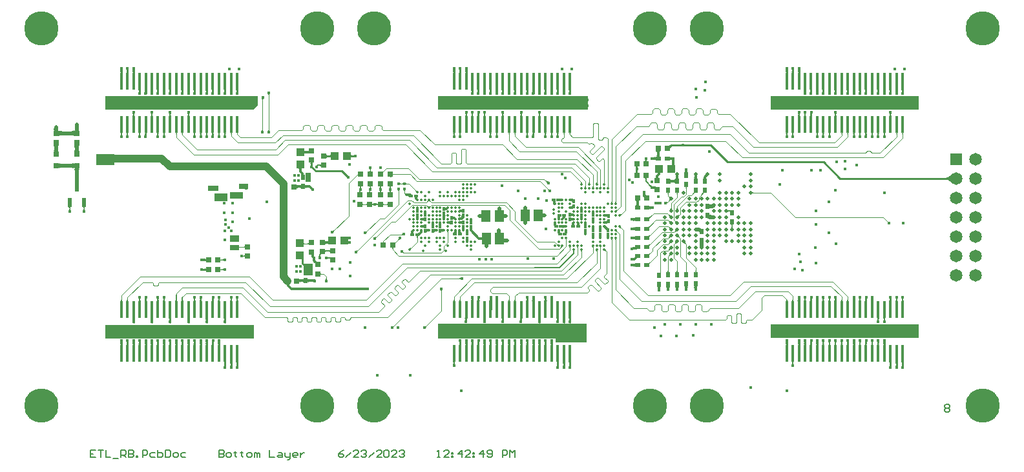
<source format=gbl>
G04*
G04 #@! TF.GenerationSoftware,Altium Limited,Altium Designer,23.6.0 (18)*
G04*
G04 Layer_Physical_Order=8*
G04 Layer_Color=16711680*
%FSLAX43Y43*%
%MOMM*%
G71*
G04*
G04 #@! TF.SameCoordinates,E3B0678B-C1B1-40E0-9328-7CD754BF3715*
G04*
G04*
G04 #@! TF.FilePolarity,Positive*
G04*
G01*
G75*
%ADD11C,0.200*%
%ADD13C,0.254*%
%ADD15C,0.102*%
%ADD16C,0.250*%
%ADD17R,0.600X1.250*%
%ADD20R,1.300X1.500*%
%ADD21R,0.800X0.600*%
%ADD22R,0.600X0.800*%
%ADD23R,0.700X0.800*%
%ADD25C,0.400*%
%ADD26R,0.800X0.700*%
%ADD32R,0.400X0.350*%
%ADD33R,0.800X0.800*%
%ADD35R,0.350X0.400*%
%ADD63C,0.300*%
%ADD64C,0.120*%
%ADD65C,0.102*%
%ADD66C,0.130*%
%ADD67C,0.500*%
%ADD76R,1.650X1.650*%
%ADD77C,1.650*%
%ADD78C,0.480*%
%ADD79C,4.500*%
%ADD87C,0.350*%
%ADD95R,1.000X1.000*%
%ADD96R,0.420X0.520*%
%ADD97R,0.410X2.270*%
%ADD98R,0.410X2.270*%
%ADD99R,2.540X0.430*%
%ADD100R,4.700X0.430*%
%ADD101R,0.520X0.420*%
%ADD102R,1.000X1.000*%
%ADD103C,1.000*%
%ADD104C,0.508*%
%ADD105C,0.178*%
%ADD106C,0.480*%
%ADD107R,0.700X1.150*%
%ADD108R,1.200X1.496*%
%ADD109R,1.300X0.900*%
%ADD110R,1.700X0.900*%
%ADD111R,1.800X1.000*%
%ADD112R,0.800X0.800*%
%ADD113R,1.000X0.800*%
G36*
X102891Y19344D02*
X102889Y19341D01*
X102886Y19335D01*
X102884Y19327D01*
X102882Y19317D01*
X102881Y19304D01*
X102878Y19274D01*
X102877Y19229D01*
X102878Y19203D01*
X102884Y19121D01*
X102889Y19088D01*
X102896Y19060D01*
X102904Y19038D01*
X102914Y19020D01*
X102925Y19007D01*
X102938Y18999D01*
X102952Y18997D01*
X102548D01*
X102562Y18999D01*
X102575Y19007D01*
X102586Y19020D01*
X102596Y19038D01*
X102604Y19060D01*
X102611Y19088D01*
X102616Y19121D01*
X102620Y19160D01*
X102623Y19245D01*
X102617Y19335D01*
X102616Y19343D01*
X102614Y19348D01*
X102612Y19352D01*
X102891Y19344D01*
D02*
G37*
G36*
X102091D02*
X102089Y19341D01*
X102086Y19335D01*
X102084Y19327D01*
X102082Y19317D01*
X102081Y19304D01*
X102078Y19274D01*
X102077Y19229D01*
X102078Y19203D01*
X102084Y19121D01*
X102089Y19088D01*
X102096Y19060D01*
X102104Y19038D01*
X102114Y19020D01*
X102125Y19007D01*
X102138Y18999D01*
X102152Y18997D01*
X101748D01*
X101762Y18999D01*
X101775Y19007D01*
X101786Y19020D01*
X101796Y19038D01*
X101804Y19060D01*
X101811Y19088D01*
X101816Y19121D01*
X101820Y19160D01*
X101823Y19245D01*
X101817Y19335D01*
X101816Y19343D01*
X101814Y19348D01*
X101812Y19352D01*
X102091Y19344D01*
D02*
G37*
G36*
X101291D02*
X101289Y19341D01*
X101286Y19335D01*
X101284Y19327D01*
X101282Y19317D01*
X101281Y19304D01*
X101278Y19274D01*
X101277Y19229D01*
X101278Y19203D01*
X101284Y19121D01*
X101289Y19088D01*
X101296Y19060D01*
X101304Y19038D01*
X101314Y19020D01*
X101325Y19007D01*
X101338Y18999D01*
X101352Y18997D01*
X100948D01*
X100962Y18999D01*
X100975Y19007D01*
X100986Y19020D01*
X100996Y19038D01*
X101004Y19060D01*
X101011Y19088D01*
X101016Y19121D01*
X101020Y19160D01*
X101023Y19245D01*
X101017Y19335D01*
X101016Y19343D01*
X101014Y19348D01*
X101012Y19352D01*
X101291Y19344D01*
D02*
G37*
G36*
X59291D02*
X59289Y19341D01*
X59286Y19335D01*
X59284Y19327D01*
X59282Y19317D01*
X59281Y19304D01*
X59278Y19274D01*
X59277Y19229D01*
X59278Y19203D01*
X59284Y19121D01*
X59289Y19088D01*
X59296Y19060D01*
X59304Y19038D01*
X59314Y19020D01*
X59325Y19007D01*
X59338Y18999D01*
X59352Y18997D01*
X58948D01*
X58962Y18999D01*
X58975Y19007D01*
X58986Y19020D01*
X58996Y19038D01*
X59004Y19060D01*
X59011Y19088D01*
X59016Y19121D01*
X59020Y19160D01*
X59023Y19245D01*
X59017Y19335D01*
X59016Y19343D01*
X59014Y19348D01*
X59012Y19352D01*
X59291Y19344D01*
D02*
G37*
G36*
X58491D02*
X58489Y19341D01*
X58486Y19335D01*
X58484Y19327D01*
X58482Y19317D01*
X58481Y19304D01*
X58478Y19274D01*
X58477Y19229D01*
X58478Y19203D01*
X58484Y19121D01*
X58489Y19088D01*
X58496Y19060D01*
X58504Y19038D01*
X58514Y19020D01*
X58525Y19007D01*
X58538Y18999D01*
X58552Y18997D01*
X58148D01*
X58162Y18999D01*
X58175Y19007D01*
X58186Y19020D01*
X58196Y19038D01*
X58204Y19060D01*
X58211Y19088D01*
X58216Y19121D01*
X58220Y19160D01*
X58223Y19245D01*
X58217Y19335D01*
X58216Y19343D01*
X58214Y19348D01*
X58212Y19352D01*
X58491Y19344D01*
D02*
G37*
G36*
X57691D02*
X57689Y19341D01*
X57686Y19335D01*
X57684Y19327D01*
X57682Y19317D01*
X57681Y19304D01*
X57678Y19274D01*
X57677Y19229D01*
X57678Y19203D01*
X57684Y19121D01*
X57689Y19088D01*
X57696Y19060D01*
X57704Y19038D01*
X57714Y19020D01*
X57725Y19007D01*
X57738Y18999D01*
X57752Y18997D01*
X57348D01*
X57362Y18999D01*
X57375Y19007D01*
X57386Y19020D01*
X57396Y19038D01*
X57404Y19060D01*
X57411Y19088D01*
X57416Y19121D01*
X57420Y19160D01*
X57423Y19245D01*
X57417Y19335D01*
X57416Y19343D01*
X57414Y19348D01*
X57412Y19352D01*
X57691Y19344D01*
D02*
G37*
G36*
X15691D02*
X15689Y19341D01*
X15686Y19335D01*
X15684Y19327D01*
X15682Y19317D01*
X15681Y19304D01*
X15678Y19274D01*
X15677Y19229D01*
X15678Y19203D01*
X15684Y19121D01*
X15689Y19088D01*
X15696Y19060D01*
X15704Y19038D01*
X15714Y19020D01*
X15725Y19007D01*
X15738Y18999D01*
X15752Y18997D01*
X15348D01*
X15362Y18999D01*
X15375Y19007D01*
X15386Y19020D01*
X15396Y19038D01*
X15404Y19060D01*
X15411Y19088D01*
X15416Y19121D01*
X15420Y19160D01*
X15423Y19245D01*
X15417Y19335D01*
X15416Y19343D01*
X15414Y19348D01*
X15412Y19352D01*
X15691Y19344D01*
D02*
G37*
G36*
X14891D02*
X14889Y19341D01*
X14886Y19335D01*
X14884Y19327D01*
X14882Y19317D01*
X14881Y19304D01*
X14878Y19274D01*
X14877Y19229D01*
X14878Y19203D01*
X14884Y19121D01*
X14889Y19088D01*
X14896Y19060D01*
X14904Y19038D01*
X14914Y19020D01*
X14925Y19007D01*
X14938Y18999D01*
X14952Y18997D01*
X14548D01*
X14562Y18999D01*
X14575Y19007D01*
X14586Y19020D01*
X14596Y19038D01*
X14604Y19060D01*
X14611Y19088D01*
X14616Y19121D01*
X14620Y19160D01*
X14623Y19245D01*
X14617Y19335D01*
X14616Y19343D01*
X14614Y19348D01*
X14612Y19352D01*
X14891Y19344D01*
D02*
G37*
G36*
X14091D02*
X14089Y19341D01*
X14086Y19335D01*
X14084Y19327D01*
X14082Y19317D01*
X14081Y19304D01*
X14078Y19274D01*
X14077Y19229D01*
X14078Y19203D01*
X14084Y19121D01*
X14089Y19088D01*
X14096Y19060D01*
X14104Y19038D01*
X14114Y19020D01*
X14125Y19007D01*
X14138Y18999D01*
X14152Y18997D01*
X13748D01*
X13762Y18999D01*
X13775Y19007D01*
X13786Y19020D01*
X13796Y19038D01*
X13804Y19060D01*
X13811Y19088D01*
X13816Y19121D01*
X13820Y19160D01*
X13823Y19245D01*
X13817Y19335D01*
X13816Y19343D01*
X13814Y19348D01*
X13812Y19352D01*
X14091Y19344D01*
D02*
G37*
G36*
X116538Y16731D02*
X116525Y16723D01*
X116514Y16710D01*
X116504Y16692D01*
X116496Y16670D01*
X116489Y16642D01*
X116484Y16609D01*
X116480Y16570D01*
X116477Y16485D01*
X116483Y16395D01*
X116484Y16387D01*
X116486Y16382D01*
X116488Y16378D01*
X116209Y16386D01*
X116211Y16389D01*
X116214Y16395D01*
X116216Y16403D01*
X116218Y16413D01*
X116219Y16426D01*
X116222Y16456D01*
X116223Y16501D01*
X116222Y16527D01*
X116216Y16609D01*
X116211Y16642D01*
X116204Y16670D01*
X116196Y16692D01*
X116186Y16710D01*
X116175Y16723D01*
X116162Y16731D01*
X116148Y16733D01*
X116552D01*
X116538Y16731D01*
D02*
G37*
G36*
X115738D02*
X115725Y16723D01*
X115714Y16710D01*
X115704Y16692D01*
X115696Y16670D01*
X115689Y16642D01*
X115684Y16609D01*
X115680Y16570D01*
X115677Y16485D01*
X115683Y16395D01*
X115684Y16387D01*
X115686Y16382D01*
X115688Y16378D01*
X115409Y16386D01*
X115411Y16389D01*
X115414Y16395D01*
X115416Y16403D01*
X115418Y16413D01*
X115419Y16426D01*
X115422Y16456D01*
X115423Y16501D01*
X115422Y16527D01*
X115416Y16609D01*
X115411Y16642D01*
X115404Y16670D01*
X115396Y16692D01*
X115386Y16710D01*
X115375Y16723D01*
X115362Y16731D01*
X115348Y16733D01*
X115752D01*
X115738Y16731D01*
D02*
G37*
G36*
X114938D02*
X114925Y16723D01*
X114914Y16710D01*
X114904Y16692D01*
X114896Y16670D01*
X114889Y16642D01*
X114884Y16609D01*
X114880Y16570D01*
X114877Y16485D01*
X114883Y16395D01*
X114884Y16387D01*
X114886Y16382D01*
X114888Y16378D01*
X114609Y16386D01*
X114611Y16389D01*
X114614Y16395D01*
X114616Y16403D01*
X114618Y16413D01*
X114619Y16426D01*
X114622Y16456D01*
X114623Y16501D01*
X114622Y16527D01*
X114616Y16609D01*
X114611Y16642D01*
X114604Y16670D01*
X114596Y16692D01*
X114586Y16710D01*
X114575Y16723D01*
X114562Y16731D01*
X114548Y16733D01*
X114952D01*
X114938Y16731D01*
D02*
G37*
G36*
X114138D02*
X114125Y16723D01*
X114114Y16710D01*
X114104Y16692D01*
X114096Y16670D01*
X114089Y16642D01*
X114084Y16609D01*
X114080Y16570D01*
X114077Y16485D01*
X114083Y16395D01*
X114084Y16387D01*
X114086Y16382D01*
X114088Y16378D01*
X113809Y16386D01*
X113811Y16389D01*
X113814Y16395D01*
X113816Y16403D01*
X113818Y16413D01*
X113819Y16426D01*
X113822Y16456D01*
X113823Y16501D01*
X113822Y16527D01*
X113816Y16609D01*
X113811Y16642D01*
X113804Y16670D01*
X113796Y16692D01*
X113786Y16710D01*
X113775Y16723D01*
X113762Y16731D01*
X113748Y16733D01*
X114152D01*
X114138Y16731D01*
D02*
G37*
G36*
X113338D02*
X113325Y16723D01*
X113314Y16710D01*
X113304Y16692D01*
X113296Y16670D01*
X113289Y16642D01*
X113284Y16609D01*
X113280Y16570D01*
X113277Y16485D01*
X113283Y16395D01*
X113284Y16387D01*
X113286Y16382D01*
X113288Y16378D01*
X113009Y16386D01*
X113011Y16389D01*
X113014Y16395D01*
X113016Y16403D01*
X113018Y16413D01*
X113019Y16426D01*
X113022Y16456D01*
X113023Y16501D01*
X113022Y16527D01*
X113016Y16609D01*
X113011Y16642D01*
X113004Y16670D01*
X112996Y16692D01*
X112986Y16710D01*
X112975Y16723D01*
X112962Y16731D01*
X112948Y16733D01*
X113352D01*
X113338Y16731D01*
D02*
G37*
G36*
X112538D02*
X112525Y16723D01*
X112514Y16710D01*
X112504Y16692D01*
X112496Y16670D01*
X112489Y16642D01*
X112484Y16609D01*
X112480Y16570D01*
X112477Y16485D01*
X112483Y16395D01*
X112484Y16387D01*
X112486Y16382D01*
X112488Y16378D01*
X112209Y16386D01*
X112211Y16389D01*
X112214Y16395D01*
X112216Y16403D01*
X112218Y16413D01*
X112219Y16426D01*
X112222Y16456D01*
X112223Y16501D01*
X112222Y16527D01*
X112216Y16609D01*
X112211Y16642D01*
X112204Y16670D01*
X112196Y16692D01*
X112186Y16710D01*
X112175Y16723D01*
X112162Y16731D01*
X112148Y16733D01*
X112552D01*
X112538Y16731D01*
D02*
G37*
G36*
X111738D02*
X111725Y16723D01*
X111714Y16710D01*
X111704Y16692D01*
X111696Y16670D01*
X111689Y16642D01*
X111684Y16609D01*
X111680Y16570D01*
X111677Y16485D01*
X111683Y16395D01*
X111684Y16387D01*
X111686Y16382D01*
X111688Y16378D01*
X111409Y16386D01*
X111411Y16389D01*
X111414Y16395D01*
X111416Y16403D01*
X111418Y16413D01*
X111419Y16426D01*
X111422Y16456D01*
X111423Y16501D01*
X111422Y16527D01*
X111416Y16609D01*
X111411Y16642D01*
X111404Y16670D01*
X111396Y16692D01*
X111386Y16710D01*
X111375Y16723D01*
X111362Y16731D01*
X111348Y16733D01*
X111752D01*
X111738Y16731D01*
D02*
G37*
G36*
X110938D02*
X110925Y16723D01*
X110914Y16710D01*
X110904Y16692D01*
X110896Y16670D01*
X110889Y16642D01*
X110884Y16609D01*
X110880Y16570D01*
X110877Y16485D01*
X110883Y16395D01*
X110884Y16387D01*
X110886Y16382D01*
X110888Y16378D01*
X110609Y16386D01*
X110611Y16389D01*
X110614Y16395D01*
X110616Y16403D01*
X110618Y16413D01*
X110619Y16426D01*
X110622Y16456D01*
X110623Y16501D01*
X110622Y16527D01*
X110616Y16609D01*
X110611Y16642D01*
X110604Y16670D01*
X110596Y16692D01*
X110586Y16710D01*
X110575Y16723D01*
X110562Y16731D01*
X110548Y16733D01*
X110952D01*
X110938Y16731D01*
D02*
G37*
G36*
X110138D02*
X110125Y16723D01*
X110114Y16710D01*
X110104Y16692D01*
X110096Y16670D01*
X110089Y16642D01*
X110084Y16609D01*
X110080Y16570D01*
X110077Y16485D01*
X110083Y16395D01*
X110084Y16387D01*
X110086Y16382D01*
X110088Y16378D01*
X109809Y16386D01*
X109811Y16389D01*
X109814Y16395D01*
X109816Y16403D01*
X109818Y16413D01*
X109819Y16426D01*
X109822Y16456D01*
X109823Y16501D01*
X109822Y16527D01*
X109816Y16609D01*
X109811Y16642D01*
X109804Y16670D01*
X109796Y16692D01*
X109786Y16710D01*
X109775Y16723D01*
X109762Y16731D01*
X109748Y16733D01*
X110152D01*
X110138Y16731D01*
D02*
G37*
G36*
X109338D02*
X109325Y16723D01*
X109314Y16710D01*
X109304Y16692D01*
X109296Y16670D01*
X109289Y16642D01*
X109284Y16609D01*
X109280Y16570D01*
X109277Y16485D01*
X109283Y16395D01*
X109284Y16387D01*
X109286Y16382D01*
X109288Y16378D01*
X109009Y16386D01*
X109011Y16389D01*
X109014Y16395D01*
X109016Y16403D01*
X109018Y16413D01*
X109019Y16426D01*
X109022Y16456D01*
X109023Y16501D01*
X109022Y16527D01*
X109016Y16609D01*
X109011Y16642D01*
X109004Y16670D01*
X108996Y16692D01*
X108986Y16710D01*
X108975Y16723D01*
X108962Y16731D01*
X108948Y16733D01*
X109352D01*
X109338Y16731D01*
D02*
G37*
G36*
X108538D02*
X108525Y16723D01*
X108514Y16710D01*
X108504Y16692D01*
X108496Y16670D01*
X108489Y16642D01*
X108484Y16609D01*
X108480Y16570D01*
X108477Y16485D01*
X108483Y16395D01*
X108484Y16387D01*
X108486Y16382D01*
X108488Y16378D01*
X108209Y16386D01*
X108211Y16389D01*
X108214Y16395D01*
X108216Y16403D01*
X108218Y16413D01*
X108219Y16426D01*
X108222Y16456D01*
X108223Y16501D01*
X108222Y16527D01*
X108216Y16609D01*
X108211Y16642D01*
X108204Y16670D01*
X108196Y16692D01*
X108186Y16710D01*
X108175Y16723D01*
X108162Y16731D01*
X108148Y16733D01*
X108552D01*
X108538Y16731D01*
D02*
G37*
G36*
X107738D02*
X107725Y16723D01*
X107714Y16710D01*
X107704Y16692D01*
X107696Y16670D01*
X107689Y16642D01*
X107684Y16609D01*
X107680Y16570D01*
X107677Y16485D01*
X107683Y16395D01*
X107684Y16387D01*
X107686Y16382D01*
X107688Y16378D01*
X107409Y16386D01*
X107411Y16389D01*
X107414Y16395D01*
X107416Y16403D01*
X107418Y16413D01*
X107419Y16426D01*
X107422Y16456D01*
X107423Y16501D01*
X107422Y16527D01*
X107416Y16609D01*
X107411Y16642D01*
X107404Y16670D01*
X107396Y16692D01*
X107386Y16710D01*
X107375Y16723D01*
X107362Y16731D01*
X107348Y16733D01*
X107752D01*
X107738Y16731D01*
D02*
G37*
G36*
X106938D02*
X106925Y16723D01*
X106914Y16710D01*
X106904Y16692D01*
X106896Y16670D01*
X106889Y16642D01*
X106884Y16609D01*
X106880Y16570D01*
X106877Y16485D01*
X106883Y16395D01*
X106884Y16387D01*
X106886Y16382D01*
X106888Y16378D01*
X106609Y16386D01*
X106611Y16389D01*
X106614Y16395D01*
X106616Y16403D01*
X106618Y16413D01*
X106619Y16426D01*
X106622Y16456D01*
X106623Y16501D01*
X106622Y16527D01*
X106616Y16609D01*
X106611Y16642D01*
X106604Y16670D01*
X106596Y16692D01*
X106586Y16710D01*
X106575Y16723D01*
X106562Y16731D01*
X106548Y16733D01*
X106952D01*
X106938Y16731D01*
D02*
G37*
G36*
X106138D02*
X106125Y16723D01*
X106114Y16710D01*
X106104Y16692D01*
X106096Y16670D01*
X106089Y16642D01*
X106084Y16609D01*
X106080Y16570D01*
X106077Y16485D01*
X106083Y16395D01*
X106084Y16387D01*
X106086Y16382D01*
X106088Y16378D01*
X105809Y16386D01*
X105811Y16389D01*
X105814Y16395D01*
X105816Y16403D01*
X105818Y16413D01*
X105819Y16426D01*
X105822Y16456D01*
X105823Y16501D01*
X105822Y16527D01*
X105816Y16609D01*
X105811Y16642D01*
X105804Y16670D01*
X105796Y16692D01*
X105786Y16710D01*
X105775Y16723D01*
X105762Y16731D01*
X105748Y16733D01*
X106152D01*
X106138Y16731D01*
D02*
G37*
G36*
X105338D02*
X105325Y16723D01*
X105314Y16710D01*
X105304Y16692D01*
X105296Y16670D01*
X105289Y16642D01*
X105284Y16609D01*
X105280Y16570D01*
X105277Y16485D01*
X105283Y16395D01*
X105284Y16387D01*
X105286Y16382D01*
X105288Y16378D01*
X105009Y16386D01*
X105011Y16389D01*
X105014Y16395D01*
X105016Y16403D01*
X105018Y16413D01*
X105019Y16426D01*
X105022Y16456D01*
X105023Y16501D01*
X105022Y16527D01*
X105016Y16609D01*
X105011Y16642D01*
X105004Y16670D01*
X104996Y16692D01*
X104986Y16710D01*
X104975Y16723D01*
X104962Y16731D01*
X104948Y16733D01*
X105352D01*
X105338Y16731D01*
D02*
G37*
G36*
X104538D02*
X104525Y16723D01*
X104514Y16710D01*
X104504Y16692D01*
X104496Y16670D01*
X104489Y16642D01*
X104484Y16609D01*
X104480Y16570D01*
X104477Y16485D01*
X104483Y16395D01*
X104484Y16387D01*
X104486Y16382D01*
X104488Y16378D01*
X104209Y16386D01*
X104211Y16389D01*
X104214Y16395D01*
X104216Y16403D01*
X104218Y16413D01*
X104219Y16426D01*
X104222Y16456D01*
X104223Y16501D01*
X104222Y16527D01*
X104216Y16609D01*
X104211Y16642D01*
X104204Y16670D01*
X104196Y16692D01*
X104186Y16710D01*
X104175Y16723D01*
X104162Y16731D01*
X104148Y16733D01*
X104552D01*
X104538Y16731D01*
D02*
G37*
G36*
X103738D02*
X103725Y16723D01*
X103714Y16710D01*
X103704Y16692D01*
X103696Y16670D01*
X103689Y16642D01*
X103684Y16609D01*
X103680Y16570D01*
X103677Y16485D01*
X103683Y16395D01*
X103684Y16387D01*
X103686Y16382D01*
X103688Y16378D01*
X103409Y16386D01*
X103411Y16389D01*
X103414Y16395D01*
X103416Y16403D01*
X103418Y16413D01*
X103419Y16426D01*
X103422Y16456D01*
X103423Y16501D01*
X103422Y16527D01*
X103416Y16609D01*
X103411Y16642D01*
X103404Y16670D01*
X103396Y16692D01*
X103386Y16710D01*
X103375Y16723D01*
X103362Y16731D01*
X103348Y16733D01*
X103752D01*
X103738Y16731D01*
D02*
G37*
G36*
X72938D02*
X72925Y16723D01*
X72914Y16710D01*
X72904Y16692D01*
X72896Y16670D01*
X72889Y16642D01*
X72884Y16609D01*
X72880Y16570D01*
X72877Y16485D01*
X72883Y16395D01*
X72884Y16387D01*
X72886Y16382D01*
X72888Y16378D01*
X72609Y16386D01*
X72611Y16389D01*
X72614Y16395D01*
X72616Y16403D01*
X72618Y16413D01*
X72619Y16426D01*
X72622Y16456D01*
X72623Y16501D01*
X72622Y16527D01*
X72616Y16609D01*
X72611Y16642D01*
X72604Y16670D01*
X72596Y16692D01*
X72586Y16710D01*
X72575Y16723D01*
X72562Y16731D01*
X72548Y16733D01*
X72952D01*
X72938Y16731D01*
D02*
G37*
G36*
X72138D02*
X72125Y16723D01*
X72114Y16710D01*
X72104Y16692D01*
X72096Y16670D01*
X72089Y16642D01*
X72084Y16609D01*
X72080Y16570D01*
X72077Y16485D01*
X72083Y16395D01*
X72084Y16387D01*
X72086Y16382D01*
X72088Y16378D01*
X71809Y16386D01*
X71811Y16389D01*
X71814Y16395D01*
X71816Y16403D01*
X71818Y16413D01*
X71819Y16426D01*
X71822Y16456D01*
X71823Y16501D01*
X71822Y16527D01*
X71816Y16609D01*
X71811Y16642D01*
X71804Y16670D01*
X71796Y16692D01*
X71786Y16710D01*
X71775Y16723D01*
X71762Y16731D01*
X71748Y16733D01*
X72152D01*
X72138Y16731D01*
D02*
G37*
G36*
X71338D02*
X71325Y16723D01*
X71314Y16710D01*
X71304Y16692D01*
X71296Y16670D01*
X71289Y16642D01*
X71284Y16609D01*
X71280Y16570D01*
X71277Y16485D01*
X71283Y16395D01*
X71284Y16387D01*
X71286Y16382D01*
X71288Y16378D01*
X71009Y16386D01*
X71011Y16389D01*
X71014Y16395D01*
X71016Y16403D01*
X71018Y16413D01*
X71019Y16426D01*
X71022Y16456D01*
X71023Y16501D01*
X71022Y16527D01*
X71016Y16609D01*
X71011Y16642D01*
X71004Y16670D01*
X70996Y16692D01*
X70986Y16710D01*
X70975Y16723D01*
X70962Y16731D01*
X70948Y16733D01*
X71352D01*
X71338Y16731D01*
D02*
G37*
G36*
X70538D02*
X70525Y16723D01*
X70514Y16710D01*
X70504Y16692D01*
X70496Y16670D01*
X70489Y16642D01*
X70484Y16609D01*
X70480Y16570D01*
X70477Y16485D01*
X70483Y16395D01*
X70484Y16387D01*
X70486Y16382D01*
X70488Y16378D01*
X70209Y16386D01*
X70211Y16389D01*
X70214Y16395D01*
X70216Y16403D01*
X70218Y16413D01*
X70219Y16426D01*
X70222Y16456D01*
X70223Y16501D01*
X70222Y16527D01*
X70216Y16609D01*
X70211Y16642D01*
X70204Y16670D01*
X70196Y16692D01*
X70186Y16710D01*
X70175Y16723D01*
X70162Y16731D01*
X70148Y16733D01*
X70552D01*
X70538Y16731D01*
D02*
G37*
G36*
X69738D02*
X69725Y16723D01*
X69714Y16710D01*
X69704Y16692D01*
X69696Y16670D01*
X69689Y16642D01*
X69684Y16609D01*
X69680Y16570D01*
X69677Y16485D01*
X69683Y16395D01*
X69684Y16387D01*
X69686Y16382D01*
X69688Y16378D01*
X69409Y16386D01*
X69411Y16389D01*
X69414Y16395D01*
X69416Y16403D01*
X69418Y16413D01*
X69419Y16426D01*
X69422Y16456D01*
X69423Y16501D01*
X69422Y16527D01*
X69416Y16609D01*
X69411Y16642D01*
X69404Y16670D01*
X69396Y16692D01*
X69386Y16710D01*
X69375Y16723D01*
X69362Y16731D01*
X69348Y16733D01*
X69752D01*
X69738Y16731D01*
D02*
G37*
G36*
X68938D02*
X68925Y16723D01*
X68914Y16710D01*
X68904Y16692D01*
X68896Y16670D01*
X68889Y16642D01*
X68884Y16609D01*
X68880Y16570D01*
X68877Y16485D01*
X68883Y16395D01*
X68884Y16387D01*
X68886Y16382D01*
X68888Y16378D01*
X68609Y16386D01*
X68611Y16389D01*
X68614Y16395D01*
X68616Y16403D01*
X68618Y16413D01*
X68619Y16426D01*
X68622Y16456D01*
X68623Y16501D01*
X68622Y16527D01*
X68616Y16609D01*
X68611Y16642D01*
X68604Y16670D01*
X68596Y16692D01*
X68586Y16710D01*
X68575Y16723D01*
X68562Y16731D01*
X68548Y16733D01*
X68952D01*
X68938Y16731D01*
D02*
G37*
G36*
X68138D02*
X68125Y16723D01*
X68114Y16710D01*
X68104Y16692D01*
X68096Y16670D01*
X68089Y16642D01*
X68084Y16609D01*
X68080Y16570D01*
X68077Y16485D01*
X68083Y16395D01*
X68084Y16387D01*
X68086Y16382D01*
X68088Y16378D01*
X67809Y16386D01*
X67811Y16389D01*
X67814Y16395D01*
X67816Y16403D01*
X67818Y16413D01*
X67819Y16426D01*
X67822Y16456D01*
X67823Y16501D01*
X67822Y16527D01*
X67816Y16609D01*
X67811Y16642D01*
X67804Y16670D01*
X67796Y16692D01*
X67786Y16710D01*
X67775Y16723D01*
X67762Y16731D01*
X67748Y16733D01*
X68152D01*
X68138Y16731D01*
D02*
G37*
G36*
X67338D02*
X67325Y16723D01*
X67314Y16710D01*
X67304Y16692D01*
X67296Y16670D01*
X67289Y16642D01*
X67284Y16609D01*
X67280Y16570D01*
X67277Y16485D01*
X67283Y16395D01*
X67284Y16387D01*
X67286Y16382D01*
X67288Y16378D01*
X67009Y16386D01*
X67011Y16389D01*
X67014Y16395D01*
X67016Y16403D01*
X67018Y16413D01*
X67019Y16426D01*
X67022Y16456D01*
X67023Y16501D01*
X67022Y16527D01*
X67016Y16609D01*
X67011Y16642D01*
X67004Y16670D01*
X66996Y16692D01*
X66986Y16710D01*
X66975Y16723D01*
X66962Y16731D01*
X66948Y16733D01*
X67352D01*
X67338Y16731D01*
D02*
G37*
G36*
X66538D02*
X66525Y16723D01*
X66514Y16710D01*
X66504Y16692D01*
X66496Y16670D01*
X66489Y16642D01*
X66484Y16609D01*
X66480Y16570D01*
X66477Y16485D01*
X66483Y16395D01*
X66484Y16387D01*
X66486Y16382D01*
X66488Y16378D01*
X66209Y16386D01*
X66211Y16389D01*
X66214Y16395D01*
X66216Y16403D01*
X66218Y16413D01*
X66219Y16426D01*
X66222Y16456D01*
X66223Y16501D01*
X66222Y16527D01*
X66216Y16609D01*
X66211Y16642D01*
X66204Y16670D01*
X66196Y16692D01*
X66186Y16710D01*
X66175Y16723D01*
X66162Y16731D01*
X66148Y16733D01*
X66552D01*
X66538Y16731D01*
D02*
G37*
G36*
X65738D02*
X65725Y16723D01*
X65714Y16710D01*
X65704Y16692D01*
X65696Y16670D01*
X65689Y16642D01*
X65684Y16609D01*
X65680Y16570D01*
X65677Y16485D01*
X65683Y16395D01*
X65684Y16387D01*
X65686Y16382D01*
X65688Y16378D01*
X65409Y16386D01*
X65411Y16389D01*
X65414Y16395D01*
X65416Y16403D01*
X65418Y16413D01*
X65419Y16426D01*
X65422Y16456D01*
X65423Y16501D01*
X65422Y16527D01*
X65416Y16609D01*
X65411Y16642D01*
X65404Y16670D01*
X65396Y16692D01*
X65386Y16710D01*
X65375Y16723D01*
X65362Y16731D01*
X65348Y16733D01*
X65752D01*
X65738Y16731D01*
D02*
G37*
G36*
X64938D02*
X64925Y16723D01*
X64914Y16710D01*
X64904Y16692D01*
X64896Y16670D01*
X64889Y16642D01*
X64884Y16609D01*
X64880Y16570D01*
X64877Y16485D01*
X64883Y16395D01*
X64884Y16387D01*
X64886Y16382D01*
X64888Y16378D01*
X64609Y16386D01*
X64611Y16389D01*
X64614Y16395D01*
X64616Y16403D01*
X64618Y16413D01*
X64619Y16426D01*
X64622Y16456D01*
X64623Y16501D01*
X64622Y16527D01*
X64616Y16609D01*
X64611Y16642D01*
X64604Y16670D01*
X64596Y16692D01*
X64586Y16710D01*
X64575Y16723D01*
X64562Y16731D01*
X64548Y16733D01*
X64952D01*
X64938Y16731D01*
D02*
G37*
G36*
X64138D02*
X64125Y16723D01*
X64114Y16710D01*
X64104Y16692D01*
X64096Y16670D01*
X64089Y16642D01*
X64084Y16609D01*
X64080Y16570D01*
X64077Y16485D01*
X64083Y16395D01*
X64084Y16387D01*
X64086Y16382D01*
X64088Y16378D01*
X63809Y16386D01*
X63811Y16389D01*
X63814Y16395D01*
X63816Y16403D01*
X63818Y16413D01*
X63819Y16426D01*
X63822Y16456D01*
X63823Y16501D01*
X63822Y16527D01*
X63816Y16609D01*
X63811Y16642D01*
X63804Y16670D01*
X63796Y16692D01*
X63786Y16710D01*
X63775Y16723D01*
X63762Y16731D01*
X63748Y16733D01*
X64152D01*
X64138Y16731D01*
D02*
G37*
G36*
X63338D02*
X63325Y16723D01*
X63314Y16710D01*
X63304Y16692D01*
X63296Y16670D01*
X63289Y16642D01*
X63284Y16609D01*
X63280Y16570D01*
X63277Y16485D01*
X63283Y16395D01*
X63284Y16387D01*
X63286Y16382D01*
X63288Y16378D01*
X63009Y16386D01*
X63011Y16389D01*
X63014Y16395D01*
X63016Y16403D01*
X63018Y16413D01*
X63019Y16426D01*
X63022Y16456D01*
X63023Y16501D01*
X63022Y16527D01*
X63016Y16609D01*
X63011Y16642D01*
X63004Y16670D01*
X62996Y16692D01*
X62986Y16710D01*
X62975Y16723D01*
X62962Y16731D01*
X62948Y16733D01*
X63352D01*
X63338Y16731D01*
D02*
G37*
G36*
X62538D02*
X62525Y16723D01*
X62514Y16710D01*
X62504Y16692D01*
X62496Y16670D01*
X62489Y16642D01*
X62484Y16609D01*
X62480Y16570D01*
X62477Y16485D01*
X62483Y16395D01*
X62484Y16387D01*
X62486Y16382D01*
X62488Y16378D01*
X62209Y16386D01*
X62211Y16389D01*
X62214Y16395D01*
X62216Y16403D01*
X62218Y16413D01*
X62219Y16426D01*
X62222Y16456D01*
X62223Y16501D01*
X62222Y16527D01*
X62216Y16609D01*
X62211Y16642D01*
X62204Y16670D01*
X62196Y16692D01*
X62186Y16710D01*
X62175Y16723D01*
X62162Y16731D01*
X62148Y16733D01*
X62552D01*
X62538Y16731D01*
D02*
G37*
G36*
X61738D02*
X61725Y16723D01*
X61714Y16710D01*
X61704Y16692D01*
X61696Y16670D01*
X61689Y16642D01*
X61684Y16609D01*
X61680Y16570D01*
X61677Y16485D01*
X61683Y16395D01*
X61684Y16387D01*
X61686Y16382D01*
X61688Y16378D01*
X61409Y16386D01*
X61411Y16389D01*
X61414Y16395D01*
X61416Y16403D01*
X61418Y16413D01*
X61419Y16426D01*
X61422Y16456D01*
X61423Y16501D01*
X61422Y16527D01*
X61416Y16609D01*
X61411Y16642D01*
X61404Y16670D01*
X61396Y16692D01*
X61386Y16710D01*
X61375Y16723D01*
X61362Y16731D01*
X61348Y16733D01*
X61752D01*
X61738Y16731D01*
D02*
G37*
G36*
X60938D02*
X60925Y16723D01*
X60914Y16710D01*
X60904Y16692D01*
X60896Y16670D01*
X60889Y16642D01*
X60884Y16609D01*
X60880Y16570D01*
X60877Y16485D01*
X60883Y16395D01*
X60884Y16387D01*
X60886Y16382D01*
X60888Y16378D01*
X60609Y16386D01*
X60611Y16389D01*
X60614Y16395D01*
X60616Y16403D01*
X60618Y16413D01*
X60619Y16426D01*
X60622Y16456D01*
X60623Y16501D01*
X60622Y16527D01*
X60616Y16609D01*
X60611Y16642D01*
X60604Y16670D01*
X60596Y16692D01*
X60586Y16710D01*
X60575Y16723D01*
X60562Y16731D01*
X60548Y16733D01*
X60952D01*
X60938Y16731D01*
D02*
G37*
G36*
X60138D02*
X60125Y16723D01*
X60114Y16710D01*
X60104Y16692D01*
X60096Y16670D01*
X60089Y16642D01*
X60084Y16609D01*
X60080Y16570D01*
X60077Y16485D01*
X60083Y16395D01*
X60084Y16387D01*
X60086Y16382D01*
X60088Y16378D01*
X59809Y16386D01*
X59811Y16389D01*
X59814Y16395D01*
X59816Y16403D01*
X59818Y16413D01*
X59819Y16426D01*
X59822Y16456D01*
X59823Y16501D01*
X59822Y16527D01*
X59816Y16609D01*
X59811Y16642D01*
X59804Y16670D01*
X59796Y16692D01*
X59786Y16710D01*
X59775Y16723D01*
X59762Y16731D01*
X59748Y16733D01*
X60152D01*
X60138Y16731D01*
D02*
G37*
G36*
X29338D02*
X29325Y16723D01*
X29314Y16710D01*
X29304Y16692D01*
X29296Y16670D01*
X29289Y16642D01*
X29284Y16609D01*
X29280Y16570D01*
X29277Y16485D01*
X29283Y16395D01*
X29284Y16387D01*
X29286Y16382D01*
X29288Y16378D01*
X29009Y16386D01*
X29011Y16389D01*
X29014Y16395D01*
X29016Y16403D01*
X29018Y16413D01*
X29019Y16426D01*
X29022Y16456D01*
X29023Y16501D01*
X29022Y16527D01*
X29016Y16609D01*
X29011Y16642D01*
X29004Y16670D01*
X28996Y16692D01*
X28986Y16710D01*
X28975Y16723D01*
X28962Y16731D01*
X28948Y16733D01*
X29352D01*
X29338Y16731D01*
D02*
G37*
G36*
X28538D02*
X28525Y16723D01*
X28514Y16710D01*
X28504Y16692D01*
X28496Y16670D01*
X28489Y16642D01*
X28484Y16609D01*
X28480Y16570D01*
X28477Y16485D01*
X28483Y16395D01*
X28484Y16387D01*
X28486Y16382D01*
X28488Y16378D01*
X28209Y16386D01*
X28211Y16389D01*
X28214Y16395D01*
X28216Y16403D01*
X28218Y16413D01*
X28219Y16426D01*
X28222Y16456D01*
X28223Y16501D01*
X28222Y16527D01*
X28216Y16609D01*
X28211Y16642D01*
X28204Y16670D01*
X28196Y16692D01*
X28186Y16710D01*
X28175Y16723D01*
X28162Y16731D01*
X28148Y16733D01*
X28552D01*
X28538Y16731D01*
D02*
G37*
G36*
X27738D02*
X27725Y16723D01*
X27714Y16710D01*
X27704Y16692D01*
X27696Y16670D01*
X27689Y16642D01*
X27684Y16609D01*
X27680Y16570D01*
X27677Y16485D01*
X27683Y16395D01*
X27684Y16387D01*
X27686Y16382D01*
X27688Y16378D01*
X27409Y16386D01*
X27411Y16389D01*
X27414Y16395D01*
X27416Y16403D01*
X27418Y16413D01*
X27419Y16426D01*
X27422Y16456D01*
X27423Y16501D01*
X27422Y16527D01*
X27416Y16609D01*
X27411Y16642D01*
X27404Y16670D01*
X27396Y16692D01*
X27386Y16710D01*
X27375Y16723D01*
X27362Y16731D01*
X27348Y16733D01*
X27752D01*
X27738Y16731D01*
D02*
G37*
G36*
X26938D02*
X26925Y16723D01*
X26914Y16710D01*
X26904Y16692D01*
X26896Y16670D01*
X26889Y16642D01*
X26884Y16609D01*
X26880Y16570D01*
X26877Y16485D01*
X26883Y16395D01*
X26884Y16387D01*
X26886Y16382D01*
X26888Y16378D01*
X26609Y16386D01*
X26611Y16389D01*
X26614Y16395D01*
X26616Y16403D01*
X26618Y16413D01*
X26619Y16426D01*
X26622Y16456D01*
X26623Y16501D01*
X26622Y16527D01*
X26616Y16609D01*
X26611Y16642D01*
X26604Y16670D01*
X26596Y16692D01*
X26586Y16710D01*
X26575Y16723D01*
X26562Y16731D01*
X26548Y16733D01*
X26952D01*
X26938Y16731D01*
D02*
G37*
G36*
X26138D02*
X26125Y16723D01*
X26114Y16710D01*
X26104Y16692D01*
X26096Y16670D01*
X26089Y16642D01*
X26084Y16609D01*
X26080Y16570D01*
X26077Y16485D01*
X26083Y16395D01*
X26084Y16387D01*
X26086Y16382D01*
X26088Y16378D01*
X25809Y16386D01*
X25811Y16389D01*
X25814Y16395D01*
X25816Y16403D01*
X25818Y16413D01*
X25819Y16426D01*
X25822Y16456D01*
X25823Y16501D01*
X25822Y16527D01*
X25816Y16609D01*
X25811Y16642D01*
X25804Y16670D01*
X25796Y16692D01*
X25786Y16710D01*
X25775Y16723D01*
X25762Y16731D01*
X25748Y16733D01*
X26152D01*
X26138Y16731D01*
D02*
G37*
G36*
X25338D02*
X25325Y16723D01*
X25314Y16710D01*
X25304Y16692D01*
X25296Y16670D01*
X25289Y16642D01*
X25284Y16609D01*
X25280Y16570D01*
X25277Y16485D01*
X25283Y16395D01*
X25284Y16387D01*
X25286Y16382D01*
X25288Y16378D01*
X25009Y16386D01*
X25011Y16389D01*
X25014Y16395D01*
X25016Y16403D01*
X25018Y16413D01*
X25019Y16426D01*
X25022Y16456D01*
X25023Y16501D01*
X25022Y16527D01*
X25016Y16609D01*
X25011Y16642D01*
X25004Y16670D01*
X24996Y16692D01*
X24986Y16710D01*
X24975Y16723D01*
X24962Y16731D01*
X24948Y16733D01*
X25352D01*
X25338Y16731D01*
D02*
G37*
G36*
X24538D02*
X24525Y16723D01*
X24514Y16710D01*
X24504Y16692D01*
X24496Y16670D01*
X24489Y16642D01*
X24484Y16609D01*
X24480Y16570D01*
X24477Y16485D01*
X24483Y16395D01*
X24484Y16387D01*
X24486Y16382D01*
X24488Y16378D01*
X24209Y16386D01*
X24211Y16389D01*
X24214Y16395D01*
X24216Y16403D01*
X24218Y16413D01*
X24219Y16426D01*
X24222Y16456D01*
X24223Y16501D01*
X24222Y16527D01*
X24216Y16609D01*
X24211Y16642D01*
X24204Y16670D01*
X24196Y16692D01*
X24186Y16710D01*
X24175Y16723D01*
X24162Y16731D01*
X24148Y16733D01*
X24552D01*
X24538Y16731D01*
D02*
G37*
G36*
X23738D02*
X23725Y16723D01*
X23714Y16710D01*
X23704Y16692D01*
X23696Y16670D01*
X23689Y16642D01*
X23684Y16609D01*
X23680Y16570D01*
X23677Y16485D01*
X23683Y16395D01*
X23684Y16387D01*
X23686Y16382D01*
X23688Y16378D01*
X23409Y16386D01*
X23411Y16389D01*
X23414Y16395D01*
X23416Y16403D01*
X23418Y16413D01*
X23419Y16426D01*
X23422Y16456D01*
X23423Y16501D01*
X23422Y16527D01*
X23416Y16609D01*
X23411Y16642D01*
X23404Y16670D01*
X23396Y16692D01*
X23386Y16710D01*
X23375Y16723D01*
X23362Y16731D01*
X23348Y16733D01*
X23752D01*
X23738Y16731D01*
D02*
G37*
G36*
X22938D02*
X22925Y16723D01*
X22914Y16710D01*
X22904Y16692D01*
X22896Y16670D01*
X22889Y16642D01*
X22884Y16609D01*
X22880Y16570D01*
X22877Y16485D01*
X22883Y16395D01*
X22884Y16387D01*
X22886Y16382D01*
X22888Y16378D01*
X22609Y16386D01*
X22611Y16389D01*
X22614Y16395D01*
X22616Y16403D01*
X22618Y16413D01*
X22619Y16426D01*
X22622Y16456D01*
X22623Y16501D01*
X22622Y16527D01*
X22616Y16609D01*
X22611Y16642D01*
X22604Y16670D01*
X22596Y16692D01*
X22586Y16710D01*
X22575Y16723D01*
X22562Y16731D01*
X22548Y16733D01*
X22952D01*
X22938Y16731D01*
D02*
G37*
G36*
X22138D02*
X22125Y16723D01*
X22114Y16710D01*
X22104Y16692D01*
X22096Y16670D01*
X22089Y16642D01*
X22084Y16609D01*
X22080Y16570D01*
X22077Y16485D01*
X22083Y16395D01*
X22084Y16387D01*
X22086Y16382D01*
X22088Y16378D01*
X21809Y16386D01*
X21811Y16389D01*
X21814Y16395D01*
X21816Y16403D01*
X21818Y16413D01*
X21819Y16426D01*
X21822Y16456D01*
X21823Y16501D01*
X21822Y16527D01*
X21816Y16609D01*
X21811Y16642D01*
X21804Y16670D01*
X21796Y16692D01*
X21786Y16710D01*
X21775Y16723D01*
X21762Y16731D01*
X21748Y16733D01*
X22152D01*
X22138Y16731D01*
D02*
G37*
G36*
X21338D02*
X21325Y16723D01*
X21314Y16710D01*
X21304Y16692D01*
X21296Y16670D01*
X21289Y16642D01*
X21284Y16609D01*
X21280Y16570D01*
X21277Y16485D01*
X21283Y16395D01*
X21284Y16387D01*
X21286Y16382D01*
X21288Y16378D01*
X21009Y16386D01*
X21011Y16389D01*
X21014Y16395D01*
X21016Y16403D01*
X21018Y16413D01*
X21019Y16426D01*
X21022Y16456D01*
X21023Y16501D01*
X21022Y16527D01*
X21016Y16609D01*
X21011Y16642D01*
X21004Y16670D01*
X20996Y16692D01*
X20986Y16710D01*
X20975Y16723D01*
X20962Y16731D01*
X20948Y16733D01*
X21352D01*
X21338Y16731D01*
D02*
G37*
G36*
X20538D02*
X20525Y16723D01*
X20514Y16710D01*
X20504Y16692D01*
X20496Y16670D01*
X20489Y16642D01*
X20484Y16609D01*
X20480Y16570D01*
X20477Y16485D01*
X20483Y16395D01*
X20484Y16387D01*
X20486Y16382D01*
X20488Y16378D01*
X20209Y16386D01*
X20211Y16389D01*
X20214Y16395D01*
X20216Y16403D01*
X20218Y16413D01*
X20219Y16426D01*
X20222Y16456D01*
X20223Y16501D01*
X20222Y16527D01*
X20216Y16609D01*
X20211Y16642D01*
X20204Y16670D01*
X20196Y16692D01*
X20186Y16710D01*
X20175Y16723D01*
X20162Y16731D01*
X20148Y16733D01*
X20552D01*
X20538Y16731D01*
D02*
G37*
G36*
X19738D02*
X19725Y16723D01*
X19714Y16710D01*
X19704Y16692D01*
X19696Y16670D01*
X19689Y16642D01*
X19684Y16609D01*
X19680Y16570D01*
X19677Y16485D01*
X19683Y16395D01*
X19684Y16387D01*
X19686Y16382D01*
X19688Y16378D01*
X19409Y16386D01*
X19411Y16389D01*
X19414Y16395D01*
X19416Y16403D01*
X19418Y16413D01*
X19419Y16426D01*
X19422Y16456D01*
X19423Y16501D01*
X19422Y16527D01*
X19416Y16609D01*
X19411Y16642D01*
X19404Y16670D01*
X19396Y16692D01*
X19386Y16710D01*
X19375Y16723D01*
X19362Y16731D01*
X19348Y16733D01*
X19752D01*
X19738Y16731D01*
D02*
G37*
G36*
X18938D02*
X18925Y16723D01*
X18914Y16710D01*
X18904Y16692D01*
X18896Y16670D01*
X18889Y16642D01*
X18884Y16609D01*
X18880Y16570D01*
X18877Y16485D01*
X18883Y16395D01*
X18884Y16387D01*
X18886Y16382D01*
X18888Y16378D01*
X18609Y16386D01*
X18611Y16389D01*
X18614Y16395D01*
X18616Y16403D01*
X18618Y16413D01*
X18619Y16426D01*
X18622Y16456D01*
X18623Y16501D01*
X18622Y16527D01*
X18616Y16609D01*
X18611Y16642D01*
X18604Y16670D01*
X18596Y16692D01*
X18586Y16710D01*
X18575Y16723D01*
X18562Y16731D01*
X18548Y16733D01*
X18952D01*
X18938Y16731D01*
D02*
G37*
G36*
X18138D02*
X18125Y16723D01*
X18114Y16710D01*
X18104Y16692D01*
X18096Y16670D01*
X18089Y16642D01*
X18084Y16609D01*
X18080Y16570D01*
X18077Y16485D01*
X18083Y16395D01*
X18084Y16387D01*
X18086Y16382D01*
X18088Y16378D01*
X17809Y16386D01*
X17811Y16389D01*
X17814Y16395D01*
X17816Y16403D01*
X17818Y16413D01*
X17819Y16426D01*
X17822Y16456D01*
X17823Y16501D01*
X17822Y16527D01*
X17816Y16609D01*
X17811Y16642D01*
X17804Y16670D01*
X17796Y16692D01*
X17786Y16710D01*
X17775Y16723D01*
X17762Y16731D01*
X17748Y16733D01*
X18152D01*
X18138Y16731D01*
D02*
G37*
G36*
X17338D02*
X17325Y16723D01*
X17314Y16710D01*
X17304Y16692D01*
X17296Y16670D01*
X17289Y16642D01*
X17284Y16609D01*
X17280Y16570D01*
X17277Y16485D01*
X17283Y16395D01*
X17284Y16387D01*
X17286Y16382D01*
X17288Y16378D01*
X17009Y16386D01*
X17011Y16389D01*
X17014Y16395D01*
X17016Y16403D01*
X17018Y16413D01*
X17019Y16426D01*
X17022Y16456D01*
X17023Y16501D01*
X17022Y16527D01*
X17016Y16609D01*
X17011Y16642D01*
X17004Y16670D01*
X16996Y16692D01*
X16986Y16710D01*
X16975Y16723D01*
X16962Y16731D01*
X16948Y16733D01*
X17352D01*
X17338Y16731D01*
D02*
G37*
G36*
X16538D02*
X16525Y16723D01*
X16514Y16710D01*
X16504Y16692D01*
X16496Y16670D01*
X16489Y16642D01*
X16484Y16609D01*
X16480Y16570D01*
X16477Y16485D01*
X16483Y16395D01*
X16484Y16387D01*
X16486Y16382D01*
X16488Y16378D01*
X16209Y16386D01*
X16211Y16389D01*
X16214Y16395D01*
X16216Y16403D01*
X16218Y16413D01*
X16219Y16426D01*
X16222Y16456D01*
X16223Y16501D01*
X16222Y16527D01*
X16216Y16609D01*
X16211Y16642D01*
X16204Y16670D01*
X16196Y16692D01*
X16186Y16710D01*
X16175Y16723D01*
X16162Y16731D01*
X16148Y16733D01*
X16552D01*
X16538Y16731D01*
D02*
G37*
G36*
X33440Y16157D02*
X33425Y16141D01*
X33411Y16125D01*
X33399Y16109D01*
X33389Y16093D01*
X33380Y16076D01*
X33373Y16059D01*
X33367Y16042D01*
X33363Y16024D01*
X33361Y16007D01*
X33360Y15989D01*
X33240Y15989D01*
X33239Y16007D01*
X33236Y16025D01*
X33233Y16042D01*
X33227Y16059D01*
X33220Y16076D01*
X33211Y16093D01*
X33201Y16109D01*
X33189Y16126D01*
X33175Y16142D01*
X33160Y16157D01*
X33440Y16157D01*
D02*
G37*
G36*
X32615Y15537D02*
X32599Y15524D01*
X32584Y15511D01*
X32571Y15497D01*
X32559Y15482D01*
X32550Y15467D01*
X32542Y15451D01*
X32536Y15435D01*
X32531Y15418D01*
X32529Y15400D01*
X32528Y15382D01*
X32408Y15402D01*
X32407Y15420D01*
X32405Y15437D01*
X32402Y15454D01*
X32397Y15472D01*
X32391Y15490D01*
X32383Y15508D01*
X32374Y15526D01*
X32364Y15544D01*
X32339Y15581D01*
X32615Y15537D01*
D02*
G37*
G36*
X118491Y15824D02*
Y14122D01*
X118466Y14097D01*
X99060D01*
Y15900D01*
X118491D01*
Y15824D01*
D02*
G37*
G36*
X75082Y14097D02*
X55460D01*
Y15900D01*
X75082D01*
Y14097D01*
D02*
G37*
G36*
X31801Y14632D02*
X31266Y14097D01*
X11860D01*
Y15900D01*
X31801D01*
Y14632D01*
D02*
G37*
G36*
X114891Y13614D02*
X114881Y13604D01*
X114873Y13592D01*
X114865Y13580D01*
X114858Y13566D01*
X114852Y13551D01*
X114847Y13535D01*
X114844Y13518D01*
X114841Y13499D01*
X114839Y13480D01*
X114839Y13459D01*
X114661Y13464D01*
X114661Y13485D01*
X114657Y13523D01*
X114653Y13541D01*
X114649Y13557D01*
X114643Y13572D01*
X114637Y13586D01*
X114629Y13599D01*
X114621Y13611D01*
X114612Y13622D01*
X114891Y13614D01*
D02*
G37*
G36*
X107691D02*
X107681Y13604D01*
X107673Y13592D01*
X107665Y13580D01*
X107658Y13566D01*
X107652Y13551D01*
X107647Y13535D01*
X107644Y13518D01*
X107641Y13499D01*
X107639Y13480D01*
X107639Y13459D01*
X107461Y13464D01*
X107461Y13485D01*
X107457Y13523D01*
X107453Y13541D01*
X107449Y13557D01*
X107443Y13572D01*
X107437Y13586D01*
X107429Y13599D01*
X107421Y13611D01*
X107412Y13622D01*
X107691Y13614D01*
D02*
G37*
G36*
X104491D02*
X104481Y13604D01*
X104473Y13592D01*
X104465Y13580D01*
X104458Y13566D01*
X104452Y13551D01*
X104447Y13535D01*
X104444Y13518D01*
X104441Y13499D01*
X104439Y13480D01*
X104439Y13459D01*
X104261Y13464D01*
X104261Y13485D01*
X104257Y13523D01*
X104253Y13541D01*
X104249Y13557D01*
X104243Y13572D01*
X104237Y13586D01*
X104229Y13599D01*
X104221Y13611D01*
X104212Y13622D01*
X104491Y13614D01*
D02*
G37*
G36*
X103691D02*
X103681Y13604D01*
X103673Y13592D01*
X103665Y13580D01*
X103658Y13566D01*
X103652Y13551D01*
X103647Y13535D01*
X103644Y13518D01*
X103641Y13499D01*
X103639Y13480D01*
X103639Y13459D01*
X103461Y13464D01*
X103461Y13485D01*
X103457Y13523D01*
X103453Y13541D01*
X103449Y13557D01*
X103443Y13572D01*
X103437Y13586D01*
X103429Y13599D01*
X103421Y13611D01*
X103412Y13622D01*
X103691Y13614D01*
D02*
G37*
G36*
X102891D02*
X102881Y13604D01*
X102873Y13592D01*
X102865Y13580D01*
X102858Y13566D01*
X102852Y13551D01*
X102847Y13535D01*
X102844Y13518D01*
X102841Y13499D01*
X102839Y13480D01*
X102839Y13459D01*
X102661Y13464D01*
X102661Y13485D01*
X102657Y13523D01*
X102653Y13541D01*
X102649Y13557D01*
X102643Y13572D01*
X102637Y13586D01*
X102629Y13599D01*
X102621Y13611D01*
X102612Y13622D01*
X102891Y13614D01*
D02*
G37*
G36*
X68891D02*
X68881Y13604D01*
X68873Y13592D01*
X68865Y13580D01*
X68858Y13566D01*
X68852Y13551D01*
X68847Y13535D01*
X68844Y13518D01*
X68841Y13499D01*
X68839Y13480D01*
X68839Y13459D01*
X68661Y13464D01*
X68661Y13485D01*
X68657Y13523D01*
X68653Y13541D01*
X68649Y13557D01*
X68643Y13572D01*
X68637Y13586D01*
X68629Y13599D01*
X68621Y13611D01*
X68612Y13622D01*
X68891Y13614D01*
D02*
G37*
G36*
X66491D02*
X66481Y13604D01*
X66473Y13592D01*
X66465Y13580D01*
X66458Y13566D01*
X66452Y13551D01*
X66447Y13535D01*
X66444Y13518D01*
X66441Y13499D01*
X66439Y13480D01*
X66439Y13459D01*
X66261Y13464D01*
X66261Y13485D01*
X66257Y13523D01*
X66253Y13541D01*
X66249Y13557D01*
X66243Y13572D01*
X66237Y13586D01*
X66229Y13599D01*
X66221Y13611D01*
X66212Y13622D01*
X66491Y13614D01*
D02*
G37*
G36*
X64091D02*
X64081Y13604D01*
X64073Y13592D01*
X64065Y13580D01*
X64058Y13566D01*
X64052Y13551D01*
X64047Y13535D01*
X64044Y13518D01*
X64041Y13499D01*
X64039Y13480D01*
X64039Y13459D01*
X63861Y13464D01*
X63861Y13485D01*
X63857Y13523D01*
X63853Y13541D01*
X63849Y13557D01*
X63843Y13572D01*
X63837Y13586D01*
X63829Y13599D01*
X63821Y13611D01*
X63812Y13622D01*
X64091Y13614D01*
D02*
G37*
G36*
X61691D02*
X61681Y13604D01*
X61673Y13592D01*
X61665Y13580D01*
X61658Y13566D01*
X61652Y13551D01*
X61647Y13535D01*
X61644Y13518D01*
X61641Y13499D01*
X61639Y13480D01*
X61639Y13459D01*
X61461Y13464D01*
X61461Y13485D01*
X61457Y13523D01*
X61453Y13541D01*
X61449Y13557D01*
X61443Y13572D01*
X61437Y13586D01*
X61429Y13599D01*
X61421Y13611D01*
X61412Y13622D01*
X61691Y13614D01*
D02*
G37*
G36*
X60891D02*
X60881Y13604D01*
X60873Y13592D01*
X60865Y13580D01*
X60858Y13566D01*
X60852Y13551D01*
X60847Y13535D01*
X60844Y13518D01*
X60841Y13499D01*
X60839Y13480D01*
X60839Y13459D01*
X60661Y13464D01*
X60661Y13485D01*
X60657Y13523D01*
X60653Y13541D01*
X60649Y13557D01*
X60643Y13572D01*
X60637Y13586D01*
X60629Y13599D01*
X60621Y13611D01*
X60612Y13622D01*
X60891Y13614D01*
D02*
G37*
G36*
X60091D02*
X60081Y13604D01*
X60073Y13592D01*
X60065Y13580D01*
X60058Y13566D01*
X60052Y13551D01*
X60047Y13535D01*
X60044Y13518D01*
X60041Y13499D01*
X60039Y13480D01*
X60039Y13459D01*
X59861Y13464D01*
X59861Y13485D01*
X59857Y13523D01*
X59853Y13541D01*
X59849Y13557D01*
X59843Y13572D01*
X59837Y13586D01*
X59829Y13599D01*
X59821Y13611D01*
X59812Y13622D01*
X60091Y13614D01*
D02*
G37*
G36*
X59291D02*
X59281Y13604D01*
X59273Y13592D01*
X59265Y13580D01*
X59258Y13566D01*
X59252Y13551D01*
X59247Y13535D01*
X59244Y13518D01*
X59241Y13499D01*
X59239Y13480D01*
X59239Y13459D01*
X59061Y13464D01*
X59061Y13485D01*
X59057Y13523D01*
X59053Y13541D01*
X59049Y13557D01*
X59043Y13572D01*
X59037Y13586D01*
X59029Y13599D01*
X59021Y13611D01*
X59012Y13622D01*
X59291Y13614D01*
D02*
G37*
G36*
X22891D02*
X22881Y13604D01*
X22873Y13592D01*
X22865Y13580D01*
X22858Y13566D01*
X22852Y13551D01*
X22847Y13535D01*
X22844Y13518D01*
X22841Y13499D01*
X22839Y13480D01*
X22839Y13459D01*
X22661Y13464D01*
X22661Y13485D01*
X22657Y13523D01*
X22653Y13541D01*
X22649Y13557D01*
X22643Y13572D01*
X22637Y13586D01*
X22629Y13599D01*
X22621Y13611D01*
X22612Y13622D01*
X22891Y13614D01*
D02*
G37*
G36*
X20491D02*
X20481Y13604D01*
X20473Y13592D01*
X20465Y13580D01*
X20458Y13566D01*
X20452Y13551D01*
X20447Y13535D01*
X20444Y13518D01*
X20441Y13499D01*
X20439Y13480D01*
X20439Y13459D01*
X20261Y13464D01*
X20261Y13485D01*
X20257Y13523D01*
X20253Y13541D01*
X20249Y13557D01*
X20243Y13572D01*
X20237Y13586D01*
X20229Y13599D01*
X20221Y13611D01*
X20212Y13622D01*
X20491Y13614D01*
D02*
G37*
G36*
X18091D02*
X18081Y13604D01*
X18073Y13592D01*
X18065Y13580D01*
X18058Y13566D01*
X18052Y13551D01*
X18047Y13535D01*
X18044Y13518D01*
X18041Y13499D01*
X18039Y13480D01*
X18039Y13459D01*
X17861Y13464D01*
X17861Y13485D01*
X17857Y13523D01*
X17853Y13541D01*
X17849Y13557D01*
X17843Y13572D01*
X17837Y13586D01*
X17829Y13599D01*
X17821Y13611D01*
X17812Y13622D01*
X18091Y13614D01*
D02*
G37*
G36*
X15691D02*
X15681Y13604D01*
X15673Y13592D01*
X15665Y13580D01*
X15658Y13566D01*
X15652Y13551D01*
X15647Y13535D01*
X15644Y13518D01*
X15641Y13499D01*
X15639Y13480D01*
X15639Y13459D01*
X15461Y13464D01*
X15461Y13485D01*
X15457Y13523D01*
X15453Y13541D01*
X15449Y13557D01*
X15443Y13572D01*
X15437Y13586D01*
X15429Y13599D01*
X15421Y13611D01*
X15412Y13622D01*
X15691Y13614D01*
D02*
G37*
G36*
X114840Y13411D02*
X114842Y13381D01*
X114847Y13354D01*
X114853Y13331D01*
X114861Y13311D01*
X114871Y13295D01*
X114882Y13283D01*
X114896Y13274D01*
X114911Y13269D01*
X114928Y13267D01*
X114572D01*
X114589Y13269D01*
X114604Y13274D01*
X114618Y13283D01*
X114629Y13295D01*
X114639Y13311D01*
X114647Y13331D01*
X114653Y13354D01*
X114658Y13381D01*
X114660Y13411D01*
X114661Y13445D01*
X114839D01*
X114840Y13411D01*
D02*
G37*
G36*
X107640D02*
X107642Y13381D01*
X107647Y13354D01*
X107653Y13331D01*
X107661Y13311D01*
X107671Y13295D01*
X107682Y13283D01*
X107696Y13274D01*
X107711Y13269D01*
X107728Y13267D01*
X107372D01*
X107389Y13269D01*
X107404Y13274D01*
X107418Y13283D01*
X107429Y13295D01*
X107439Y13311D01*
X107447Y13331D01*
X107453Y13354D01*
X107458Y13381D01*
X107460Y13411D01*
X107461Y13445D01*
X107639D01*
X107640Y13411D01*
D02*
G37*
G36*
X104440D02*
X104442Y13381D01*
X104447Y13354D01*
X104453Y13331D01*
X104461Y13311D01*
X104471Y13295D01*
X104482Y13283D01*
X104496Y13274D01*
X104511Y13269D01*
X104528Y13267D01*
X104172D01*
X104189Y13269D01*
X104204Y13274D01*
X104218Y13283D01*
X104229Y13295D01*
X104239Y13311D01*
X104247Y13331D01*
X104253Y13354D01*
X104258Y13381D01*
X104260Y13411D01*
X104261Y13445D01*
X104439D01*
X104440Y13411D01*
D02*
G37*
G36*
X103640D02*
X103642Y13381D01*
X103647Y13354D01*
X103653Y13331D01*
X103661Y13311D01*
X103671Y13295D01*
X103682Y13283D01*
X103696Y13274D01*
X103711Y13269D01*
X103728Y13267D01*
X103372D01*
X103389Y13269D01*
X103404Y13274D01*
X103418Y13283D01*
X103429Y13295D01*
X103439Y13311D01*
X103447Y13331D01*
X103453Y13354D01*
X103458Y13381D01*
X103460Y13411D01*
X103461Y13445D01*
X103639D01*
X103640Y13411D01*
D02*
G37*
G36*
X102840D02*
X102842Y13381D01*
X102847Y13354D01*
X102853Y13331D01*
X102861Y13311D01*
X102871Y13295D01*
X102882Y13283D01*
X102896Y13274D01*
X102911Y13269D01*
X102928Y13267D01*
X102572D01*
X102589Y13269D01*
X102604Y13274D01*
X102618Y13283D01*
X102629Y13295D01*
X102639Y13311D01*
X102647Y13331D01*
X102653Y13354D01*
X102658Y13381D01*
X102660Y13411D01*
X102661Y13445D01*
X102839D01*
X102840Y13411D01*
D02*
G37*
G36*
X68840D02*
X68842Y13381D01*
X68847Y13354D01*
X68853Y13331D01*
X68861Y13311D01*
X68871Y13295D01*
X68882Y13283D01*
X68896Y13274D01*
X68911Y13269D01*
X68928Y13267D01*
X68572D01*
X68589Y13269D01*
X68604Y13274D01*
X68618Y13283D01*
X68629Y13295D01*
X68639Y13311D01*
X68647Y13331D01*
X68653Y13354D01*
X68658Y13381D01*
X68660Y13411D01*
X68661Y13445D01*
X68839D01*
X68840Y13411D01*
D02*
G37*
G36*
X66440D02*
X66442Y13381D01*
X66447Y13354D01*
X66453Y13331D01*
X66461Y13311D01*
X66471Y13295D01*
X66482Y13283D01*
X66496Y13274D01*
X66511Y13269D01*
X66528Y13267D01*
X66172D01*
X66189Y13269D01*
X66204Y13274D01*
X66218Y13283D01*
X66229Y13295D01*
X66239Y13311D01*
X66247Y13331D01*
X66253Y13354D01*
X66258Y13381D01*
X66260Y13411D01*
X66261Y13445D01*
X66439D01*
X66440Y13411D01*
D02*
G37*
G36*
X64040D02*
X64042Y13381D01*
X64047Y13354D01*
X64053Y13331D01*
X64061Y13311D01*
X64071Y13295D01*
X64082Y13283D01*
X64096Y13274D01*
X64111Y13269D01*
X64128Y13267D01*
X63772D01*
X63789Y13269D01*
X63804Y13274D01*
X63818Y13283D01*
X63829Y13295D01*
X63839Y13311D01*
X63847Y13331D01*
X63853Y13354D01*
X63858Y13381D01*
X63860Y13411D01*
X63861Y13445D01*
X64039D01*
X64040Y13411D01*
D02*
G37*
G36*
X61640D02*
X61642Y13381D01*
X61647Y13354D01*
X61653Y13331D01*
X61661Y13311D01*
X61671Y13295D01*
X61682Y13283D01*
X61696Y13274D01*
X61711Y13269D01*
X61728Y13267D01*
X61372D01*
X61389Y13269D01*
X61404Y13274D01*
X61418Y13283D01*
X61429Y13295D01*
X61439Y13311D01*
X61447Y13331D01*
X61453Y13354D01*
X61458Y13381D01*
X61460Y13411D01*
X61461Y13445D01*
X61639D01*
X61640Y13411D01*
D02*
G37*
G36*
X60840D02*
X60842Y13381D01*
X60847Y13354D01*
X60853Y13331D01*
X60861Y13311D01*
X60871Y13295D01*
X60882Y13283D01*
X60896Y13274D01*
X60911Y13269D01*
X60928Y13267D01*
X60572D01*
X60589Y13269D01*
X60604Y13274D01*
X60618Y13283D01*
X60629Y13295D01*
X60639Y13311D01*
X60647Y13331D01*
X60653Y13354D01*
X60658Y13381D01*
X60660Y13411D01*
X60661Y13445D01*
X60839D01*
X60840Y13411D01*
D02*
G37*
G36*
X60040D02*
X60042Y13381D01*
X60047Y13354D01*
X60053Y13331D01*
X60061Y13311D01*
X60071Y13295D01*
X60082Y13283D01*
X60096Y13274D01*
X60111Y13269D01*
X60128Y13267D01*
X59772D01*
X59789Y13269D01*
X59804Y13274D01*
X59818Y13283D01*
X59829Y13295D01*
X59839Y13311D01*
X59847Y13331D01*
X59853Y13354D01*
X59858Y13381D01*
X59860Y13411D01*
X59861Y13445D01*
X60039D01*
X60040Y13411D01*
D02*
G37*
G36*
X59240D02*
X59242Y13381D01*
X59247Y13354D01*
X59253Y13331D01*
X59261Y13311D01*
X59271Y13295D01*
X59282Y13283D01*
X59296Y13274D01*
X59311Y13269D01*
X59328Y13267D01*
X58972D01*
X58989Y13269D01*
X59004Y13274D01*
X59018Y13283D01*
X59029Y13295D01*
X59039Y13311D01*
X59047Y13331D01*
X59053Y13354D01*
X59058Y13381D01*
X59060Y13411D01*
X59061Y13445D01*
X59239D01*
X59240Y13411D01*
D02*
G37*
G36*
X22840D02*
X22842Y13381D01*
X22847Y13354D01*
X22853Y13331D01*
X22861Y13311D01*
X22871Y13295D01*
X22882Y13283D01*
X22896Y13274D01*
X22911Y13269D01*
X22928Y13267D01*
X22572D01*
X22589Y13269D01*
X22604Y13274D01*
X22618Y13283D01*
X22629Y13295D01*
X22639Y13311D01*
X22647Y13331D01*
X22653Y13354D01*
X22658Y13381D01*
X22660Y13411D01*
X22661Y13445D01*
X22839D01*
X22840Y13411D01*
D02*
G37*
G36*
X20440D02*
X20442Y13381D01*
X20447Y13354D01*
X20453Y13331D01*
X20461Y13311D01*
X20471Y13295D01*
X20482Y13283D01*
X20496Y13274D01*
X20511Y13269D01*
X20528Y13267D01*
X20172D01*
X20189Y13269D01*
X20204Y13274D01*
X20218Y13283D01*
X20229Y13295D01*
X20239Y13311D01*
X20247Y13331D01*
X20253Y13354D01*
X20258Y13381D01*
X20260Y13411D01*
X20261Y13445D01*
X20439D01*
X20440Y13411D01*
D02*
G37*
G36*
X18040D02*
X18042Y13381D01*
X18047Y13354D01*
X18053Y13331D01*
X18061Y13311D01*
X18071Y13295D01*
X18082Y13283D01*
X18096Y13274D01*
X18111Y13269D01*
X18128Y13267D01*
X17772D01*
X17789Y13269D01*
X17804Y13274D01*
X17818Y13283D01*
X17829Y13295D01*
X17839Y13311D01*
X17847Y13331D01*
X17853Y13354D01*
X17858Y13381D01*
X17860Y13411D01*
X17861Y13445D01*
X18039D01*
X18040Y13411D01*
D02*
G37*
G36*
X15640D02*
X15642Y13381D01*
X15647Y13354D01*
X15653Y13331D01*
X15661Y13311D01*
X15671Y13295D01*
X15682Y13283D01*
X15696Y13274D01*
X15711Y13269D01*
X15728Y13267D01*
X15372D01*
X15389Y13269D01*
X15404Y13274D01*
X15418Y13283D01*
X15429Y13295D01*
X15439Y13311D01*
X15447Y13331D01*
X15453Y13354D01*
X15458Y13381D01*
X15460Y13411D01*
X15461Y13445D01*
X15639D01*
X15640Y13411D01*
D02*
G37*
G36*
X5640Y11776D02*
X5658Y11573D01*
X5668Y11524D01*
X5681Y11483D01*
X5697Y11452D01*
X5715Y11429D01*
X5735Y11415D01*
X5757Y11411D01*
X5063D01*
X5076Y11415D01*
X5088Y11429D01*
X5098Y11452D01*
X5106Y11483D01*
X5114Y11524D01*
X5120Y11573D01*
X5128Y11699D01*
X5131Y11862D01*
X5639D01*
X5640Y11776D01*
D02*
G37*
G36*
X32528Y11448D02*
X32529Y11431D01*
X32531Y11414D01*
X32534Y11396D01*
X32539Y11379D01*
X32545Y11361D01*
X32553Y11343D01*
X32562Y11325D01*
X32572Y11306D01*
X32597Y11269D01*
X32321Y11314D01*
X32337Y11327D01*
X32352Y11340D01*
X32365Y11354D01*
X32376Y11368D01*
X32386Y11384D01*
X32394Y11399D01*
X32400Y11416D01*
X32404Y11433D01*
X32407Y11450D01*
X32408Y11469D01*
X32528Y11448D01*
D02*
G37*
G36*
X33360Y11436D02*
X33361Y11418D01*
X33363Y11401D01*
X33367Y11383D01*
X33372Y11366D01*
X33380Y11349D01*
X33388Y11332D01*
X33399Y11316D01*
X33411Y11300D01*
X33424Y11284D01*
X33440Y11268D01*
X33160Y11268D01*
X33175Y11284D01*
X33188Y11300D01*
X33200Y11316D01*
X33211Y11333D01*
X33220Y11349D01*
X33227Y11366D01*
X33232Y11383D01*
X33236Y11401D01*
X33239Y11418D01*
X33240Y11436D01*
X33360Y11436D01*
D02*
G37*
G36*
X116459Y11005D02*
X116448Y11001D01*
X116439Y10995D01*
X116432Y10986D01*
X116425Y10975D01*
X116420Y10962D01*
X116415Y10946D01*
X116412Y10927D01*
X116411Y10906D01*
X116410Y10883D01*
X116290D01*
X116289Y10906D01*
X116288Y10927D01*
X116285Y10946D01*
X116280Y10962D01*
X116275Y10975D01*
X116268Y10986D01*
X116261Y10995D01*
X116252Y11001D01*
X116241Y11005D01*
X116230Y11006D01*
X116470D01*
X116459Y11005D01*
D02*
G37*
G36*
X115659D02*
X115648Y11001D01*
X115639Y10995D01*
X115632Y10986D01*
X115625Y10975D01*
X115620Y10962D01*
X115615Y10946D01*
X115612Y10927D01*
X115611Y10906D01*
X115610Y10883D01*
X115490D01*
X115489Y10906D01*
X115488Y10927D01*
X115485Y10946D01*
X115480Y10962D01*
X115475Y10975D01*
X115468Y10986D01*
X115461Y10995D01*
X115452Y11001D01*
X115441Y11005D01*
X115430Y11006D01*
X115670D01*
X115659Y11005D01*
D02*
G37*
G36*
X109259D02*
X109248Y11001D01*
X109239Y10995D01*
X109232Y10986D01*
X109225Y10975D01*
X109220Y10962D01*
X109215Y10946D01*
X109212Y10927D01*
X109211Y10906D01*
X109210Y10883D01*
X109090D01*
X109089Y10906D01*
X109088Y10927D01*
X109085Y10946D01*
X109080Y10962D01*
X109075Y10975D01*
X109068Y10986D01*
X109061Y10995D01*
X109052Y11001D01*
X109041Y11005D01*
X109030Y11006D01*
X109270D01*
X109259Y11005D01*
D02*
G37*
G36*
X108459D02*
X108448Y11001D01*
X108439Y10995D01*
X108432Y10986D01*
X108425Y10975D01*
X108420Y10962D01*
X108415Y10946D01*
X108412Y10927D01*
X108411Y10906D01*
X108410Y10883D01*
X108290D01*
X108289Y10906D01*
X108288Y10927D01*
X108285Y10946D01*
X108280Y10962D01*
X108275Y10975D01*
X108268Y10986D01*
X108261Y10995D01*
X108252Y11001D01*
X108241Y11005D01*
X108230Y11006D01*
X108470D01*
X108459Y11005D01*
D02*
G37*
G36*
X72859D02*
X72848Y11001D01*
X72839Y10995D01*
X72832Y10986D01*
X72825Y10975D01*
X72820Y10962D01*
X72815Y10946D01*
X72812Y10927D01*
X72811Y10906D01*
X72810Y10883D01*
X72690D01*
X72689Y10906D01*
X72688Y10927D01*
X72685Y10946D01*
X72680Y10962D01*
X72675Y10975D01*
X72668Y10986D01*
X72661Y10995D01*
X72652Y11001D01*
X72641Y11005D01*
X72630Y11006D01*
X72870D01*
X72859Y11005D01*
D02*
G37*
G36*
X72059D02*
X72048Y11001D01*
X72039Y10995D01*
X72032Y10986D01*
X72025Y10975D01*
X72020Y10962D01*
X72015Y10946D01*
X72012Y10927D01*
X72011Y10906D01*
X72010Y10883D01*
X71890D01*
X71889Y10906D01*
X71888Y10927D01*
X71885Y10946D01*
X71880Y10962D01*
X71875Y10975D01*
X71868Y10986D01*
X71861Y10995D01*
X71852Y11001D01*
X71841Y11005D01*
X71830Y11006D01*
X72070D01*
X72059Y11005D01*
D02*
G37*
G36*
X65659D02*
X65648Y11001D01*
X65639Y10995D01*
X65632Y10986D01*
X65625Y10975D01*
X65620Y10962D01*
X65615Y10946D01*
X65612Y10927D01*
X65611Y10906D01*
X65610Y10883D01*
X65490D01*
X65489Y10906D01*
X65488Y10927D01*
X65485Y10946D01*
X65480Y10962D01*
X65475Y10975D01*
X65468Y10986D01*
X65461Y10995D01*
X65452Y11001D01*
X65441Y11005D01*
X65430Y11006D01*
X65670D01*
X65659Y11005D01*
D02*
G37*
G36*
X64859D02*
X64848Y11001D01*
X64839Y10995D01*
X64832Y10986D01*
X64825Y10975D01*
X64820Y10962D01*
X64815Y10946D01*
X64812Y10927D01*
X64811Y10906D01*
X64810Y10883D01*
X64690D01*
X64689Y10906D01*
X64688Y10927D01*
X64685Y10946D01*
X64680Y10962D01*
X64675Y10975D01*
X64668Y10986D01*
X64661Y10995D01*
X64652Y11001D01*
X64641Y11005D01*
X64630Y11006D01*
X64870D01*
X64859Y11005D01*
D02*
G37*
G36*
X29259D02*
X29248Y11001D01*
X29239Y10995D01*
X29232Y10986D01*
X29225Y10975D01*
X29220Y10962D01*
X29215Y10946D01*
X29212Y10927D01*
X29211Y10906D01*
X29210Y10883D01*
X29090D01*
X29089Y10906D01*
X29088Y10927D01*
X29085Y10946D01*
X29080Y10962D01*
X29075Y10975D01*
X29068Y10986D01*
X29061Y10995D01*
X29052Y11001D01*
X29041Y11005D01*
X29030Y11006D01*
X29270D01*
X29259Y11005D01*
D02*
G37*
G36*
X28459D02*
X28448Y11001D01*
X28439Y10995D01*
X28432Y10986D01*
X28425Y10975D01*
X28420Y10962D01*
X28415Y10946D01*
X28412Y10927D01*
X28411Y10906D01*
X28410Y10883D01*
X28290D01*
X28289Y10906D01*
X28288Y10927D01*
X28285Y10946D01*
X28280Y10962D01*
X28275Y10975D01*
X28268Y10986D01*
X28261Y10995D01*
X28252Y11001D01*
X28241Y11005D01*
X28230Y11006D01*
X28470D01*
X28459Y11005D01*
D02*
G37*
G36*
X22059D02*
X22048Y11001D01*
X22039Y10995D01*
X22032Y10986D01*
X22025Y10975D01*
X22020Y10962D01*
X22015Y10946D01*
X22012Y10927D01*
X22011Y10906D01*
X22010Y10883D01*
X21890D01*
X21889Y10906D01*
X21888Y10927D01*
X21885Y10946D01*
X21880Y10962D01*
X21875Y10975D01*
X21868Y10986D01*
X21861Y10995D01*
X21852Y11001D01*
X21841Y11005D01*
X21830Y11006D01*
X22070D01*
X22059Y11005D01*
D02*
G37*
G36*
X21259D02*
X21248Y11001D01*
X21239Y10995D01*
X21232Y10986D01*
X21225Y10975D01*
X21220Y10962D01*
X21215Y10946D01*
X21212Y10927D01*
X21211Y10906D01*
X21210Y10883D01*
X21090D01*
X21089Y10906D01*
X21088Y10927D01*
X21085Y10946D01*
X21080Y10962D01*
X21075Y10975D01*
X21068Y10986D01*
X21061Y10995D01*
X21052Y11001D01*
X21041Y11005D01*
X21030Y11006D01*
X21270D01*
X21259Y11005D01*
D02*
G37*
G36*
X114111Y11004D02*
X114096Y10999D01*
X114082Y10990D01*
X114071Y10977D01*
X114061Y10961D01*
X114053Y10941D01*
X114047Y10917D01*
X114042Y10890D01*
X114040Y10860D01*
X114039Y10825D01*
X113861D01*
X113860Y10860D01*
X113858Y10890D01*
X113853Y10917D01*
X113847Y10941D01*
X113839Y10961D01*
X113829Y10977D01*
X113818Y10990D01*
X113804Y10999D01*
X113789Y11004D01*
X113772Y11006D01*
X114128D01*
X114111Y11004D01*
D02*
G37*
G36*
X113311D02*
X113296Y10999D01*
X113282Y10990D01*
X113271Y10977D01*
X113261Y10961D01*
X113253Y10941D01*
X113247Y10917D01*
X113242Y10890D01*
X113240Y10860D01*
X113239Y10825D01*
X113061D01*
X113060Y10860D01*
X113058Y10890D01*
X113053Y10917D01*
X113047Y10941D01*
X113039Y10961D01*
X113029Y10977D01*
X113018Y10990D01*
X113004Y10999D01*
X112989Y11004D01*
X112972Y11006D01*
X113328D01*
X113311Y11004D01*
D02*
G37*
G36*
X112511D02*
X112496Y10999D01*
X112482Y10990D01*
X112471Y10977D01*
X112461Y10961D01*
X112453Y10941D01*
X112447Y10917D01*
X112442Y10890D01*
X112440Y10860D01*
X112439Y10825D01*
X112261D01*
X112260Y10860D01*
X112258Y10890D01*
X112253Y10917D01*
X112247Y10941D01*
X112239Y10961D01*
X112229Y10977D01*
X112218Y10990D01*
X112204Y10999D01*
X112189Y11004D01*
X112172Y11006D01*
X112528D01*
X112511Y11004D01*
D02*
G37*
G36*
X111711D02*
X111696Y10999D01*
X111682Y10990D01*
X111671Y10977D01*
X111661Y10961D01*
X111653Y10941D01*
X111647Y10917D01*
X111642Y10890D01*
X111640Y10860D01*
X111639Y10825D01*
X111461D01*
X111460Y10860D01*
X111458Y10890D01*
X111453Y10917D01*
X111447Y10941D01*
X111439Y10961D01*
X111429Y10977D01*
X111418Y10990D01*
X111404Y10999D01*
X111389Y11004D01*
X111372Y11006D01*
X111728D01*
X111711Y11004D01*
D02*
G37*
G36*
X110911D02*
X110896Y10999D01*
X110882Y10990D01*
X110871Y10977D01*
X110861Y10961D01*
X110853Y10941D01*
X110847Y10917D01*
X110842Y10890D01*
X110840Y10860D01*
X110839Y10825D01*
X110661D01*
X110660Y10860D01*
X110658Y10890D01*
X110653Y10917D01*
X110647Y10941D01*
X110639Y10961D01*
X110629Y10977D01*
X110618Y10990D01*
X110604Y10999D01*
X110589Y11004D01*
X110572Y11006D01*
X110928D01*
X110911Y11004D01*
D02*
G37*
G36*
X110111D02*
X110096Y10999D01*
X110082Y10990D01*
X110071Y10977D01*
X110061Y10961D01*
X110053Y10941D01*
X110047Y10917D01*
X110042Y10890D01*
X110040Y10860D01*
X110039Y10825D01*
X109861D01*
X109860Y10860D01*
X109858Y10890D01*
X109853Y10917D01*
X109847Y10941D01*
X109839Y10961D01*
X109829Y10977D01*
X109818Y10990D01*
X109804Y10999D01*
X109789Y11004D01*
X109772Y11006D01*
X110128D01*
X110111Y11004D01*
D02*
G37*
G36*
X106911D02*
X106896Y10999D01*
X106882Y10990D01*
X106871Y10977D01*
X106861Y10961D01*
X106853Y10941D01*
X106847Y10917D01*
X106842Y10890D01*
X106840Y10860D01*
X106839Y10825D01*
X106661D01*
X106660Y10860D01*
X106658Y10890D01*
X106653Y10917D01*
X106647Y10941D01*
X106639Y10961D01*
X106629Y10977D01*
X106618Y10990D01*
X106604Y10999D01*
X106589Y11004D01*
X106572Y11006D01*
X106928D01*
X106911Y11004D01*
D02*
G37*
G36*
X106111D02*
X106096Y10999D01*
X106082Y10990D01*
X106071Y10977D01*
X106061Y10961D01*
X106053Y10941D01*
X106047Y10917D01*
X106042Y10890D01*
X106040Y10860D01*
X106039Y10825D01*
X105861D01*
X105860Y10860D01*
X105858Y10890D01*
X105853Y10917D01*
X105847Y10941D01*
X105839Y10961D01*
X105829Y10977D01*
X105818Y10990D01*
X105804Y10999D01*
X105789Y11004D01*
X105772Y11006D01*
X106128D01*
X106111Y11004D01*
D02*
G37*
G36*
X105311D02*
X105296Y10999D01*
X105282Y10990D01*
X105271Y10977D01*
X105261Y10961D01*
X105253Y10941D01*
X105247Y10917D01*
X105242Y10890D01*
X105240Y10860D01*
X105239Y10825D01*
X105061D01*
X105060Y10860D01*
X105058Y10890D01*
X105053Y10917D01*
X105047Y10941D01*
X105039Y10961D01*
X105029Y10977D01*
X105018Y10990D01*
X105004Y10999D01*
X104989Y11004D01*
X104972Y11006D01*
X105328D01*
X105311Y11004D01*
D02*
G37*
G36*
X102111D02*
X102096Y10999D01*
X102082Y10990D01*
X102071Y10977D01*
X102061Y10961D01*
X102053Y10941D01*
X102047Y10917D01*
X102042Y10890D01*
X102040Y10860D01*
X102039Y10825D01*
X101861D01*
X101860Y10860D01*
X101858Y10890D01*
X101853Y10917D01*
X101847Y10941D01*
X101839Y10961D01*
X101829Y10977D01*
X101818Y10990D01*
X101804Y10999D01*
X101789Y11004D01*
X101772Y11006D01*
X102128D01*
X102111Y11004D01*
D02*
G37*
G36*
X101311D02*
X101296Y10999D01*
X101282Y10990D01*
X101271Y10977D01*
X101261Y10961D01*
X101253Y10941D01*
X101247Y10917D01*
X101242Y10890D01*
X101240Y10860D01*
X101239Y10825D01*
X101061D01*
X101060Y10860D01*
X101058Y10890D01*
X101053Y10917D01*
X101047Y10941D01*
X101039Y10961D01*
X101029Y10977D01*
X101018Y10990D01*
X101004Y10999D01*
X100989Y11004D01*
X100972Y11006D01*
X101328D01*
X101311Y11004D01*
D02*
G37*
G36*
X71311D02*
X71296Y10999D01*
X71282Y10990D01*
X71271Y10977D01*
X71261Y10961D01*
X71253Y10941D01*
X71247Y10917D01*
X71242Y10890D01*
X71240Y10860D01*
X71239Y10825D01*
X71061D01*
X71060Y10860D01*
X71058Y10890D01*
X71053Y10917D01*
X71047Y10941D01*
X71039Y10961D01*
X71029Y10977D01*
X71018Y10990D01*
X71004Y10999D01*
X70989Y11004D01*
X70972Y11006D01*
X71328D01*
X71311Y11004D01*
D02*
G37*
G36*
X70511D02*
X70496Y10999D01*
X70482Y10990D01*
X70471Y10977D01*
X70461Y10961D01*
X70453Y10941D01*
X70447Y10917D01*
X70442Y10890D01*
X70440Y10860D01*
X70439Y10825D01*
X70261D01*
X70260Y10860D01*
X70258Y10890D01*
X70253Y10917D01*
X70247Y10941D01*
X70239Y10961D01*
X70229Y10977D01*
X70218Y10990D01*
X70204Y10999D01*
X70189Y11004D01*
X70172Y11006D01*
X70528D01*
X70511Y11004D01*
D02*
G37*
G36*
X69711D02*
X69696Y10999D01*
X69682Y10990D01*
X69671Y10977D01*
X69661Y10961D01*
X69653Y10941D01*
X69647Y10917D01*
X69642Y10890D01*
X69640Y10860D01*
X69639Y10825D01*
X69461D01*
X69460Y10860D01*
X69458Y10890D01*
X69453Y10917D01*
X69447Y10941D01*
X69439Y10961D01*
X69429Y10977D01*
X69418Y10990D01*
X69404Y10999D01*
X69389Y11004D01*
X69372Y11006D01*
X69728D01*
X69711Y11004D01*
D02*
G37*
G36*
X68111D02*
X68096Y10999D01*
X68082Y10990D01*
X68071Y10977D01*
X68061Y10961D01*
X68053Y10941D01*
X68047Y10917D01*
X68042Y10890D01*
X68040Y10860D01*
X68039Y10825D01*
X67861D01*
X67860Y10860D01*
X67858Y10890D01*
X67853Y10917D01*
X67847Y10941D01*
X67839Y10961D01*
X67829Y10977D01*
X67818Y10990D01*
X67804Y10999D01*
X67789Y11004D01*
X67772Y11006D01*
X68128D01*
X68111Y11004D01*
D02*
G37*
G36*
X67311D02*
X67296Y10999D01*
X67282Y10990D01*
X67271Y10977D01*
X67261Y10961D01*
X67253Y10941D01*
X67247Y10917D01*
X67242Y10890D01*
X67240Y10860D01*
X67239Y10825D01*
X67061D01*
X67060Y10860D01*
X67058Y10890D01*
X67053Y10917D01*
X67047Y10941D01*
X67039Y10961D01*
X67029Y10977D01*
X67018Y10990D01*
X67004Y10999D01*
X66989Y11004D01*
X66972Y11006D01*
X67328D01*
X67311Y11004D01*
D02*
G37*
G36*
X63311D02*
X63296Y10999D01*
X63282Y10990D01*
X63271Y10977D01*
X63261Y10961D01*
X63253Y10941D01*
X63247Y10917D01*
X63242Y10890D01*
X63240Y10860D01*
X63239Y10825D01*
X63061D01*
X63060Y10860D01*
X63058Y10890D01*
X63053Y10917D01*
X63047Y10941D01*
X63039Y10961D01*
X63029Y10977D01*
X63018Y10990D01*
X63004Y10999D01*
X62989Y11004D01*
X62972Y11006D01*
X63328D01*
X63311Y11004D01*
D02*
G37*
G36*
X62511D02*
X62496Y10999D01*
X62482Y10990D01*
X62471Y10977D01*
X62461Y10961D01*
X62453Y10941D01*
X62447Y10917D01*
X62442Y10890D01*
X62440Y10860D01*
X62439Y10825D01*
X62261D01*
X62260Y10860D01*
X62258Y10890D01*
X62253Y10917D01*
X62247Y10941D01*
X62239Y10961D01*
X62229Y10977D01*
X62218Y10990D01*
X62204Y10999D01*
X62189Y11004D01*
X62172Y11006D01*
X62528D01*
X62511Y11004D01*
D02*
G37*
G36*
X58511D02*
X58496Y10999D01*
X58482Y10990D01*
X58471Y10977D01*
X58461Y10961D01*
X58453Y10941D01*
X58447Y10917D01*
X58442Y10890D01*
X58440Y10860D01*
X58439Y10825D01*
X58261D01*
X58260Y10860D01*
X58258Y10890D01*
X58253Y10917D01*
X58247Y10941D01*
X58239Y10961D01*
X58229Y10977D01*
X58218Y10990D01*
X58204Y10999D01*
X58189Y11004D01*
X58172Y11006D01*
X58528D01*
X58511Y11004D01*
D02*
G37*
G36*
X57711D02*
X57696Y10999D01*
X57682Y10990D01*
X57671Y10977D01*
X57661Y10961D01*
X57653Y10941D01*
X57647Y10917D01*
X57642Y10890D01*
X57640Y10860D01*
X57639Y10825D01*
X57461D01*
X57460Y10860D01*
X57458Y10890D01*
X57453Y10917D01*
X57447Y10941D01*
X57439Y10961D01*
X57429Y10977D01*
X57418Y10990D01*
X57404Y10999D01*
X57389Y11004D01*
X57372Y11006D01*
X57728D01*
X57711Y11004D01*
D02*
G37*
G36*
X27711D02*
X27696Y10999D01*
X27682Y10990D01*
X27671Y10977D01*
X27661Y10961D01*
X27653Y10941D01*
X27647Y10917D01*
X27642Y10890D01*
X27640Y10860D01*
X27639Y10825D01*
X27461D01*
X27460Y10860D01*
X27458Y10890D01*
X27453Y10917D01*
X27447Y10941D01*
X27439Y10961D01*
X27429Y10977D01*
X27418Y10990D01*
X27404Y10999D01*
X27389Y11004D01*
X27372Y11006D01*
X27728D01*
X27711Y11004D01*
D02*
G37*
G36*
X26911D02*
X26896Y10999D01*
X26882Y10990D01*
X26871Y10977D01*
X26861Y10961D01*
X26853Y10941D01*
X26847Y10917D01*
X26842Y10890D01*
X26840Y10860D01*
X26839Y10825D01*
X26661D01*
X26660Y10860D01*
X26658Y10890D01*
X26653Y10917D01*
X26647Y10941D01*
X26639Y10961D01*
X26629Y10977D01*
X26618Y10990D01*
X26604Y10999D01*
X26589Y11004D01*
X26572Y11006D01*
X26928D01*
X26911Y11004D01*
D02*
G37*
G36*
X26111D02*
X26096Y10999D01*
X26082Y10990D01*
X26071Y10977D01*
X26061Y10961D01*
X26053Y10941D01*
X26047Y10917D01*
X26042Y10890D01*
X26040Y10860D01*
X26039Y10825D01*
X25861D01*
X25860Y10860D01*
X25858Y10890D01*
X25853Y10917D01*
X25847Y10941D01*
X25839Y10961D01*
X25829Y10977D01*
X25818Y10990D01*
X25804Y10999D01*
X25789Y11004D01*
X25772Y11006D01*
X26128D01*
X26111Y11004D01*
D02*
G37*
G36*
X25311D02*
X25296Y10999D01*
X25282Y10990D01*
X25271Y10977D01*
X25261Y10961D01*
X25253Y10941D01*
X25247Y10917D01*
X25242Y10890D01*
X25240Y10860D01*
X25239Y10825D01*
X25061D01*
X25060Y10860D01*
X25058Y10890D01*
X25053Y10917D01*
X25047Y10941D01*
X25039Y10961D01*
X25029Y10977D01*
X25018Y10990D01*
X25004Y10999D01*
X24989Y11004D01*
X24972Y11006D01*
X25328D01*
X25311Y11004D01*
D02*
G37*
G36*
X24511D02*
X24496Y10999D01*
X24482Y10990D01*
X24471Y10977D01*
X24461Y10961D01*
X24453Y10941D01*
X24447Y10917D01*
X24442Y10890D01*
X24440Y10860D01*
X24439Y10825D01*
X24261D01*
X24260Y10860D01*
X24258Y10890D01*
X24253Y10917D01*
X24247Y10941D01*
X24239Y10961D01*
X24229Y10977D01*
X24218Y10990D01*
X24204Y10999D01*
X24189Y11004D01*
X24172Y11006D01*
X24528D01*
X24511Y11004D01*
D02*
G37*
G36*
X23711D02*
X23696Y10999D01*
X23682Y10990D01*
X23671Y10977D01*
X23661Y10961D01*
X23653Y10941D01*
X23647Y10917D01*
X23642Y10890D01*
X23640Y10860D01*
X23639Y10825D01*
X23461D01*
X23460Y10860D01*
X23458Y10890D01*
X23453Y10917D01*
X23447Y10941D01*
X23439Y10961D01*
X23429Y10977D01*
X23418Y10990D01*
X23404Y10999D01*
X23389Y11004D01*
X23372Y11006D01*
X23728D01*
X23711Y11004D01*
D02*
G37*
G36*
X19711D02*
X19696Y10999D01*
X19682Y10990D01*
X19671Y10977D01*
X19661Y10961D01*
X19653Y10941D01*
X19647Y10917D01*
X19642Y10890D01*
X19640Y10860D01*
X19639Y10825D01*
X19461D01*
X19460Y10860D01*
X19458Y10890D01*
X19453Y10917D01*
X19447Y10941D01*
X19439Y10961D01*
X19429Y10977D01*
X19418Y10990D01*
X19404Y10999D01*
X19389Y11004D01*
X19372Y11006D01*
X19728D01*
X19711Y11004D01*
D02*
G37*
G36*
X18911D02*
X18896Y10999D01*
X18882Y10990D01*
X18871Y10977D01*
X18861Y10961D01*
X18853Y10941D01*
X18847Y10917D01*
X18842Y10890D01*
X18840Y10860D01*
X18839Y10825D01*
X18661D01*
X18660Y10860D01*
X18658Y10890D01*
X18653Y10917D01*
X18647Y10941D01*
X18639Y10961D01*
X18629Y10977D01*
X18618Y10990D01*
X18604Y10999D01*
X18589Y11004D01*
X18572Y11006D01*
X18928D01*
X18911Y11004D01*
D02*
G37*
G36*
X17311D02*
X17296Y10999D01*
X17282Y10990D01*
X17271Y10977D01*
X17261Y10961D01*
X17253Y10941D01*
X17247Y10917D01*
X17242Y10890D01*
X17240Y10860D01*
X17239Y10825D01*
X17061D01*
X17060Y10860D01*
X17058Y10890D01*
X17053Y10917D01*
X17047Y10941D01*
X17039Y10961D01*
X17029Y10977D01*
X17018Y10990D01*
X17004Y10999D01*
X16989Y11004D01*
X16972Y11006D01*
X17328D01*
X17311Y11004D01*
D02*
G37*
G36*
X16511D02*
X16496Y10999D01*
X16482Y10990D01*
X16471Y10977D01*
X16461Y10961D01*
X16453Y10941D01*
X16447Y10917D01*
X16442Y10890D01*
X16440Y10860D01*
X16439Y10825D01*
X16261D01*
X16260Y10860D01*
X16258Y10890D01*
X16253Y10917D01*
X16247Y10941D01*
X16239Y10961D01*
X16229Y10977D01*
X16218Y10990D01*
X16204Y10999D01*
X16189Y11004D01*
X16172Y11006D01*
X16528D01*
X16511Y11004D01*
D02*
G37*
G36*
X14911D02*
X14896Y10999D01*
X14882Y10990D01*
X14871Y10977D01*
X14861Y10961D01*
X14853Y10941D01*
X14847Y10917D01*
X14842Y10890D01*
X14840Y10860D01*
X14839Y10825D01*
X14661D01*
X14660Y10860D01*
X14658Y10890D01*
X14653Y10917D01*
X14647Y10941D01*
X14639Y10961D01*
X14629Y10977D01*
X14618Y10990D01*
X14604Y10999D01*
X14589Y11004D01*
X14572Y11006D01*
X14928D01*
X14911Y11004D01*
D02*
G37*
G36*
X14111D02*
X14096Y10999D01*
X14082Y10990D01*
X14071Y10977D01*
X14061Y10961D01*
X14053Y10941D01*
X14047Y10917D01*
X14042Y10890D01*
X14040Y10860D01*
X14039Y10825D01*
X13861D01*
X13860Y10860D01*
X13858Y10890D01*
X13853Y10917D01*
X13847Y10941D01*
X13839Y10961D01*
X13829Y10977D01*
X13818Y10990D01*
X13804Y10999D01*
X13789Y11004D01*
X13772Y11006D01*
X14128D01*
X14111Y11004D01*
D02*
G37*
G36*
X114039Y10806D02*
X114039Y10785D01*
X114043Y10747D01*
X114047Y10729D01*
X114051Y10713D01*
X114057Y10698D01*
X114063Y10684D01*
X114071Y10671D01*
X114079Y10659D01*
X114088Y10648D01*
X113809Y10656D01*
X113819Y10666D01*
X113827Y10678D01*
X113835Y10690D01*
X113842Y10704D01*
X113848Y10719D01*
X113853Y10735D01*
X113856Y10752D01*
X113859Y10771D01*
X113861Y10790D01*
X113861Y10811D01*
X114039Y10806D01*
D02*
G37*
G36*
X113239D02*
X113239Y10785D01*
X113243Y10747D01*
X113247Y10729D01*
X113251Y10713D01*
X113257Y10698D01*
X113263Y10684D01*
X113271Y10671D01*
X113279Y10659D01*
X113288Y10648D01*
X113009Y10656D01*
X113019Y10666D01*
X113027Y10678D01*
X113035Y10690D01*
X113042Y10704D01*
X113048Y10719D01*
X113053Y10735D01*
X113056Y10752D01*
X113059Y10771D01*
X113061Y10790D01*
X113061Y10811D01*
X113239Y10806D01*
D02*
G37*
G36*
X112439D02*
X112439Y10785D01*
X112443Y10747D01*
X112447Y10729D01*
X112451Y10713D01*
X112457Y10698D01*
X112463Y10684D01*
X112471Y10671D01*
X112479Y10659D01*
X112488Y10648D01*
X112209Y10656D01*
X112219Y10666D01*
X112227Y10678D01*
X112235Y10690D01*
X112242Y10704D01*
X112248Y10719D01*
X112253Y10735D01*
X112256Y10752D01*
X112259Y10771D01*
X112261Y10790D01*
X112261Y10811D01*
X112439Y10806D01*
D02*
G37*
G36*
X111639D02*
X111639Y10785D01*
X111643Y10747D01*
X111647Y10729D01*
X111651Y10713D01*
X111657Y10698D01*
X111663Y10684D01*
X111671Y10671D01*
X111679Y10659D01*
X111688Y10648D01*
X111409Y10656D01*
X111419Y10666D01*
X111427Y10678D01*
X111435Y10690D01*
X111442Y10704D01*
X111448Y10719D01*
X111453Y10735D01*
X111456Y10752D01*
X111459Y10771D01*
X111461Y10790D01*
X111461Y10811D01*
X111639Y10806D01*
D02*
G37*
G36*
X110839D02*
X110839Y10785D01*
X110843Y10747D01*
X110847Y10729D01*
X110851Y10713D01*
X110857Y10698D01*
X110863Y10684D01*
X110871Y10671D01*
X110879Y10659D01*
X110888Y10648D01*
X110609Y10656D01*
X110619Y10666D01*
X110627Y10678D01*
X110635Y10690D01*
X110642Y10704D01*
X110648Y10719D01*
X110653Y10735D01*
X110656Y10752D01*
X110659Y10771D01*
X110661Y10790D01*
X110661Y10811D01*
X110839Y10806D01*
D02*
G37*
G36*
X110039D02*
X110039Y10785D01*
X110043Y10747D01*
X110047Y10729D01*
X110051Y10713D01*
X110057Y10698D01*
X110063Y10684D01*
X110071Y10671D01*
X110079Y10659D01*
X110088Y10648D01*
X109809Y10656D01*
X109819Y10666D01*
X109827Y10678D01*
X109835Y10690D01*
X109842Y10704D01*
X109848Y10719D01*
X109853Y10735D01*
X109856Y10752D01*
X109859Y10771D01*
X109861Y10790D01*
X109861Y10811D01*
X110039Y10806D01*
D02*
G37*
G36*
X106839D02*
X106839Y10785D01*
X106843Y10747D01*
X106847Y10729D01*
X106851Y10713D01*
X106857Y10698D01*
X106863Y10684D01*
X106871Y10671D01*
X106879Y10659D01*
X106888Y10648D01*
X106609Y10656D01*
X106619Y10666D01*
X106627Y10678D01*
X106635Y10690D01*
X106642Y10704D01*
X106648Y10719D01*
X106653Y10735D01*
X106656Y10752D01*
X106659Y10771D01*
X106661Y10790D01*
X106661Y10811D01*
X106839Y10806D01*
D02*
G37*
G36*
X106039D02*
X106039Y10785D01*
X106043Y10747D01*
X106047Y10729D01*
X106051Y10713D01*
X106057Y10698D01*
X106063Y10684D01*
X106071Y10671D01*
X106079Y10659D01*
X106088Y10648D01*
X105809Y10656D01*
X105819Y10666D01*
X105827Y10678D01*
X105835Y10690D01*
X105842Y10704D01*
X105848Y10719D01*
X105853Y10735D01*
X105856Y10752D01*
X105859Y10771D01*
X105861Y10790D01*
X105861Y10811D01*
X106039Y10806D01*
D02*
G37*
G36*
X105239D02*
X105239Y10785D01*
X105243Y10747D01*
X105247Y10729D01*
X105251Y10713D01*
X105257Y10698D01*
X105263Y10684D01*
X105271Y10671D01*
X105279Y10659D01*
X105288Y10648D01*
X105009Y10656D01*
X105019Y10666D01*
X105027Y10678D01*
X105035Y10690D01*
X105042Y10704D01*
X105048Y10719D01*
X105053Y10735D01*
X105056Y10752D01*
X105059Y10771D01*
X105061Y10790D01*
X105061Y10811D01*
X105239Y10806D01*
D02*
G37*
G36*
X102039D02*
X102039Y10785D01*
X102043Y10747D01*
X102047Y10729D01*
X102051Y10713D01*
X102057Y10698D01*
X102063Y10684D01*
X102071Y10671D01*
X102079Y10659D01*
X102088Y10648D01*
X101809Y10656D01*
X101819Y10666D01*
X101827Y10678D01*
X101835Y10690D01*
X101842Y10704D01*
X101848Y10719D01*
X101853Y10735D01*
X101856Y10752D01*
X101859Y10771D01*
X101861Y10790D01*
X101861Y10811D01*
X102039Y10806D01*
D02*
G37*
G36*
X101239D02*
X101239Y10785D01*
X101243Y10747D01*
X101247Y10729D01*
X101251Y10713D01*
X101257Y10698D01*
X101263Y10684D01*
X101271Y10671D01*
X101279Y10659D01*
X101288Y10648D01*
X101009Y10656D01*
X101019Y10666D01*
X101027Y10678D01*
X101035Y10690D01*
X101042Y10704D01*
X101048Y10719D01*
X101053Y10735D01*
X101056Y10752D01*
X101059Y10771D01*
X101061Y10790D01*
X101061Y10811D01*
X101239Y10806D01*
D02*
G37*
G36*
X71239D02*
X71239Y10785D01*
X71243Y10747D01*
X71247Y10729D01*
X71251Y10713D01*
X71257Y10698D01*
X71263Y10684D01*
X71271Y10671D01*
X71279Y10659D01*
X71288Y10648D01*
X71009Y10656D01*
X71019Y10666D01*
X71027Y10678D01*
X71035Y10690D01*
X71042Y10704D01*
X71048Y10719D01*
X71053Y10735D01*
X71056Y10752D01*
X71059Y10771D01*
X71061Y10790D01*
X71061Y10811D01*
X71239Y10806D01*
D02*
G37*
G36*
X70439D02*
X70439Y10785D01*
X70443Y10747D01*
X70447Y10729D01*
X70451Y10713D01*
X70457Y10698D01*
X70463Y10684D01*
X70471Y10671D01*
X70479Y10659D01*
X70488Y10648D01*
X70209Y10656D01*
X70219Y10666D01*
X70227Y10678D01*
X70235Y10690D01*
X70242Y10704D01*
X70248Y10719D01*
X70253Y10735D01*
X70256Y10752D01*
X70259Y10771D01*
X70261Y10790D01*
X70261Y10811D01*
X70439Y10806D01*
D02*
G37*
G36*
X69639D02*
X69639Y10785D01*
X69643Y10747D01*
X69647Y10729D01*
X69651Y10713D01*
X69657Y10698D01*
X69663Y10684D01*
X69671Y10671D01*
X69679Y10659D01*
X69688Y10648D01*
X69409Y10656D01*
X69419Y10666D01*
X69427Y10678D01*
X69435Y10690D01*
X69442Y10704D01*
X69448Y10719D01*
X69453Y10735D01*
X69456Y10752D01*
X69459Y10771D01*
X69461Y10790D01*
X69461Y10811D01*
X69639Y10806D01*
D02*
G37*
G36*
X68039D02*
X68039Y10785D01*
X68043Y10747D01*
X68047Y10729D01*
X68051Y10713D01*
X68057Y10698D01*
X68063Y10684D01*
X68071Y10671D01*
X68079Y10659D01*
X68088Y10648D01*
X67809Y10656D01*
X67819Y10666D01*
X67827Y10678D01*
X67835Y10690D01*
X67842Y10704D01*
X67848Y10719D01*
X67853Y10735D01*
X67856Y10752D01*
X67859Y10771D01*
X67861Y10790D01*
X67861Y10811D01*
X68039Y10806D01*
D02*
G37*
G36*
X67239D02*
X67239Y10785D01*
X67243Y10747D01*
X67247Y10729D01*
X67251Y10713D01*
X67257Y10698D01*
X67263Y10684D01*
X67271Y10671D01*
X67279Y10659D01*
X67288Y10648D01*
X67009Y10656D01*
X67019Y10666D01*
X67027Y10678D01*
X67035Y10690D01*
X67042Y10704D01*
X67048Y10719D01*
X67053Y10735D01*
X67056Y10752D01*
X67059Y10771D01*
X67061Y10790D01*
X67061Y10811D01*
X67239Y10806D01*
D02*
G37*
G36*
X63239D02*
X63239Y10785D01*
X63243Y10747D01*
X63247Y10729D01*
X63251Y10713D01*
X63257Y10698D01*
X63263Y10684D01*
X63271Y10671D01*
X63279Y10659D01*
X63288Y10648D01*
X63009Y10656D01*
X63019Y10666D01*
X63027Y10678D01*
X63035Y10690D01*
X63042Y10704D01*
X63048Y10719D01*
X63053Y10735D01*
X63056Y10752D01*
X63059Y10771D01*
X63061Y10790D01*
X63061Y10811D01*
X63239Y10806D01*
D02*
G37*
G36*
X62439D02*
X62439Y10785D01*
X62443Y10747D01*
X62447Y10729D01*
X62451Y10713D01*
X62457Y10698D01*
X62463Y10684D01*
X62471Y10671D01*
X62479Y10659D01*
X62488Y10648D01*
X62209Y10656D01*
X62219Y10666D01*
X62227Y10678D01*
X62235Y10690D01*
X62242Y10704D01*
X62248Y10719D01*
X62253Y10735D01*
X62256Y10752D01*
X62259Y10771D01*
X62261Y10790D01*
X62261Y10811D01*
X62439Y10806D01*
D02*
G37*
G36*
X58439D02*
X58439Y10785D01*
X58443Y10747D01*
X58447Y10729D01*
X58451Y10713D01*
X58457Y10698D01*
X58463Y10684D01*
X58471Y10671D01*
X58479Y10659D01*
X58488Y10648D01*
X58209Y10656D01*
X58219Y10666D01*
X58227Y10678D01*
X58235Y10690D01*
X58242Y10704D01*
X58248Y10719D01*
X58253Y10735D01*
X58256Y10752D01*
X58259Y10771D01*
X58261Y10790D01*
X58261Y10811D01*
X58439Y10806D01*
D02*
G37*
G36*
X57639D02*
X57639Y10785D01*
X57643Y10747D01*
X57647Y10729D01*
X57651Y10713D01*
X57657Y10698D01*
X57663Y10684D01*
X57671Y10671D01*
X57679Y10659D01*
X57688Y10648D01*
X57409Y10656D01*
X57419Y10666D01*
X57427Y10678D01*
X57435Y10690D01*
X57442Y10704D01*
X57448Y10719D01*
X57453Y10735D01*
X57456Y10752D01*
X57459Y10771D01*
X57461Y10790D01*
X57461Y10811D01*
X57639Y10806D01*
D02*
G37*
G36*
X27639D02*
X27639Y10785D01*
X27643Y10747D01*
X27647Y10729D01*
X27651Y10713D01*
X27657Y10698D01*
X27663Y10684D01*
X27671Y10671D01*
X27679Y10659D01*
X27688Y10648D01*
X27409Y10656D01*
X27419Y10666D01*
X27427Y10678D01*
X27435Y10690D01*
X27442Y10704D01*
X27448Y10719D01*
X27453Y10735D01*
X27456Y10752D01*
X27459Y10771D01*
X27461Y10790D01*
X27461Y10811D01*
X27639Y10806D01*
D02*
G37*
G36*
X26839D02*
X26839Y10785D01*
X26843Y10747D01*
X26847Y10729D01*
X26851Y10713D01*
X26857Y10698D01*
X26863Y10684D01*
X26871Y10671D01*
X26879Y10659D01*
X26888Y10648D01*
X26609Y10656D01*
X26619Y10666D01*
X26627Y10678D01*
X26635Y10690D01*
X26642Y10704D01*
X26648Y10719D01*
X26653Y10735D01*
X26656Y10752D01*
X26659Y10771D01*
X26661Y10790D01*
X26661Y10811D01*
X26839Y10806D01*
D02*
G37*
G36*
X26039D02*
X26039Y10785D01*
X26043Y10747D01*
X26047Y10729D01*
X26051Y10713D01*
X26057Y10698D01*
X26063Y10684D01*
X26071Y10671D01*
X26079Y10659D01*
X26088Y10648D01*
X25809Y10656D01*
X25819Y10666D01*
X25827Y10678D01*
X25835Y10690D01*
X25842Y10704D01*
X25848Y10719D01*
X25853Y10735D01*
X25856Y10752D01*
X25859Y10771D01*
X25861Y10790D01*
X25861Y10811D01*
X26039Y10806D01*
D02*
G37*
G36*
X25239D02*
X25239Y10785D01*
X25243Y10747D01*
X25247Y10729D01*
X25251Y10713D01*
X25257Y10698D01*
X25263Y10684D01*
X25271Y10671D01*
X25279Y10659D01*
X25288Y10648D01*
X25009Y10656D01*
X25019Y10666D01*
X25027Y10678D01*
X25035Y10690D01*
X25042Y10704D01*
X25048Y10719D01*
X25053Y10735D01*
X25056Y10752D01*
X25059Y10771D01*
X25061Y10790D01*
X25061Y10811D01*
X25239Y10806D01*
D02*
G37*
G36*
X24439D02*
X24439Y10785D01*
X24443Y10747D01*
X24447Y10729D01*
X24451Y10713D01*
X24457Y10698D01*
X24463Y10684D01*
X24471Y10671D01*
X24479Y10659D01*
X24488Y10648D01*
X24209Y10656D01*
X24219Y10666D01*
X24227Y10678D01*
X24235Y10690D01*
X24242Y10704D01*
X24248Y10719D01*
X24253Y10735D01*
X24256Y10752D01*
X24259Y10771D01*
X24261Y10790D01*
X24261Y10811D01*
X24439Y10806D01*
D02*
G37*
G36*
X23639D02*
X23639Y10785D01*
X23643Y10747D01*
X23647Y10729D01*
X23651Y10713D01*
X23657Y10698D01*
X23663Y10684D01*
X23671Y10671D01*
X23679Y10659D01*
X23688Y10648D01*
X23409Y10656D01*
X23419Y10666D01*
X23427Y10678D01*
X23435Y10690D01*
X23442Y10704D01*
X23448Y10719D01*
X23453Y10735D01*
X23456Y10752D01*
X23459Y10771D01*
X23461Y10790D01*
X23461Y10811D01*
X23639Y10806D01*
D02*
G37*
G36*
X19639D02*
X19639Y10785D01*
X19643Y10747D01*
X19647Y10729D01*
X19651Y10713D01*
X19657Y10698D01*
X19663Y10684D01*
X19671Y10671D01*
X19679Y10659D01*
X19688Y10648D01*
X19409Y10656D01*
X19419Y10666D01*
X19427Y10678D01*
X19435Y10690D01*
X19442Y10704D01*
X19448Y10719D01*
X19453Y10735D01*
X19456Y10752D01*
X19459Y10771D01*
X19461Y10790D01*
X19461Y10811D01*
X19639Y10806D01*
D02*
G37*
G36*
X18839D02*
X18839Y10785D01*
X18843Y10747D01*
X18847Y10729D01*
X18851Y10713D01*
X18857Y10698D01*
X18863Y10684D01*
X18871Y10671D01*
X18879Y10659D01*
X18888Y10648D01*
X18609Y10656D01*
X18619Y10666D01*
X18627Y10678D01*
X18635Y10690D01*
X18642Y10704D01*
X18648Y10719D01*
X18653Y10735D01*
X18656Y10752D01*
X18659Y10771D01*
X18661Y10790D01*
X18661Y10811D01*
X18839Y10806D01*
D02*
G37*
G36*
X17239D02*
X17239Y10785D01*
X17243Y10747D01*
X17247Y10729D01*
X17251Y10713D01*
X17257Y10698D01*
X17263Y10684D01*
X17271Y10671D01*
X17279Y10659D01*
X17288Y10648D01*
X17009Y10656D01*
X17019Y10666D01*
X17027Y10678D01*
X17035Y10690D01*
X17042Y10704D01*
X17048Y10719D01*
X17053Y10735D01*
X17056Y10752D01*
X17059Y10771D01*
X17061Y10790D01*
X17061Y10811D01*
X17239Y10806D01*
D02*
G37*
G36*
X16439D02*
X16439Y10785D01*
X16443Y10747D01*
X16447Y10729D01*
X16451Y10713D01*
X16457Y10698D01*
X16463Y10684D01*
X16471Y10671D01*
X16479Y10659D01*
X16488Y10648D01*
X16209Y10656D01*
X16219Y10666D01*
X16227Y10678D01*
X16235Y10690D01*
X16242Y10704D01*
X16248Y10719D01*
X16253Y10735D01*
X16256Y10752D01*
X16259Y10771D01*
X16261Y10790D01*
X16261Y10811D01*
X16439Y10806D01*
D02*
G37*
G36*
X14839D02*
X14839Y10785D01*
X14843Y10747D01*
X14847Y10729D01*
X14851Y10713D01*
X14857Y10698D01*
X14863Y10684D01*
X14871Y10671D01*
X14879Y10659D01*
X14888Y10648D01*
X14609Y10656D01*
X14619Y10666D01*
X14627Y10678D01*
X14635Y10690D01*
X14642Y10704D01*
X14648Y10719D01*
X14653Y10735D01*
X14656Y10752D01*
X14659Y10771D01*
X14661Y10790D01*
X14661Y10811D01*
X14839Y10806D01*
D02*
G37*
G36*
X14039D02*
X14039Y10785D01*
X14043Y10747D01*
X14047Y10729D01*
X14051Y10713D01*
X14057Y10698D01*
X14063Y10684D01*
X14071Y10671D01*
X14079Y10659D01*
X14088Y10648D01*
X13809Y10656D01*
X13819Y10666D01*
X13827Y10678D01*
X13835Y10690D01*
X13842Y10704D01*
X13848Y10719D01*
X13853Y10735D01*
X13856Y10752D01*
X13859Y10771D01*
X13861Y10790D01*
X13861Y10811D01*
X14039Y10806D01*
D02*
G37*
G36*
X7756Y10617D02*
X7751Y10644D01*
X7735Y10669D01*
X7710Y10690D01*
X7674Y10709D01*
X7629Y10724D01*
X7573Y10737D01*
X7507Y10747D01*
X7431Y10754D01*
X7248Y10760D01*
Y11268D01*
X7344Y11269D01*
X7507Y11281D01*
X7573Y11291D01*
X7629Y11304D01*
X7674Y11319D01*
X7710Y11338D01*
X7735Y11359D01*
X7751Y11384D01*
X7756Y11411D01*
Y10617D01*
D02*
G37*
G36*
X5762Y11384D02*
X5777Y11359D01*
X5803Y11338D01*
X5838Y11319D01*
X5884Y11304D01*
X5940Y11291D01*
X6006Y11281D01*
X6082Y11274D01*
X6265Y11268D01*
Y10760D01*
X6169Y10759D01*
X6006Y10747D01*
X5940Y10737D01*
X5884Y10724D01*
X5838Y10709D01*
X5803Y10690D01*
X5777Y10669D01*
X5762Y10644D01*
X5757Y10617D01*
Y11411D01*
X5762Y11384D01*
D02*
G37*
G36*
X86074Y9316D02*
X86033Y9274D01*
X85941Y9169D01*
X85921Y9140D01*
X85906Y9115D01*
X85896Y9093D01*
X85891Y9075D01*
X85891Y9060D01*
X85897Y9048D01*
X85660Y9347D01*
X85670Y9340D01*
X85684Y9338D01*
X85701Y9341D01*
X85722Y9351D01*
X85747Y9366D01*
X85776Y9386D01*
X85808Y9412D01*
X85884Y9481D01*
X85928Y9524D01*
X86074Y9316D01*
D02*
G37*
G36*
X87722Y9587D02*
X87728Y9585D01*
X87736Y9582D01*
X87746Y9580D01*
X87758Y9579D01*
X87789Y9576D01*
X87851Y9575D01*
Y9325D01*
X87828Y9325D01*
X87746Y9320D01*
X87736Y9318D01*
X87728Y9315D01*
X87722Y9313D01*
X87718Y9310D01*
Y9590D01*
X87722Y9587D01*
D02*
G37*
G36*
X87432Y9310D02*
X87428Y9313D01*
X87422Y9315D01*
X87414Y9318D01*
X87404Y9320D01*
X87391Y9321D01*
X87361Y9324D01*
X87299Y9325D01*
Y9575D01*
X87322Y9575D01*
X87404Y9580D01*
X87414Y9582D01*
X87422Y9585D01*
X87428Y9587D01*
X87432Y9590D01*
Y9310D01*
D02*
G37*
G36*
X5739Y9412D02*
X5724Y9397D01*
X5710Y9371D01*
X5698Y9336D01*
X5687Y9290D01*
X5679Y9234D01*
X5668Y9092D01*
X5667Y9046D01*
X5677Y8902D01*
X5687Y8836D01*
X5700Y8780D01*
X5716Y8735D01*
X5734Y8699D01*
X5756Y8674D01*
X5780Y8658D01*
X5807Y8653D01*
X5013D01*
X5040Y8658D01*
X5065Y8674D01*
X5086Y8699D01*
X5105Y8735D01*
X5120Y8780D01*
X5133Y8836D01*
X5143Y8902D01*
X5150Y8978D01*
X5152Y9042D01*
X5133Y9290D01*
X5123Y9336D01*
X5111Y9371D01*
X5097Y9397D01*
X5081Y9412D01*
X5063Y9417D01*
X5757D01*
X5739Y9412D01*
D02*
G37*
G36*
X8432D02*
X8416Y9397D01*
X8402Y9371D01*
X8390Y9336D01*
X8380Y9290D01*
X8371Y9234D01*
X8360Y9092D01*
X8359Y9026D01*
X8369Y8877D01*
X8379Y8811D01*
X8392Y8755D01*
X8408Y8709D01*
X8427Y8674D01*
X8448Y8648D01*
X8472Y8633D01*
X8500Y8628D01*
X7706D01*
X7733Y8633D01*
X7757Y8648D01*
X7779Y8674D01*
X7797Y8709D01*
X7813Y8755D01*
X7826Y8811D01*
X7836Y8877D01*
X7843Y8953D01*
X7845Y9034D01*
X7825Y9290D01*
X7815Y9336D01*
X7803Y9371D01*
X7789Y9397D01*
X7773Y9412D01*
X7756Y9417D01*
X8450D01*
X8432Y9412D01*
D02*
G37*
G36*
X38930Y8635D02*
X38923Y8627D01*
X38916Y8618D01*
X38910Y8608D01*
X38905Y8596D01*
X38899Y8583D01*
X38895Y8569D01*
X38887Y8538D01*
X38883Y8520D01*
X38880Y8501D01*
X38711Y8670D01*
X38730Y8673D01*
X38764Y8680D01*
X38780Y8685D01*
X38806Y8694D01*
X38818Y8700D01*
X38828Y8706D01*
X38837Y8713D01*
X38845Y8720D01*
X38930Y8635D01*
D02*
G37*
G36*
X84572Y8653D02*
X84546Y8644D01*
X84523Y8629D01*
X84504Y8608D01*
X84488Y8580D01*
X84474Y8547D01*
X84464Y8508D01*
X84456Y8462D01*
X84451Y8411D01*
X84450Y8353D01*
X84150D01*
X84148Y8411D01*
X84144Y8462D01*
X84136Y8508D01*
X84126Y8547D01*
X84113Y8580D01*
X84096Y8608D01*
X84076Y8629D01*
X84054Y8644D01*
X84029Y8653D01*
X84000Y8656D01*
X84600D01*
X84572Y8653D01*
D02*
G37*
G36*
X38540Y8280D02*
X38537Y8298D01*
X38528Y8313D01*
X38513Y8327D01*
X38492Y8339D01*
X38465Y8349D01*
X38432Y8357D01*
X38393Y8363D01*
X38348Y8368D01*
X38240Y8372D01*
Y8672D01*
X38298Y8673D01*
X38349Y8678D01*
X38395Y8685D01*
X38434Y8696D01*
X38467Y8709D01*
X38495Y8726D01*
X38516Y8745D01*
X38531Y8768D01*
X38540Y8793D01*
X38543Y8822D01*
X38540Y8280D01*
D02*
G37*
G36*
X37886Y8793D02*
X37895Y8768D01*
X37910Y8745D01*
X37931Y8726D01*
X37958Y8709D01*
X37992Y8696D01*
X38031Y8685D01*
X38077Y8678D01*
X38128Y8673D01*
X38186Y8672D01*
Y8372D01*
X38128Y8370D01*
X38077Y8366D01*
X38031Y8358D01*
X37992Y8348D01*
X37958Y8334D01*
X37931Y8318D01*
X37910Y8298D01*
X37895Y8276D01*
X37886Y8250D01*
X37883Y8222D01*
Y8822D01*
X37886Y8793D01*
D02*
G37*
G36*
X84451Y8239D02*
X84456Y8188D01*
X84464Y8142D01*
X84474Y8103D01*
X84488Y8070D01*
X84504Y8042D01*
X84523Y8021D01*
X84546Y8006D01*
X84572Y7997D01*
X84600Y7994D01*
X84000D01*
X84029Y7997D01*
X84054Y8006D01*
X84076Y8021D01*
X84096Y8042D01*
X84113Y8070D01*
X84126Y8103D01*
X84136Y8142D01*
X84144Y8188D01*
X84148Y8239D01*
X84150Y8297D01*
X84450D01*
X84451Y8239D01*
D02*
G37*
G36*
X44457Y7860D02*
X44454Y7862D01*
X44448Y7865D01*
X44440Y7867D01*
X44430Y7868D01*
X44404Y7871D01*
X44369Y7872D01*
X44326Y7873D01*
Y8127D01*
X44348Y8127D01*
X44440Y8133D01*
X44448Y8135D01*
X44454Y8138D01*
X44457Y8140D01*
Y7860D01*
D02*
G37*
G36*
X43996Y8230D02*
X44004Y8208D01*
X44017Y8189D01*
X44035Y8173D01*
X44058Y8159D01*
X44086Y8147D01*
X44120Y8138D01*
X44158Y8132D01*
X44202Y8128D01*
X44251Y8127D01*
Y7873D01*
X44202Y7872D01*
X44158Y7868D01*
X44120Y7862D01*
X44086Y7853D01*
X44058Y7841D01*
X44035Y7827D01*
X44017Y7811D01*
X44004Y7792D01*
X43996Y7770D01*
X43994Y7746D01*
Y8254D01*
X43996Y8230D01*
D02*
G37*
G36*
X41403Y7746D02*
X41401Y7770D01*
X41393Y7792D01*
X41380Y7811D01*
X41362Y7827D01*
X41340Y7841D01*
X41312Y7853D01*
X41279Y7862D01*
X41240Y7868D01*
X41197Y7872D01*
X41149Y7873D01*
Y8127D01*
X41197Y8128D01*
X41240Y8132D01*
X41279Y8138D01*
X41312Y8147D01*
X41340Y8159D01*
X41362Y8173D01*
X41380Y8189D01*
X41393Y8208D01*
X41401Y8230D01*
X41403Y8254D01*
Y7746D01*
D02*
G37*
G36*
X40846Y8230D02*
X40854Y8208D01*
X40867Y8189D01*
X40885Y8173D01*
X40908Y8159D01*
X40936Y8147D01*
X40970Y8138D01*
X41008Y8132D01*
X41052Y8128D01*
X41101Y8127D01*
Y7873D01*
X41052Y7872D01*
X41008Y7868D01*
X40970Y7862D01*
X40936Y7853D01*
X40908Y7841D01*
X40885Y7827D01*
X40867Y7811D01*
X40854Y7792D01*
X40846Y7770D01*
X40844Y7746D01*
Y8254D01*
X40846Y8230D01*
D02*
G37*
G36*
X85900Y7969D02*
X85909Y7944D01*
X85924Y7922D01*
X85945Y7903D01*
X85972Y7887D01*
X86005Y7874D01*
X86044Y7863D01*
X86089Y7856D01*
X86140Y7851D01*
X86197Y7850D01*
Y7550D01*
X86140Y7549D01*
X86089Y7544D01*
X86044Y7537D01*
X86005Y7526D01*
X85972Y7513D01*
X85945Y7497D01*
X85924Y7478D01*
X85909Y7456D01*
X85900Y7431D01*
X85897Y7403D01*
Y7997D01*
X85900Y7969D01*
D02*
G37*
G36*
X83903Y7403D02*
X83900Y7431D01*
X83891Y7456D01*
X83876Y7478D01*
X83855Y7497D01*
X83828Y7513D01*
X83795Y7526D01*
X83756Y7537D01*
X83711Y7544D01*
X83660Y7549D01*
X83603Y7550D01*
Y7850D01*
X83660Y7851D01*
X83711Y7856D01*
X83756Y7863D01*
X83795Y7874D01*
X83828Y7887D01*
X83855Y7903D01*
X83876Y7922D01*
X83891Y7944D01*
X83900Y7969D01*
X83903Y7997D01*
Y7403D01*
D02*
G37*
G36*
X82832Y7549D02*
X82826Y7539D01*
X82820Y7527D01*
X82814Y7514D01*
X82810Y7500D01*
X82806Y7484D01*
X82804Y7472D01*
X82809Y7443D01*
X82816Y7417D01*
X82825Y7395D01*
X82836Y7376D01*
X82849Y7362D01*
X82864Y7352D01*
X82881Y7346D01*
X82900Y7344D01*
X82500D01*
X82519Y7346D01*
X82536Y7352D01*
X82551Y7362D01*
X82564Y7376D01*
X82575Y7395D01*
X82584Y7417D01*
X82591Y7443D01*
X82596Y7472D01*
X82594Y7484D01*
X82590Y7500D01*
X82586Y7514D01*
X82580Y7527D01*
X82574Y7539D01*
X82568Y7549D01*
X82560Y7557D01*
X82840D01*
X82832Y7549D01*
D02*
G37*
G36*
X13005Y6833D02*
X10668D01*
Y8230D01*
X13005D01*
Y6833D01*
D02*
G37*
G36*
X86450Y7040D02*
X86462Y6872D01*
X86467Y6845D01*
X86473Y6824D01*
X86480Y6809D01*
X86488Y6800D01*
X86497Y6797D01*
X86000Y6794D01*
X86029Y6797D01*
X86054Y6806D01*
X86076Y6822D01*
X86096Y6843D01*
X86113Y6870D01*
X86126Y6903D01*
X86136Y6943D01*
X86144Y6988D01*
X86148Y7040D01*
X86150Y7097D01*
X86450D01*
X86450Y7040D01*
D02*
G37*
G36*
X39119Y7081D02*
X39098Y7073D01*
X39079Y7061D01*
X39063Y7043D01*
X39049Y7020D01*
X39038Y6992D01*
X39029Y6959D01*
X39023Y6921D01*
X39019Y6878D01*
X39018Y6841D01*
X39023Y6761D01*
X39025Y6751D01*
X39027Y6743D01*
X39030Y6737D01*
X39033Y6733D01*
X38753D01*
X38755Y6737D01*
X38758Y6743D01*
X38760Y6751D01*
X38762Y6761D01*
X38764Y6774D01*
X38766Y6805D01*
X38767Y6847D01*
X38766Y6878D01*
X38763Y6921D01*
X38756Y6959D01*
X38748Y6992D01*
X38736Y7020D01*
X38723Y7043D01*
X38706Y7061D01*
X38688Y7073D01*
X38666Y7081D01*
X38643Y7083D01*
X39143D01*
X39119Y7081D01*
D02*
G37*
G36*
X40156Y6600D02*
X40154Y6619D01*
X40148Y6636D01*
X40138Y6651D01*
X40124Y6664D01*
X40105Y6675D01*
X40083Y6684D01*
X40057Y6691D01*
X40026Y6696D01*
X39992Y6699D01*
X39953Y6700D01*
Y6900D01*
X39992Y6901D01*
X40026Y6904D01*
X40057Y6909D01*
X40083Y6916D01*
X40105Y6925D01*
X40124Y6936D01*
X40138Y6949D01*
X40148Y6964D01*
X40154Y6981D01*
X40156Y7000D01*
Y6600D01*
D02*
G37*
G36*
X81681Y6654D02*
X81664Y6648D01*
X81649Y6638D01*
X81636Y6624D01*
X81625Y6605D01*
X81616Y6583D01*
X81609Y6557D01*
X81604Y6528D01*
X81606Y6516D01*
X81610Y6500D01*
X81614Y6486D01*
X81620Y6473D01*
X81626Y6461D01*
X81632Y6451D01*
X81640Y6443D01*
X81360Y6443D01*
X81368Y6451D01*
X81374Y6461D01*
X81380Y6473D01*
X81386Y6486D01*
X81390Y6500D01*
X81394Y6516D01*
X81396Y6528D01*
X81391Y6557D01*
X81384Y6583D01*
X81375Y6605D01*
X81364Y6624D01*
X81351Y6638D01*
X81336Y6648D01*
X81319Y6654D01*
X81300Y6656D01*
X81700D01*
X81681Y6654D01*
D02*
G37*
G36*
X5812Y7126D02*
X5827Y7102D01*
X5853Y7080D01*
X5888Y7062D01*
X5934Y7046D01*
X5990Y7033D01*
X6056Y7023D01*
X6132Y7016D01*
X6315Y7010D01*
Y6502D01*
X6219Y6501D01*
X6056Y6490D01*
X5990Y6480D01*
X5934Y6467D01*
X5888Y6451D01*
X5853Y6432D01*
X5827Y6411D01*
X5812Y6387D01*
X5807Y6359D01*
Y7153D01*
X5812Y7126D01*
D02*
G37*
G36*
X39093Y6583D02*
X39096Y6577D01*
X39100Y6570D01*
X39106Y6561D01*
X39113Y6551D01*
X39133Y6528D01*
X39176Y6483D01*
X38999Y6307D01*
X38983Y6323D01*
X38921Y6377D01*
X38913Y6383D01*
X38906Y6387D01*
X38899Y6389D01*
X38895Y6390D01*
X39093Y6588D01*
X39093Y6583D01*
D02*
G37*
G36*
X46725Y6341D02*
X46711Y6325D01*
X46699Y6309D01*
X46689Y6293D01*
X46680Y6276D01*
X46673Y6259D01*
X46667Y6242D01*
X46663Y6225D01*
X46661Y6207D01*
X46660Y6189D01*
X46540D01*
X46539Y6207D01*
X46537Y6225D01*
X46533Y6242D01*
X46527Y6259D01*
X46520Y6276D01*
X46511Y6293D01*
X46501Y6309D01*
X46489Y6325D01*
X46475Y6341D01*
X46460Y6357D01*
X46740D01*
X46725Y6341D01*
D02*
G37*
G36*
X37660Y6425D02*
X37635Y6416D01*
X37612Y6400D01*
X37593Y6379D01*
X37576Y6352D01*
X37563Y6319D01*
X37552Y6279D01*
X37545Y6234D01*
X37540Y6182D01*
X37539Y6125D01*
X37239D01*
X37237Y6182D01*
X37233Y6234D01*
X37225Y6279D01*
X37215Y6319D01*
X37201Y6352D01*
X37185Y6379D01*
X37165Y6400D01*
X37143Y6416D01*
X37117Y6425D01*
X37089Y6428D01*
X37689D01*
X37660Y6425D01*
D02*
G37*
G36*
X46661Y6094D02*
X46662Y6073D01*
X46665Y6054D01*
X46670Y6038D01*
X46675Y6025D01*
X46682Y6014D01*
X46689Y6005D01*
X46698Y5999D01*
X46709Y5995D01*
X46720Y5994D01*
X46480D01*
X46491Y5995D01*
X46502Y5999D01*
X46511Y6005D01*
X46518Y6014D01*
X46525Y6025D01*
X46530Y6038D01*
X46535Y6054D01*
X46538Y6073D01*
X46539Y6094D01*
X46540Y6117D01*
X46660D01*
X46661Y6094D01*
D02*
G37*
G36*
X48319Y5947D02*
X48301Y5928D01*
X48271Y5893D01*
X48260Y5877D01*
X48252Y5863D01*
X48245Y5849D01*
X48241Y5836D01*
X48240Y5824D01*
X48241Y5813D01*
X48244Y5803D01*
X48153Y5994D01*
X48159Y5986D01*
X48166Y5982D01*
X48176Y5981D01*
X48187Y5984D01*
X48200Y5989D01*
X48216Y5998D01*
X48233Y6011D01*
X48252Y6027D01*
X48297Y6069D01*
X48319Y5947D01*
D02*
G37*
G36*
X88151Y6090D02*
X88156Y6039D01*
X88163Y5994D01*
X88174Y5955D01*
X88187Y5922D01*
X88203Y5895D01*
X88222Y5874D01*
X88244Y5859D01*
X88269Y5850D01*
X88297Y5847D01*
X87703D01*
X87731Y5850D01*
X87756Y5859D01*
X87778Y5874D01*
X87797Y5895D01*
X87813Y5922D01*
X87826Y5955D01*
X87837Y5994D01*
X87844Y6039D01*
X87849Y6090D01*
X87850Y6147D01*
X88150D01*
X88151Y6090D01*
D02*
G37*
G36*
X81632Y6149D02*
X81626Y6139D01*
X81620Y6127D01*
X81614Y6114D01*
X81610Y6100D01*
X81606Y6084D01*
X81604Y6067D01*
X81602Y6048D01*
X81601Y6023D01*
X81601Y6008D01*
X81604Y5974D01*
X81609Y5943D01*
X81616Y5917D01*
X81625Y5895D01*
X81636Y5876D01*
X81649Y5862D01*
X81664Y5852D01*
X81681Y5846D01*
X81700Y5844D01*
X81300D01*
X81319Y5846D01*
X81336Y5852D01*
X81351Y5862D01*
X81364Y5876D01*
X81375Y5895D01*
X81384Y5917D01*
X81391Y5943D01*
X81396Y5974D01*
X81399Y6008D01*
X81400Y6029D01*
X81396Y6067D01*
X81394Y6084D01*
X81390Y6100D01*
X81386Y6114D01*
X81380Y6127D01*
X81374Y6139D01*
X81368Y6149D01*
X81360Y6157D01*
X81640D01*
X81632Y6149D01*
D02*
G37*
G36*
X7706Y6334D02*
X8500D01*
X8475Y6329D01*
X8454Y6314D01*
X8434Y6288D01*
X8418Y6253D01*
X8404Y6207D01*
X8392Y6151D01*
X8383Y6085D01*
X8373Y5923D01*
X8372Y5826D01*
X7864D01*
X7862Y5923D01*
X7850Y6085D01*
X7838Y6151D01*
X7824Y6207D01*
X7807Y6253D01*
X7786Y6288D01*
X7763Y6314D01*
X7736Y6329D01*
X7706Y6334D01*
X7701Y6366D01*
X7685Y6395D01*
X7660Y6420D01*
X7624Y6442D01*
X7579Y6460D01*
X7523Y6475D01*
X7457Y6487D01*
X7381Y6496D01*
X7198Y6502D01*
Y7010D01*
X7294Y7012D01*
X7523Y7029D01*
X7579Y7040D01*
X7624Y7053D01*
X7660Y7068D01*
X7685Y7086D01*
X7701Y7106D01*
X7706Y7128D01*
Y6334D01*
D02*
G37*
G36*
X84593Y5804D02*
X84584Y5798D01*
X84576Y5788D01*
X84569Y5773D01*
X84563Y5755D01*
X84558Y5732D01*
X84555Y5705D01*
X84551Y5639D01*
X84550Y5600D01*
X84250D01*
X84249Y5639D01*
X84242Y5732D01*
X84237Y5755D01*
X84231Y5773D01*
X84224Y5788D01*
X84216Y5798D01*
X84207Y5804D01*
X84197Y5806D01*
X84603D01*
X84593Y5804D01*
D02*
G37*
G36*
X37803Y5594D02*
X37503Y5597D01*
X37502Y5598D01*
X37502Y5603D01*
X37501Y5611D01*
X37500Y5750D01*
X37800D01*
X37803Y5594D01*
D02*
G37*
G36*
X49545Y5692D02*
X49548Y5683D01*
X49553Y5676D01*
X49561Y5669D01*
X49570Y5663D01*
X49582Y5659D01*
X49595Y5655D01*
X49611Y5653D01*
X49629Y5651D01*
X49649Y5651D01*
Y5549D01*
X49629Y5549D01*
X49611Y5547D01*
X49595Y5545D01*
X49582Y5541D01*
X49570Y5536D01*
X49561Y5531D01*
X49553Y5524D01*
X49548Y5517D01*
X49545Y5508D01*
X49544Y5498D01*
Y5702D01*
X49545Y5692D01*
D02*
G37*
G36*
X44956Y5442D02*
X44955Y5451D01*
X44952Y5458D01*
X44947Y5465D01*
X44940Y5471D01*
X44931Y5476D01*
X44920Y5480D01*
X44908Y5483D01*
X44893Y5485D01*
X44876Y5487D01*
X44857Y5487D01*
Y5589D01*
X44876Y5589D01*
X44893Y5591D01*
X44908Y5593D01*
X44920Y5596D01*
X44931Y5600D01*
X44940Y5605D01*
X44947Y5611D01*
X44952Y5618D01*
X44955Y5625D01*
X44956Y5634D01*
Y5442D01*
D02*
G37*
G36*
X90798Y5360D02*
X90792Y5359D01*
X90785Y5356D01*
X90776Y5351D01*
X90765Y5344D01*
X90754Y5335D01*
X90725Y5311D01*
X90672Y5260D01*
X90460Y5472D01*
X90479Y5491D01*
X90544Y5565D01*
X90551Y5576D01*
X90556Y5584D01*
X90559Y5592D01*
X90560Y5598D01*
X90798Y5360D01*
D02*
G37*
G36*
X43559Y5468D02*
X43621Y5413D01*
X43630Y5407D01*
X43637Y5403D01*
X43643Y5401D01*
X43648Y5400D01*
X43450Y5202D01*
X43449Y5207D01*
X43447Y5213D01*
X43443Y5220D01*
X43437Y5229D01*
X43429Y5239D01*
X43409Y5262D01*
X43366Y5307D01*
X43543Y5484D01*
X43559Y5468D01*
D02*
G37*
G36*
X84351Y5361D02*
X84358Y5268D01*
X84363Y5245D01*
X84369Y5227D01*
X84376Y5212D01*
X84384Y5202D01*
X84393Y5196D01*
X84403Y5194D01*
X83997D01*
X84007Y5196D01*
X84016Y5202D01*
X84024Y5212D01*
X84031Y5227D01*
X84037Y5245D01*
X84042Y5268D01*
X84045Y5295D01*
X84049Y5361D01*
X84050Y5400D01*
X84350D01*
X84351Y5361D01*
D02*
G37*
G36*
X89365Y5424D02*
X89362Y5417D01*
X89359Y5407D01*
X89356Y5395D01*
X89354Y5380D01*
X89352Y5343D01*
X89352Y5339D01*
X89356Y5289D01*
X89363Y5244D01*
X89373Y5205D01*
X89387Y5172D01*
X89403Y5145D01*
X89422Y5124D01*
X89444Y5109D01*
X89469Y5100D01*
X89497Y5097D01*
X88903D01*
X88931Y5100D01*
X88956Y5109D01*
X88978Y5124D01*
X88997Y5145D01*
X89013Y5172D01*
X89026Y5205D01*
X89037Y5244D01*
X89044Y5289D01*
X89048Y5330D01*
X89044Y5395D01*
X89041Y5407D01*
X89038Y5417D01*
X89035Y5424D01*
X89032Y5429D01*
X89368D01*
X89365Y5424D01*
D02*
G37*
G36*
X86965D02*
X86962Y5417D01*
X86959Y5407D01*
X86956Y5395D01*
X86954Y5380D01*
X86952Y5343D01*
X86952Y5339D01*
X86956Y5289D01*
X86963Y5244D01*
X86974Y5205D01*
X86987Y5172D01*
X87003Y5145D01*
X87022Y5124D01*
X87044Y5109D01*
X87069Y5100D01*
X87097Y5097D01*
X86503D01*
X86531Y5100D01*
X86556Y5109D01*
X86578Y5124D01*
X86597Y5145D01*
X86613Y5172D01*
X86626Y5205D01*
X86637Y5244D01*
X86644Y5289D01*
X86648Y5330D01*
X86644Y5395D01*
X86641Y5407D01*
X86638Y5417D01*
X86635Y5424D01*
X86632Y5429D01*
X86968D01*
X86965Y5424D01*
D02*
G37*
G36*
X82881Y5154D02*
X82864Y5148D01*
X82849Y5138D01*
X82836Y5124D01*
X82825Y5105D01*
X82816Y5083D01*
X82809Y5057D01*
X82804Y5026D01*
X82801Y4992D01*
X82800Y4953D01*
X82600D01*
X82599Y4992D01*
X82596Y5026D01*
X82591Y5057D01*
X82584Y5083D01*
X82575Y5105D01*
X82564Y5124D01*
X82551Y5138D01*
X82536Y5148D01*
X82519Y5154D01*
X82500Y5156D01*
X82900D01*
X82881Y5154D01*
D02*
G37*
G36*
X8372Y4938D02*
X8399Y4547D01*
X8407Y4532D01*
X8415Y4527D01*
X7821D01*
X7829Y4532D01*
X7836Y4547D01*
X7843Y4573D01*
X7848Y4608D01*
X7853Y4654D01*
X7862Y4852D01*
X7864Y5035D01*
X8372D01*
X8372Y4938D01*
D02*
G37*
G36*
X122779Y4503D02*
X122692Y4588D01*
X122527Y4733D01*
X122450Y4792D01*
X122377Y4842D01*
X122306Y4883D01*
X122239Y4914D01*
X122175Y4937D01*
X122115Y4950D01*
X122057Y4955D01*
Y5205D01*
X122115Y5210D01*
X122175Y5223D01*
X122239Y5246D01*
X122306Y5277D01*
X122377Y5318D01*
X122450Y5368D01*
X122527Y5427D01*
X122692Y5572D01*
X122779Y5657D01*
Y4503D01*
D02*
G37*
G36*
X69728Y4717D02*
X69741Y4707D01*
X69756Y4698D01*
X69773Y4691D01*
X69790Y4684D01*
X69809Y4679D01*
X69830Y4675D01*
X69851Y4672D01*
X69874Y4671D01*
X69899Y4670D01*
X69701Y4472D01*
X69700Y4497D01*
X69699Y4520D01*
X69696Y4541D01*
X69692Y4562D01*
X69687Y4581D01*
X69681Y4598D01*
X69673Y4615D01*
X69664Y4630D01*
X69654Y4644D01*
X69643Y4656D01*
X69715Y4728D01*
X69728Y4717D01*
D02*
G37*
G36*
X86506Y4400D02*
X86503Y4429D01*
X86494Y4454D01*
X86479Y4477D01*
X86458Y4496D01*
X86430Y4512D01*
X86397Y4526D01*
X86358Y4536D01*
X86312Y4544D01*
X86261Y4549D01*
X86203Y4550D01*
Y4850D01*
X86261Y4852D01*
X86312Y4856D01*
X86358Y4864D01*
X86397Y4874D01*
X86430Y4887D01*
X86458Y4904D01*
X86479Y4924D01*
X86494Y4946D01*
X86503Y4971D01*
X86506Y5000D01*
Y4400D01*
D02*
G37*
G36*
X85897Y4971D02*
X85906Y4946D01*
X85921Y4924D01*
X85942Y4904D01*
X85970Y4887D01*
X86003Y4874D01*
X86042Y4864D01*
X86088Y4856D01*
X86139Y4852D01*
X86197Y4850D01*
Y4550D01*
X86139Y4549D01*
X86088Y4544D01*
X86042Y4536D01*
X86003Y4526D01*
X85970Y4512D01*
X85942Y4496D01*
X85921Y4477D01*
X85906Y4454D01*
X85897Y4429D01*
X85894Y4400D01*
Y5000D01*
X85897Y4971D01*
D02*
G37*
G36*
X77311Y4503D02*
X77312Y4487D01*
X77316Y4471D01*
X77320Y4456D01*
X77326Y4442D01*
X77332Y4427D01*
X77341Y4414D01*
X77350Y4400D01*
X77361Y4387D01*
X77372Y4375D01*
X77127D01*
X77139Y4387D01*
X77150Y4400D01*
X77159Y4414D01*
X77167Y4427D01*
X77174Y4442D01*
X77180Y4456D01*
X77184Y4471D01*
X77187Y4487D01*
X77189Y4503D01*
X77190Y4519D01*
X77310D01*
X77311Y4503D01*
D02*
G37*
G36*
X76311D02*
X76312Y4487D01*
X76316Y4471D01*
X76320Y4456D01*
X76326Y4442D01*
X76332Y4427D01*
X76341Y4414D01*
X76350Y4400D01*
X76361Y4387D01*
X76372Y4375D01*
X76128D01*
X76139Y4387D01*
X76150Y4400D01*
X76159Y4414D01*
X76168Y4427D01*
X76174Y4442D01*
X76180Y4456D01*
X76184Y4471D01*
X76188Y4487D01*
X76189Y4503D01*
X76190Y4519D01*
X76310D01*
X76311Y4503D01*
D02*
G37*
G36*
X75311D02*
X75312Y4487D01*
X75316Y4471D01*
X75320Y4456D01*
X75326Y4442D01*
X75332Y4427D01*
X75341Y4414D01*
X75350Y4400D01*
X75361Y4387D01*
X75372Y4375D01*
X75128D01*
X75139Y4387D01*
X75150Y4400D01*
X75159Y4414D01*
X75168Y4427D01*
X75174Y4442D01*
X75180Y4456D01*
X75184Y4471D01*
X75188Y4487D01*
X75189Y4503D01*
X75190Y4519D01*
X75310D01*
X75311Y4503D01*
D02*
G37*
G36*
X74311D02*
X74312Y4487D01*
X74316Y4471D01*
X74320Y4456D01*
X74326Y4442D01*
X74332Y4427D01*
X74341Y4414D01*
X74350Y4400D01*
X74361Y4387D01*
X74372Y4375D01*
X74128D01*
X74139Y4387D01*
X74150Y4400D01*
X74159Y4414D01*
X74168Y4427D01*
X74174Y4442D01*
X74180Y4456D01*
X74184Y4471D01*
X74188Y4487D01*
X74189Y4503D01*
X74190Y4519D01*
X74310D01*
X74311Y4503D01*
D02*
G37*
G36*
X51245Y4442D02*
X51248Y4433D01*
X51253Y4426D01*
X51261Y4419D01*
X51270Y4413D01*
X51282Y4409D01*
X51295Y4405D01*
X51311Y4403D01*
X51329Y4401D01*
X51349Y4401D01*
Y4299D01*
X51329Y4299D01*
X51311Y4297D01*
X51295Y4295D01*
X51282Y4291D01*
X51270Y4286D01*
X51261Y4281D01*
X51253Y4274D01*
X51248Y4267D01*
X51245Y4258D01*
X51244Y4248D01*
Y4452D01*
X51245Y4442D01*
D02*
G37*
G36*
X50853Y4248D02*
X50852Y4258D01*
X50849Y4267D01*
X50844Y4274D01*
X50837Y4281D01*
X50828Y4286D01*
X50816Y4291D01*
X50803Y4295D01*
X50788Y4297D01*
X50771Y4299D01*
X50751Y4299D01*
Y4401D01*
X50771Y4401D01*
X50788Y4403D01*
X50803Y4405D01*
X50816Y4409D01*
X50828Y4413D01*
X50837Y4419D01*
X50844Y4426D01*
X50849Y4433D01*
X50852Y4442D01*
X50853Y4452D01*
Y4248D01*
D02*
G37*
G36*
X50498Y4442D02*
X50501Y4433D01*
X50506Y4426D01*
X50513Y4419D01*
X50522Y4413D01*
X50534Y4409D01*
X50547Y4405D01*
X50562Y4403D01*
X50579Y4401D01*
X50599Y4401D01*
Y4299D01*
X50579Y4299D01*
X50562Y4297D01*
X50547Y4295D01*
X50534Y4291D01*
X50522Y4286D01*
X50513Y4281D01*
X50506Y4274D01*
X50501Y4267D01*
X50498Y4258D01*
X50497Y4248D01*
Y4452D01*
X50498Y4442D01*
D02*
G37*
G36*
X37506Y3700D02*
X37503Y3728D01*
X37494Y3754D01*
X37479Y3776D01*
X37458Y3796D01*
X37430Y3812D01*
X37397Y3826D01*
X37358Y3836D01*
X37312Y3844D01*
X37261Y3849D01*
X37221Y3850D01*
X37180Y3849D01*
X37129Y3844D01*
X37083Y3836D01*
X37044Y3826D01*
X37011Y3812D01*
X36983Y3796D01*
X36962Y3776D01*
X36947Y3754D01*
X36938Y3728D01*
X36935Y3700D01*
Y4300D01*
X36938Y4272D01*
X36947Y4246D01*
X36962Y4223D01*
X36983Y4204D01*
X37011Y4188D01*
X37044Y4174D01*
X37083Y4163D01*
X37129Y4156D01*
X37180Y4152D01*
X37221Y4150D01*
X37261Y4152D01*
X37312Y4156D01*
X37358Y4163D01*
X37397Y4174D01*
X37430Y4188D01*
X37458Y4204D01*
X37479Y4223D01*
X37494Y4246D01*
X37503Y4272D01*
X37506Y4300D01*
Y3700D01*
D02*
G37*
G36*
X83408Y4138D02*
X83409Y4138D01*
X83423Y4128D01*
X83436Y4119D01*
X83450Y4112D01*
X83462Y4107D01*
X83475Y4103D01*
X83487Y4101D01*
X83498Y4100D01*
X83474Y4076D01*
X83500Y4050D01*
X83350Y3900D01*
X83348Y3904D01*
X83342Y3911D01*
X83326Y3928D01*
X83300Y3902D01*
X83299Y3913D01*
X83297Y3925D01*
X83293Y3938D01*
X83288Y3950D01*
X83281Y3964D01*
X83272Y3977D01*
X83262Y3991D01*
X83250Y4006D01*
X83246Y4011D01*
X83138Y4120D01*
X83280Y4262D01*
X83408Y4138D01*
D02*
G37*
G36*
X77811Y4003D02*
X77812Y3987D01*
X77816Y3971D01*
X77820Y3956D01*
X77826Y3942D01*
X77832Y3927D01*
X77841Y3914D01*
X77850Y3900D01*
X77861Y3887D01*
X77872Y3875D01*
X77627D01*
X77639Y3887D01*
X77650Y3900D01*
X77659Y3914D01*
X77667Y3927D01*
X77674Y3942D01*
X77680Y3956D01*
X77684Y3971D01*
X77687Y3987D01*
X77689Y4003D01*
X77690Y4019D01*
X77810D01*
X77811Y4003D01*
D02*
G37*
G36*
X76811D02*
X76812Y3987D01*
X76816Y3971D01*
X76820Y3956D01*
X76826Y3942D01*
X76832Y3927D01*
X76841Y3914D01*
X76850Y3900D01*
X76861Y3887D01*
X76872Y3875D01*
X76627D01*
X76639Y3887D01*
X76650Y3900D01*
X76659Y3914D01*
X76667Y3927D01*
X76674Y3942D01*
X76680Y3956D01*
X76684Y3971D01*
X76687Y3987D01*
X76689Y4003D01*
X76690Y4019D01*
X76810D01*
X76811Y4003D01*
D02*
G37*
G36*
X75811D02*
X75812Y3987D01*
X75816Y3971D01*
X75820Y3956D01*
X75826Y3942D01*
X75832Y3927D01*
X75841Y3914D01*
X75850Y3900D01*
X75861Y3887D01*
X75872Y3875D01*
X75628D01*
X75639Y3887D01*
X75650Y3900D01*
X75659Y3914D01*
X75668Y3927D01*
X75674Y3942D01*
X75680Y3956D01*
X75684Y3971D01*
X75688Y3987D01*
X75689Y4003D01*
X75690Y4019D01*
X75810D01*
X75811Y4003D01*
D02*
G37*
G36*
X74811D02*
X74812Y3987D01*
X74816Y3971D01*
X74820Y3956D01*
X74826Y3942D01*
X74832Y3927D01*
X74841Y3914D01*
X74850Y3900D01*
X74861Y3887D01*
X74872Y3875D01*
X74628D01*
X74639Y3887D01*
X74650Y3900D01*
X74659Y3914D01*
X74668Y3927D01*
X74674Y3942D01*
X74680Y3956D01*
X74684Y3971D01*
X74688Y3987D01*
X74689Y4003D01*
X74690Y4019D01*
X74810D01*
X74811Y4003D01*
D02*
G37*
G36*
X47992Y4002D02*
X47983Y3999D01*
X47976Y3994D01*
X47969Y3987D01*
X47964Y3978D01*
X47959Y3966D01*
X47955Y3953D01*
X47953Y3939D01*
X47954Y3930D01*
X47959Y3913D01*
X47965Y3896D01*
X47973Y3879D01*
X47983Y3862D01*
X47995Y3845D01*
X48008Y3828D01*
X48023Y3810D01*
X48040Y3793D01*
X47760D01*
X47777Y3810D01*
X47792Y3828D01*
X47805Y3845D01*
X47817Y3862D01*
X47827Y3879D01*
X47835Y3896D01*
X47841Y3913D01*
X47846Y3930D01*
X47847Y3939D01*
X47845Y3953D01*
X47841Y3966D01*
X47836Y3978D01*
X47831Y3987D01*
X47824Y3994D01*
X47817Y3999D01*
X47808Y4002D01*
X47798Y4003D01*
X48002D01*
X47992Y4002D01*
D02*
G37*
G36*
X46692D02*
X46683Y3999D01*
X46676Y3994D01*
X46669Y3987D01*
X46664Y3978D01*
X46659Y3966D01*
X46655Y3953D01*
X46653Y3939D01*
X46654Y3930D01*
X46659Y3913D01*
X46665Y3896D01*
X46673Y3879D01*
X46683Y3862D01*
X46695Y3845D01*
X46708Y3828D01*
X46723Y3810D01*
X46740Y3793D01*
X46460D01*
X46477Y3810D01*
X46492Y3828D01*
X46505Y3845D01*
X46517Y3862D01*
X46527Y3879D01*
X46535Y3896D01*
X46541Y3913D01*
X46546Y3930D01*
X46547Y3939D01*
X46545Y3953D01*
X46541Y3966D01*
X46536Y3978D01*
X46531Y3987D01*
X46524Y3994D01*
X46517Y3999D01*
X46508Y4002D01*
X46498Y4003D01*
X46702D01*
X46692Y4002D01*
D02*
G37*
G36*
X49292D02*
X49283Y3999D01*
X49276Y3994D01*
X49269Y3987D01*
X49264Y3978D01*
X49259Y3966D01*
X49255Y3953D01*
X49253Y3939D01*
X49254Y3930D01*
X49259Y3913D01*
X49265Y3896D01*
X49273Y3879D01*
X49283Y3862D01*
X49295Y3845D01*
X49308Y3828D01*
X49323Y3810D01*
X49340Y3793D01*
X49060Y3793D01*
X49077Y3810D01*
X49092Y3828D01*
X49105Y3845D01*
X49117Y3862D01*
X49127Y3879D01*
X49135Y3896D01*
X49141Y3913D01*
X49146Y3930D01*
X49147Y3939D01*
X49145Y3953D01*
X49141Y3966D01*
X49137Y3978D01*
X49131Y3987D01*
X49124Y3994D01*
X49117Y3999D01*
X49108Y4002D01*
X49098Y4003D01*
X49302D01*
X49292Y4002D01*
D02*
G37*
G36*
X45392D02*
X45383Y3999D01*
X45376Y3994D01*
X45369Y3987D01*
X45363Y3978D01*
X45359Y3966D01*
X45355Y3953D01*
X45353Y3939D01*
X45354Y3930D01*
X45359Y3913D01*
X45365Y3896D01*
X45373Y3879D01*
X45383Y3862D01*
X45395Y3845D01*
X45408Y3828D01*
X45423Y3810D01*
X45440Y3793D01*
X45160Y3793D01*
X45177Y3810D01*
X45192Y3828D01*
X45206Y3845D01*
X45217Y3862D01*
X45227Y3879D01*
X45235Y3896D01*
X45241Y3913D01*
X45246Y3930D01*
X45247Y3939D01*
X45245Y3953D01*
X45241Y3966D01*
X45236Y3978D01*
X45231Y3987D01*
X45224Y3994D01*
X45217Y3999D01*
X45208Y4002D01*
X45198Y4003D01*
X45402D01*
X45392Y4002D01*
D02*
G37*
G36*
X88109Y3855D02*
X88098Y3851D01*
X88089Y3845D01*
X88082Y3836D01*
X88075Y3825D01*
X88070Y3812D01*
X88065Y3796D01*
X88062Y3777D01*
X88061Y3756D01*
X88060Y3733D01*
X87940D01*
X87939Y3756D01*
X87938Y3777D01*
X87935Y3796D01*
X87930Y3812D01*
X87925Y3825D01*
X87918Y3836D01*
X87911Y3845D01*
X87902Y3851D01*
X87891Y3855D01*
X87880Y3856D01*
X88120D01*
X88109Y3855D01*
D02*
G37*
G36*
X38097Y4272D02*
X38106Y4246D01*
X38121Y4223D01*
X38142Y4204D01*
X38170Y4188D01*
X38203Y4174D01*
X38242Y4163D01*
X38288Y4156D01*
X38339Y4152D01*
X38397Y4150D01*
Y3850D01*
X38339Y3849D01*
X38288Y3844D01*
X38242Y3836D01*
X38203Y3826D01*
X38170Y3812D01*
X38142Y3796D01*
X38121Y3776D01*
X38106Y3754D01*
X38097Y3728D01*
X38094Y3700D01*
Y4300D01*
X38097Y4272D01*
D02*
G37*
G36*
X83853Y3997D02*
X83856Y3600D01*
X83853Y3628D01*
X83844Y3654D01*
X83828Y3677D01*
X83807Y3696D01*
X83780Y3713D01*
X83746Y3726D01*
X83707Y3737D01*
X83662Y3744D01*
X83610Y3749D01*
X83553Y3750D01*
Y4050D01*
X83853Y3997D01*
D02*
G37*
G36*
X69931Y3675D02*
X69944Y3665D01*
X69960Y3657D01*
X69976Y3649D01*
X69994Y3643D01*
X70013Y3638D01*
X70033Y3634D01*
X70055Y3631D01*
X70078Y3629D01*
X70102Y3629D01*
X69904Y3431D01*
X69904Y3455D01*
X69902Y3478D01*
X69899Y3500D01*
X69895Y3520D01*
X69890Y3539D01*
X69884Y3557D01*
X69876Y3573D01*
X69868Y3589D01*
X69858Y3602D01*
X69846Y3615D01*
X69918Y3687D01*
X69931Y3675D01*
D02*
G37*
G36*
X51142Y3530D02*
X51133Y3527D01*
X51126Y3522D01*
X51119Y3514D01*
X51113Y3505D01*
X51109Y3493D01*
X51105Y3480D01*
X51103Y3464D01*
X51101Y3446D01*
X51101Y3426D01*
X50999D01*
X50999Y3446D01*
X50997Y3464D01*
X50995Y3480D01*
X50991Y3493D01*
X50986Y3505D01*
X50981Y3514D01*
X50974Y3522D01*
X50967Y3527D01*
X50958Y3530D01*
X50948Y3531D01*
X51152D01*
X51142Y3530D01*
D02*
G37*
G36*
X50392D02*
X50383Y3527D01*
X50376Y3522D01*
X50369Y3514D01*
X50363Y3505D01*
X50359Y3493D01*
X50355Y3480D01*
X50353Y3464D01*
X50351Y3446D01*
X50351Y3426D01*
X50249D01*
X50249Y3446D01*
X50247Y3464D01*
X50245Y3480D01*
X50241Y3493D01*
X50236Y3505D01*
X50231Y3514D01*
X50224Y3522D01*
X50217Y3527D01*
X50208Y3530D01*
X50198Y3531D01*
X50402D01*
X50392Y3530D01*
D02*
G37*
G36*
X49323Y3490D02*
X49308Y3472D01*
X49295Y3455D01*
X49283Y3438D01*
X49273Y3421D01*
X49265Y3404D01*
X49259Y3387D01*
X49254Y3370D01*
X49253Y3361D01*
X49255Y3345D01*
X49259Y3332D01*
X49264Y3320D01*
X49269Y3311D01*
X49276Y3303D01*
X49283Y3298D01*
X49292Y3295D01*
X49302Y3294D01*
X49098D01*
X49108Y3295D01*
X49117Y3298D01*
X49124Y3303D01*
X49131Y3311D01*
X49137Y3320D01*
X49141Y3332D01*
X49145Y3345D01*
X49147Y3361D01*
X49146Y3370D01*
X49141Y3387D01*
X49135Y3404D01*
X49127Y3421D01*
X49117Y3438D01*
X49105Y3455D01*
X49092Y3472D01*
X49077Y3490D01*
X49060Y3507D01*
X49340Y3507D01*
X49323Y3490D01*
D02*
G37*
G36*
X48023D02*
X48008Y3472D01*
X47995Y3455D01*
X47983Y3438D01*
X47973Y3421D01*
X47965Y3404D01*
X47959Y3387D01*
X47954Y3370D01*
X47953Y3361D01*
X47955Y3345D01*
X47959Y3332D01*
X47964Y3320D01*
X47969Y3311D01*
X47976Y3303D01*
X47983Y3298D01*
X47992Y3295D01*
X48002Y3294D01*
X47798D01*
X47808Y3295D01*
X47817Y3298D01*
X47824Y3303D01*
X47831Y3311D01*
X47836Y3320D01*
X47841Y3332D01*
X47845Y3345D01*
X47847Y3361D01*
X47846Y3370D01*
X47841Y3387D01*
X47835Y3404D01*
X47827Y3421D01*
X47817Y3438D01*
X47805Y3455D01*
X47792Y3472D01*
X47777Y3490D01*
X47760Y3507D01*
X48040D01*
X48023Y3490D01*
D02*
G37*
G36*
X46650Y3456D02*
X46631Y3451D01*
X46614Y3443D01*
X46599Y3435D01*
X46586Y3425D01*
X46576Y3414D01*
X46567Y3401D01*
X46560Y3387D01*
X46555Y3371D01*
X46553Y3361D01*
X46555Y3345D01*
X46559Y3332D01*
X46563Y3320D01*
X46569Y3311D01*
X46576Y3303D01*
X46583Y3298D01*
X46592Y3295D01*
X46602Y3294D01*
X46398D01*
X46408Y3295D01*
X46417Y3298D01*
X46424Y3303D01*
X46431Y3311D01*
X46437Y3320D01*
X46441Y3332D01*
X46445Y3345D01*
X46447Y3361D01*
X46449Y3379D01*
X46449Y3399D01*
X46449D01*
X46449Y3399D01*
X46449Y3413D01*
X46446Y3445D01*
X46443Y3462D01*
X46430Y3520D01*
X46417Y3564D01*
X46410Y3588D01*
X46650Y3456D01*
D02*
G37*
G36*
X45350D02*
X45331Y3451D01*
X45314Y3443D01*
X45299Y3435D01*
X45286Y3425D01*
X45276Y3414D01*
X45267Y3401D01*
X45260Y3387D01*
X45255Y3371D01*
X45253Y3361D01*
X45255Y3345D01*
X45259Y3332D01*
X45264Y3320D01*
X45269Y3311D01*
X45276Y3303D01*
X45283Y3298D01*
X45292Y3295D01*
X45302Y3294D01*
X45098D01*
X45108Y3295D01*
X45117Y3298D01*
X45124Y3303D01*
X45131Y3311D01*
X45137Y3320D01*
X45141Y3332D01*
X45145Y3345D01*
X45147Y3361D01*
X45149Y3379D01*
X45149Y3399D01*
X45149D01*
X45149Y3399D01*
X45149Y3413D01*
X45146Y3445D01*
X45143Y3462D01*
X45130Y3520D01*
X45117Y3564D01*
X45110Y3588D01*
X45350Y3456D01*
D02*
G37*
G36*
X52605Y3468D02*
X52617Y3459D01*
X52630Y3451D01*
X52644Y3444D01*
X52659Y3438D01*
X52675Y3433D01*
X52692Y3429D01*
X52710Y3427D01*
X52729Y3425D01*
X52748Y3425D01*
X52575Y3252D01*
X52575Y3271D01*
X52573Y3290D01*
X52571Y3308D01*
X52567Y3325D01*
X52562Y3341D01*
X52556Y3356D01*
X52549Y3370D01*
X52541Y3383D01*
X52532Y3395D01*
X52521Y3407D01*
X52593Y3479D01*
X52605Y3468D01*
D02*
G37*
G36*
X90273Y3106D02*
X90264Y3113D01*
X90253Y3116D01*
X90240Y3115D01*
X90226Y3112D01*
X90210Y3105D01*
X90192Y3094D01*
X90172Y3080D01*
X90151Y3063D01*
X90103Y3018D01*
X90018Y3103D01*
X90042Y3128D01*
X90080Y3172D01*
X90094Y3192D01*
X90105Y3210D01*
X90112Y3226D01*
X90115Y3240D01*
X90116Y3253D01*
X90113Y3264D01*
X90106Y3273D01*
X90273Y3106D01*
D02*
G37*
G36*
X89073D02*
X89064Y3113D01*
X89053Y3116D01*
X89040Y3115D01*
X89026Y3112D01*
X89010Y3105D01*
X88992Y3094D01*
X88972Y3080D01*
X88951Y3063D01*
X88903Y3018D01*
X88818Y3103D01*
X88842Y3128D01*
X88880Y3172D01*
X88894Y3192D01*
X88905Y3210D01*
X88912Y3226D01*
X88915Y3240D01*
X88916Y3253D01*
X88913Y3264D01*
X88906Y3273D01*
X89073Y3106D01*
D02*
G37*
G36*
X96592Y3347D02*
X96634Y3313D01*
X96655Y3299D01*
X96676Y3287D01*
X96696Y3277D01*
X96716Y3270D01*
X96736Y3264D01*
X96756Y3261D01*
X96776Y3260D01*
Y3140D01*
X96756Y3139D01*
X96736Y3136D01*
X96716Y3130D01*
X96696Y3123D01*
X96676Y3113D01*
X96655Y3101D01*
X96634Y3087D01*
X96613Y3071D01*
X96592Y3053D01*
X96571Y3032D01*
Y3368D01*
X96592Y3347D01*
D02*
G37*
G36*
X86909Y3105D02*
X86898Y3101D01*
X86889Y3095D01*
X86882Y3086D01*
X86875Y3075D01*
X86870Y3062D01*
X86865Y3046D01*
X86862Y3027D01*
X86861Y3006D01*
X86860Y2983D01*
X86740D01*
X86739Y3006D01*
X86738Y3027D01*
X86735Y3046D01*
X86730Y3062D01*
X86725Y3075D01*
X86718Y3086D01*
X86711Y3095D01*
X86702Y3101D01*
X86691Y3105D01*
X86680Y3106D01*
X86920D01*
X86909Y3105D01*
D02*
G37*
G36*
X85709D02*
X85698Y3101D01*
X85689Y3095D01*
X85682Y3086D01*
X85675Y3075D01*
X85670Y3062D01*
X85665Y3046D01*
X85662Y3027D01*
X85661Y3006D01*
X85660Y2983D01*
X85540D01*
X85539Y3006D01*
X85538Y3027D01*
X85535Y3046D01*
X85530Y3062D01*
X85525Y3075D01*
X85518Y3086D01*
X85511Y3095D01*
X85502Y3101D01*
X85491Y3105D01*
X85480Y3106D01*
X85720D01*
X85709Y3105D01*
D02*
G37*
G36*
X51122Y3201D02*
X51217Y3118D01*
X51245Y3098D01*
X51260Y3088D01*
X51275Y3083D01*
X51292Y3079D01*
X51310Y3077D01*
X51329Y3075D01*
X51348Y3075D01*
X51328Y3055D01*
X51336Y3052D01*
X51354Y3050D01*
X51200Y2896D01*
X51198Y2914D01*
X51195Y2922D01*
X51175Y2902D01*
X51175Y2921D01*
X51173Y2940D01*
X51171Y2958D01*
X51167Y2975D01*
X51162Y2990D01*
X51152Y3005D01*
X51132Y3033D01*
X51080Y3095D01*
X51014Y3164D01*
X51086Y3236D01*
X51122Y3201D01*
D02*
G37*
G36*
X82651Y3090D02*
X82656Y3038D01*
X82663Y2993D01*
X82674Y2954D01*
X82688Y2920D01*
X82704Y2893D01*
X82724Y2872D01*
X82746Y2856D01*
X82771Y2847D01*
X82800Y2844D01*
X82403Y2847D01*
X82393Y2850D01*
X82384Y2859D01*
X82376Y2874D01*
X82369Y2895D01*
X82363Y2922D01*
X82358Y2955D01*
X82352Y3039D01*
X82350Y3147D01*
X82650D01*
X82651Y3090D01*
D02*
G37*
G36*
X51683Y2957D02*
X51686Y2600D01*
X51683Y2628D01*
X51674Y2654D01*
X51658Y2677D01*
X51637Y2696D01*
X51610Y2713D01*
X51576Y2726D01*
X51537Y2737D01*
X51492Y2744D01*
X51440Y2749D01*
X51383Y2750D01*
Y3050D01*
X51683Y2957D01*
D02*
G37*
G36*
X85791Y2695D02*
X85808Y2683D01*
X85826Y2673D01*
X85845Y2664D01*
X85867Y2656D01*
X85890Y2650D01*
X85914Y2646D01*
X85940Y2642D01*
X85968Y2640D01*
X85998Y2640D01*
X85760Y2402D01*
X85760Y2432D01*
X85754Y2486D01*
X85750Y2510D01*
X85744Y2533D01*
X85736Y2555D01*
X85727Y2574D01*
X85717Y2592D01*
X85705Y2609D01*
X85691Y2624D01*
X85776Y2709D01*
X85791Y2695D01*
D02*
G37*
G36*
X85998Y2160D02*
X85968Y2160D01*
X85914Y2154D01*
X85890Y2150D01*
X85867Y2144D01*
X85845Y2136D01*
X85826Y2127D01*
X85808Y2117D01*
X85791Y2105D01*
X85776Y2091D01*
X85691Y2176D01*
X85705Y2191D01*
X85717Y2208D01*
X85727Y2226D01*
X85736Y2245D01*
X85744Y2267D01*
X85750Y2290D01*
X85754Y2314D01*
X85758Y2340D01*
X85760Y2368D01*
X85760Y2398D01*
X85998Y2160D01*
D02*
G37*
G36*
X71472Y2445D02*
X71481Y2436D01*
X71495Y2427D01*
X71514Y2420D01*
X71540Y2414D01*
X71571Y2409D01*
X71607Y2405D01*
X71697Y2401D01*
X71750Y2400D01*
Y2100D01*
X71697Y2099D01*
X71571Y2091D01*
X71540Y2085D01*
X71514Y2079D01*
X71495Y2072D01*
X71481Y2063D01*
X71472Y2053D01*
X71470Y2042D01*
Y2456D01*
X71472Y2445D01*
D02*
G37*
G36*
X54450Y2229D02*
X54451Y2210D01*
X54454Y2192D01*
X54458Y2175D01*
X54462Y2159D01*
X54468Y2144D01*
X54475Y2130D01*
X54484Y2117D01*
X54493Y2105D01*
X54503Y2093D01*
X54431Y2021D01*
X54420Y2032D01*
X54408Y2041D01*
X54394Y2049D01*
X54380Y2056D01*
X54365Y2062D01*
X54349Y2067D01*
X54332Y2071D01*
X54315Y2073D01*
X54296Y2075D01*
X54276Y2075D01*
X54450Y2248D01*
X54450Y2229D01*
D02*
G37*
G36*
X54273Y2075D02*
X54253Y2075D01*
X54234Y2073D01*
X54217Y2071D01*
X54200Y2067D01*
X54184Y2062D01*
X54169Y2056D01*
X54155Y2049D01*
X54141Y2041D01*
X54129Y2032D01*
X54118Y2021D01*
X54046Y2093D01*
X54056Y2105D01*
X54066Y2117D01*
X54074Y2130D01*
X54081Y2144D01*
X54087Y2159D01*
X54091Y2175D01*
X54095Y2192D01*
X54098Y2210D01*
X54099Y2229D01*
X54100Y2248D01*
X54273Y2075D01*
D02*
G37*
G36*
X73043Y2317D02*
X73046Y1957D01*
X73043Y1984D01*
X73034Y2008D01*
X73019Y2030D01*
X72998Y2049D01*
X72971Y2064D01*
X72939Y2077D01*
X72900Y2087D01*
X72856Y2094D01*
X72806Y2099D01*
X72750Y2100D01*
Y2400D01*
X73043Y2317D01*
D02*
G37*
G36*
X78811Y2003D02*
X78812Y1987D01*
X78816Y1971D01*
X78820Y1956D01*
X78826Y1942D01*
X78832Y1927D01*
X78841Y1914D01*
X78850Y1900D01*
X78861Y1887D01*
X78872Y1875D01*
X78628D01*
X78639Y1887D01*
X78650Y1900D01*
X78659Y1914D01*
X78668Y1927D01*
X78674Y1942D01*
X78680Y1956D01*
X78684Y1971D01*
X78688Y1987D01*
X78689Y2003D01*
X78690Y2019D01*
X78810D01*
X78811Y2003D01*
D02*
G37*
G36*
X78311D02*
X78312Y1987D01*
X78316Y1971D01*
X78320Y1956D01*
X78326Y1942D01*
X78332Y1927D01*
X78341Y1914D01*
X78350Y1900D01*
X78361Y1887D01*
X78372Y1875D01*
X78128D01*
X78139Y1887D01*
X78150Y1900D01*
X78159Y1914D01*
X78168Y1927D01*
X78174Y1942D01*
X78180Y1956D01*
X78184Y1971D01*
X78188Y1987D01*
X78189Y2003D01*
X78190Y2019D01*
X78310D01*
X78311Y2003D01*
D02*
G37*
G36*
X70850Y2042D02*
X70857Y1863D01*
X70557D01*
X70557Y1898D01*
X70550Y1999D01*
X70547Y2016D01*
X70543Y2028D01*
X70539Y2038D01*
X70534Y2043D01*
X70529Y2045D01*
X70850Y2042D01*
D02*
G37*
G36*
X81871Y2153D02*
X81846Y2144D01*
X81824Y2129D01*
X81804Y2108D01*
X81787Y2080D01*
X81774Y2047D01*
X81763Y2008D01*
X81756Y1962D01*
X81752Y1911D01*
X81750Y1853D01*
X81450D01*
X81449Y1911D01*
X81444Y1962D01*
X81437Y2008D01*
X81426Y2047D01*
X81412Y2080D01*
X81396Y2108D01*
X81377Y2129D01*
X81354Y2144D01*
X81328Y2153D01*
X81300Y2156D01*
X81900D01*
X81871Y2153D01*
D02*
G37*
G36*
X85395Y2012D02*
X85399Y2003D01*
X85404Y1996D01*
X85412Y1989D01*
X85423Y1983D01*
X85436Y1978D01*
X85451Y1974D01*
X85468Y1972D01*
X85488Y1970D01*
X85510Y1970D01*
Y1850D01*
X85488Y1849D01*
X85468Y1848D01*
X85451Y1845D01*
X85436Y1841D01*
X85423Y1837D01*
X85412Y1831D01*
X85404Y1824D01*
X85399Y1816D01*
X85395Y1807D01*
X85394Y1797D01*
Y2022D01*
X85395Y2012D01*
D02*
G37*
G36*
X47057Y1560D02*
X47040Y1577D01*
X47022Y1592D01*
X47005Y1605D01*
X46988Y1617D01*
X46971Y1627D01*
X46954Y1635D01*
X46937Y1641D01*
X46920Y1646D01*
X46911Y1647D01*
X46895Y1645D01*
X46882Y1641D01*
X46870Y1637D01*
X46861Y1631D01*
X46853Y1624D01*
X46848Y1617D01*
X46845Y1608D01*
X46844Y1598D01*
Y1802D01*
X46845Y1792D01*
X46848Y1783D01*
X46853Y1776D01*
X46861Y1769D01*
X46870Y1763D01*
X46882Y1759D01*
X46895Y1755D01*
X46911Y1753D01*
X46920Y1754D01*
X46937Y1759D01*
X46954Y1765D01*
X46971Y1773D01*
X46988Y1783D01*
X47005Y1795D01*
X47022Y1808D01*
X47040Y1823D01*
X47057Y1840D01*
Y1560D01*
D02*
G37*
G36*
X84403Y1653D02*
X84400Y1662D01*
X84391Y1670D01*
X84376Y1677D01*
X84355Y1683D01*
X84328Y1688D01*
X84295Y1692D01*
X84211Y1698D01*
X84103Y1700D01*
Y2000D01*
X84160Y2000D01*
X84328Y2012D01*
X84355Y2017D01*
X84376Y2023D01*
X84391Y2030D01*
X84400Y2038D01*
X84403Y2047D01*
Y1653D01*
D02*
G37*
G36*
X48856Y1598D02*
X48855Y1608D01*
X48852Y1617D01*
X48847Y1624D01*
X48839Y1631D01*
X48830Y1637D01*
X48818Y1641D01*
X48805Y1645D01*
X48789Y1647D01*
X48771Y1649D01*
X48751Y1649D01*
Y1751D01*
X48771Y1751D01*
X48789Y1753D01*
X48805Y1755D01*
X48818Y1759D01*
X48830Y1763D01*
X48839Y1769D01*
X48847Y1776D01*
X48852Y1783D01*
X48855Y1792D01*
X48856Y1802D01*
Y1598D01*
D02*
G37*
G36*
X48245Y1792D02*
X48248Y1783D01*
X48253Y1776D01*
X48261Y1769D01*
X48270Y1763D01*
X48282Y1759D01*
X48295Y1755D01*
X48311Y1753D01*
X48329Y1751D01*
X48349Y1751D01*
Y1649D01*
X48329Y1649D01*
X48311Y1647D01*
X48295Y1645D01*
X48282Y1641D01*
X48270Y1637D01*
X48261Y1631D01*
X48253Y1624D01*
X48248Y1617D01*
X48245Y1608D01*
X48244Y1598D01*
Y1802D01*
X48245Y1792D01*
D02*
G37*
G36*
X47360Y1823D02*
X47378Y1808D01*
X47395Y1795D01*
X47412Y1783D01*
X47429Y1773D01*
X47446Y1765D01*
X47463Y1759D01*
X47480Y1754D01*
X47489Y1753D01*
X47505Y1755D01*
X47518Y1759D01*
X47530Y1763D01*
X47539Y1769D01*
X47547Y1776D01*
X47552Y1783D01*
X47555Y1792D01*
X47556Y1802D01*
Y1598D01*
X47555Y1608D01*
X47552Y1617D01*
X47547Y1624D01*
X47539Y1631D01*
X47530Y1637D01*
X47518Y1641D01*
X47505Y1645D01*
X47489Y1647D01*
X47480Y1646D01*
X47463Y1641D01*
X47446Y1635D01*
X47429Y1627D01*
X47412Y1617D01*
X47395Y1605D01*
X47378Y1592D01*
X47360Y1577D01*
X47343Y1560D01*
Y1840D01*
X47360Y1823D01*
D02*
G37*
G36*
X46156Y1598D02*
X46155Y1608D01*
X46152Y1617D01*
X46147Y1624D01*
X46139Y1631D01*
X46130Y1637D01*
X46118Y1641D01*
X46105Y1645D01*
X46089Y1647D01*
X46071Y1649D01*
X46051Y1649D01*
Y1751D01*
X46071Y1751D01*
X46089Y1753D01*
X46105Y1755D01*
X46118Y1759D01*
X46130Y1763D01*
X46139Y1769D01*
X46147Y1776D01*
X46152Y1783D01*
X46155Y1792D01*
X46156Y1802D01*
Y1598D01*
D02*
G37*
G36*
X45545Y1792D02*
X45548Y1783D01*
X45553Y1776D01*
X45561Y1769D01*
X45570Y1763D01*
X45582Y1759D01*
X45595Y1755D01*
X45611Y1753D01*
X45629Y1751D01*
X45649Y1751D01*
Y1649D01*
X45629Y1649D01*
X45611Y1647D01*
X45595Y1645D01*
X45582Y1641D01*
X45570Y1637D01*
X45561Y1631D01*
X45553Y1624D01*
X45548Y1617D01*
X45545Y1608D01*
X45544Y1598D01*
Y1802D01*
X45545Y1792D01*
D02*
G37*
G36*
X81752Y1739D02*
X81756Y1688D01*
X81763Y1642D01*
X81774Y1603D01*
X81787Y1570D01*
X81804Y1542D01*
X81824Y1521D01*
X81846Y1506D01*
X81871Y1497D01*
X81900Y1494D01*
X81300D01*
X81328Y1497D01*
X81354Y1506D01*
X81377Y1521D01*
X81396Y1542D01*
X81412Y1570D01*
X81426Y1603D01*
X81437Y1642D01*
X81444Y1688D01*
X81449Y1739D01*
X81450Y1797D01*
X81750D01*
X81752Y1739D01*
D02*
G37*
G36*
X54479Y1383D02*
X54469Y1372D01*
X54460Y1359D01*
X54452Y1346D01*
X54445Y1332D01*
X54439Y1317D01*
X54434Y1301D01*
X54430Y1284D01*
X54428Y1266D01*
X54426Y1248D01*
X54426Y1228D01*
X54252Y1401D01*
X54272Y1402D01*
X54291Y1403D01*
X54309Y1406D01*
X54325Y1409D01*
X54341Y1414D01*
X54356Y1420D01*
X54371Y1427D01*
X54384Y1435D01*
X54396Y1444D01*
X54407Y1455D01*
X54479Y1383D01*
D02*
G37*
G36*
X54105Y1444D02*
X54118Y1435D01*
X54131Y1427D01*
X54145Y1420D01*
X54160Y1414D01*
X54176Y1409D01*
X54193Y1406D01*
X54211Y1403D01*
X54229Y1402D01*
X54249Y1401D01*
X54076Y1228D01*
X54075Y1248D01*
X54074Y1266D01*
X54071Y1284D01*
X54068Y1301D01*
X54063Y1317D01*
X54057Y1332D01*
X54050Y1346D01*
X54042Y1359D01*
X54033Y1372D01*
X54022Y1383D01*
X54094Y1455D01*
X54105Y1444D01*
D02*
G37*
G36*
X9176Y1285D02*
X9166Y1281D01*
X9157Y1275D01*
X9149Y1266D01*
X9143Y1255D01*
X9137Y1242D01*
X9133Y1226D01*
X9130Y1207D01*
X9128Y1186D01*
X9128Y1163D01*
X9008D01*
X9007Y1186D01*
X9005Y1207D01*
X9002Y1226D01*
X8998Y1242D01*
X8993Y1255D01*
X8986Y1266D01*
X8978Y1275D01*
X8969Y1281D01*
X8959Y1285D01*
X8948Y1286D01*
X9188D01*
X9176Y1285D01*
D02*
G37*
G36*
X7276D02*
X7266Y1281D01*
X7257Y1275D01*
X7249Y1266D01*
X7243Y1255D01*
X7237Y1242D01*
X7233Y1226D01*
X7230Y1207D01*
X7228Y1186D01*
X7228Y1163D01*
X7108D01*
X7107Y1186D01*
X7105Y1207D01*
X7102Y1226D01*
X7098Y1242D01*
X7093Y1255D01*
X7086Y1266D01*
X7078Y1275D01*
X7069Y1281D01*
X7059Y1285D01*
X7048Y1286D01*
X7288D01*
X7276Y1285D01*
D02*
G37*
G36*
X73043Y1183D02*
X73040Y1167D01*
X73031Y1153D01*
X73017Y1141D01*
X72996Y1130D01*
X72970Y1121D01*
X72938Y1113D01*
X72899Y1107D01*
X72855Y1103D01*
X72750Y1100D01*
Y1400D01*
X72806Y1401D01*
X72856Y1406D01*
X72900Y1413D01*
X72939Y1423D01*
X72971Y1436D01*
X72998Y1451D01*
X73019Y1470D01*
X73034Y1492D01*
X73043Y1516D01*
X73046Y1543D01*
X73043Y1183D01*
D02*
G37*
G36*
X91097Y1691D02*
X91106Y1680D01*
X91121Y1671D01*
X91143Y1663D01*
X91170Y1656D01*
X91204Y1650D01*
X91244Y1646D01*
X91342Y1641D01*
X91400Y1640D01*
Y1160D01*
X91342Y1159D01*
X91204Y1150D01*
X91170Y1144D01*
X91143Y1137D01*
X91121Y1129D01*
X91106Y1120D01*
X91097Y1109D01*
X91094Y1097D01*
Y1703D01*
X91097Y1691D01*
D02*
G37*
G36*
X52900Y1215D02*
X52908Y1113D01*
X52912Y1096D01*
X52916Y1083D01*
X52921Y1074D01*
X52927Y1069D01*
X52933Y1067D01*
X52567D01*
X52573Y1069D01*
X52579Y1074D01*
X52584Y1083D01*
X52588Y1096D01*
X52592Y1113D01*
X52595Y1133D01*
X52599Y1184D01*
X52600Y1250D01*
X52900D01*
X52900Y1215D01*
D02*
G37*
G36*
X74400Y1215D02*
X74408Y1110D01*
X74412Y1094D01*
X74416Y1081D01*
X74421Y1071D01*
X74427Y1066D01*
X74433Y1064D01*
X74067D01*
X74073Y1066D01*
X74079Y1071D01*
X74084Y1081D01*
X74088Y1094D01*
X74092Y1110D01*
X74095Y1131D01*
X74099Y1183D01*
X74100Y1250D01*
X74400D01*
X74400Y1215D01*
D02*
G37*
G36*
X86861Y1156D02*
X86864Y1136D01*
X86870Y1116D01*
X86877Y1096D01*
X86887Y1076D01*
X86899Y1055D01*
X86913Y1034D01*
X86929Y1013D01*
X86947Y993D01*
X86968Y971D01*
X86632D01*
X86653Y993D01*
X86687Y1034D01*
X86701Y1055D01*
X86713Y1076D01*
X86723Y1096D01*
X86730Y1116D01*
X86736Y1136D01*
X86739Y1156D01*
X86740Y1176D01*
X86860D01*
X86861Y1156D01*
D02*
G37*
G36*
X86061D02*
X86064Y1136D01*
X86070Y1116D01*
X86077Y1096D01*
X86087Y1076D01*
X86099Y1055D01*
X86113Y1034D01*
X86129Y1013D01*
X86147Y993D01*
X86168Y971D01*
X85832D01*
X85853Y993D01*
X85887Y1034D01*
X85901Y1055D01*
X85913Y1076D01*
X85923Y1096D01*
X85930Y1116D01*
X85936Y1136D01*
X85939Y1156D01*
X85940Y1176D01*
X86060D01*
X86061Y1156D01*
D02*
G37*
G36*
X67118Y947D02*
X66612D01*
X66612Y950D01*
X66613Y957D01*
X66614Y1073D01*
X66615Y1203D01*
X67115D01*
X67118Y947D01*
D02*
G37*
G36*
X83200Y1469D02*
X83209Y1444D01*
X83224Y1422D01*
X83245Y1403D01*
X83272Y1387D01*
X83305Y1374D01*
X83344Y1363D01*
X83389Y1356D01*
X83440Y1351D01*
X83497Y1350D01*
Y1050D01*
X83440Y1049D01*
X83389Y1044D01*
X83344Y1037D01*
X83305Y1026D01*
X83272Y1013D01*
X83245Y997D01*
X83224Y978D01*
X83209Y956D01*
X83200Y931D01*
X83197Y903D01*
Y1497D01*
X83200Y1469D01*
D02*
G37*
G36*
X7229Y1023D02*
X7231Y1005D01*
X7235Y988D01*
X7241Y971D01*
X7248Y954D01*
X7257Y937D01*
X7267Y921D01*
X7279Y905D01*
X7293Y889D01*
X7308Y873D01*
X7028D01*
X7043Y889D01*
X7057Y905D01*
X7069Y921D01*
X7079Y937D01*
X7088Y954D01*
X7095Y971D01*
X7101Y988D01*
X7105Y1005D01*
X7107Y1023D01*
X7108Y1041D01*
X7228D01*
X7229Y1023D01*
D02*
G37*
G36*
X9129Y1023D02*
X9131Y1005D01*
X9135Y988D01*
X9141Y971D01*
X9148Y954D01*
X9157Y937D01*
X9167Y921D01*
X9179Y905D01*
X9193Y889D01*
X9208Y873D01*
X8928D01*
X8943Y889D01*
X8957Y905D01*
X8969Y921D01*
X8979Y937D01*
X8988Y954D01*
X8995Y971D01*
X9001Y988D01*
X9005Y1005D01*
X9007Y1023D01*
X9008Y1041D01*
X9128D01*
X9129Y1023D01*
D02*
G37*
G36*
X78983Y898D02*
X78972Y886D01*
X78962Y873D01*
X78953Y860D01*
X78945Y846D01*
X78939Y832D01*
X78934Y817D01*
X78930Y802D01*
X78927Y786D01*
X78925Y769D01*
X78925Y752D01*
X78752Y925D01*
X78769Y925D01*
X78786Y927D01*
X78802Y930D01*
X78817Y934D01*
X78832Y939D01*
X78846Y945D01*
X78860Y953D01*
X78873Y962D01*
X78886Y972D01*
X78898Y983D01*
X78983Y898D01*
D02*
G37*
G36*
X93706Y680D02*
X93705Y691D01*
X93701Y702D01*
X93695Y711D01*
X93686Y718D01*
X93675Y725D01*
X93662Y730D01*
X93646Y735D01*
X93627Y738D01*
X93606Y739D01*
X93583Y740D01*
Y860D01*
X93606Y861D01*
X93627Y862D01*
X93646Y865D01*
X93662Y870D01*
X93675Y875D01*
X93686Y882D01*
X93695Y889D01*
X93701Y898D01*
X93705Y909D01*
X93706Y920D01*
Y680D01*
D02*
G37*
G36*
X93393Y947D02*
X93434Y913D01*
X93455Y899D01*
X93476Y887D01*
X93496Y877D01*
X93516Y870D01*
X93536Y864D01*
X93556Y861D01*
X93576Y860D01*
Y740D01*
X93556Y739D01*
X93536Y736D01*
X93516Y730D01*
X93496Y723D01*
X93476Y713D01*
X93455Y701D01*
X93434Y687D01*
X93413Y671D01*
X93393Y653D01*
X93371Y632D01*
Y968D01*
X93393Y947D01*
D02*
G37*
G36*
X58546Y577D02*
X58544Y593D01*
X58537Y607D01*
X58525Y619D01*
X58508Y630D01*
X58487Y639D01*
X58461Y647D01*
X58430Y653D01*
X58395Y657D01*
X58355Y659D01*
X58310Y660D01*
Y960D01*
X58355Y961D01*
X58430Y967D01*
X58461Y973D01*
X58487Y981D01*
X58508Y990D01*
X58525Y1001D01*
X58537Y1013D01*
X58544Y1027D01*
X58546Y1043D01*
Y577D01*
D02*
G37*
G36*
X75900Y715D02*
X75908Y610D01*
X75912Y594D01*
X75916Y581D01*
X75921Y571D01*
X75927Y566D01*
X75933Y564D01*
X75567D01*
X75573Y566D01*
X75579Y571D01*
X75584Y581D01*
X75588Y594D01*
X75592Y610D01*
X75595Y631D01*
X75599Y683D01*
X75600Y750D01*
X75900D01*
X75900Y715D01*
D02*
G37*
G36*
X53900Y715D02*
X53908Y610D01*
X53912Y594D01*
X53916Y581D01*
X53921Y571D01*
X53927Y566D01*
X53933Y564D01*
X53567D01*
X53573Y566D01*
X53579Y571D01*
X53584Y581D01*
X53588Y594D01*
X53592Y610D01*
X53595Y631D01*
X53599Y683D01*
X53600Y750D01*
X53900D01*
X53900Y715D01*
D02*
G37*
G36*
X79499Y314D02*
X79488Y303D01*
X79468Y279D01*
X79459Y267D01*
X79441Y240D01*
X79433Y226D01*
X79418Y197D01*
X79411Y182D01*
X79322Y409D01*
X79336Y404D01*
X79350Y400D01*
X79364Y399D01*
X79377Y399D01*
X79391Y401D01*
X79404Y405D01*
X79417Y411D01*
X79430Y419D01*
X79443Y429D01*
X79455Y440D01*
X79499Y314D01*
D02*
G37*
G36*
X72956Y527D02*
X72963Y513D01*
X72975Y501D01*
X72992Y490D01*
X73013Y481D01*
X73039Y473D01*
X73070Y467D01*
X73105Y463D01*
X73145Y461D01*
X73190Y460D01*
Y160D01*
X73145Y159D01*
X73070Y153D01*
X73039Y147D01*
X73013Y139D01*
X72992Y130D01*
X72975Y119D01*
X72963Y107D01*
X72956Y93D01*
X72954Y77D01*
Y543D01*
X72956Y527D01*
D02*
G37*
G36*
X87109Y224D02*
X87095Y209D01*
X87083Y192D01*
X87073Y174D01*
X87064Y155D01*
X87056Y133D01*
X87050Y110D01*
X87046Y86D01*
X87042Y60D01*
X87040Y32D01*
X87040Y2D01*
X86802Y240D01*
X86832Y240D01*
X86886Y246D01*
X86910Y250D01*
X86933Y256D01*
X86955Y264D01*
X86974Y273D01*
X86992Y283D01*
X87009Y295D01*
X87024Y309D01*
X87109Y224D01*
D02*
G37*
G36*
X85791Y295D02*
X85808Y283D01*
X85826Y273D01*
X85845Y264D01*
X85867Y256D01*
X85890Y250D01*
X85914Y246D01*
X85940Y242D01*
X85968Y240D01*
X85998Y240D01*
X85760Y2D01*
X85760Y32D01*
X85754Y86D01*
X85750Y110D01*
X85744Y133D01*
X85736Y155D01*
X85727Y174D01*
X85717Y192D01*
X85705Y209D01*
X85691Y224D01*
X85776Y309D01*
X85791Y295D01*
D02*
G37*
G36*
X83282Y-28D02*
X83258Y-53D01*
X83220Y-97D01*
X83206Y-117D01*
X83195Y-135D01*
X83188Y-151D01*
X83185Y-165D01*
X83184Y-178D01*
X83187Y-189D01*
X83194Y-198D01*
X83027Y-31D01*
X83036Y-38D01*
X83047Y-41D01*
X83060Y-40D01*
X83074Y-37D01*
X83090Y-30D01*
X83108Y-19D01*
X83128Y-5D01*
X83149Y12D01*
X83197Y57D01*
X83282Y-28D01*
D02*
G37*
G36*
X69216Y456D02*
X69223Y455D01*
X69337Y453D01*
X69466Y453D01*
Y-47D01*
X69213Y-50D01*
Y456D01*
X69216Y456D01*
D02*
G37*
G36*
X77593Y367D02*
X77596Y-50D01*
X77593Y-22D01*
X77584Y4D01*
X77568Y26D01*
X77547Y46D01*
X77520Y62D01*
X77486Y76D01*
X77447Y86D01*
X77402Y94D01*
X77350Y98D01*
X77293Y100D01*
Y400D01*
X77593Y367D01*
D02*
G37*
G36*
X64107Y430D02*
X64115Y430D01*
X64230Y428D01*
X64361Y428D01*
Y-72D01*
X64105Y-75D01*
Y431D01*
X64107Y430D01*
D02*
G37*
G36*
X61114Y-75D02*
X61112Y-75D01*
X61104Y-74D01*
X60990Y-72D01*
X60861Y-72D01*
Y428D01*
X61114Y431D01*
Y-75D01*
D02*
G37*
G36*
X56446Y180D02*
X56436Y171D01*
X56428Y156D01*
X56421Y135D01*
X56414Y108D01*
X56409Y75D01*
X56402Y-9D01*
X56400Y-117D01*
X56100D01*
X56099Y-60D01*
X56091Y75D01*
X56086Y108D01*
X56079Y135D01*
X56072Y156D01*
X56064Y171D01*
X56054Y180D01*
X56043Y183D01*
X56457D01*
X56446Y180D01*
D02*
G37*
G36*
X91099Y434D02*
X91114Y394D01*
X91138Y358D01*
X91172Y326D01*
X91215Y300D01*
X91268Y278D01*
X91331Y262D01*
X91403Y250D01*
X91485Y242D01*
X91577Y240D01*
Y-240D01*
X91097Y-197D01*
X91094Y480D01*
X91099Y434D01*
D02*
G37*
G36*
X74427Y-69D02*
X74421Y-74D01*
X74416Y-83D01*
X74412Y-96D01*
X74408Y-113D01*
X74405Y-133D01*
X74401Y-184D01*
X74400Y-250D01*
X74100D01*
X74100Y-215D01*
X74092Y-113D01*
X74088Y-96D01*
X74084Y-83D01*
X74079Y-74D01*
X74073Y-69D01*
X74067Y-67D01*
X74433D01*
X74427Y-69D01*
D02*
G37*
G36*
X71516Y43D02*
X71492Y34D01*
X71470Y19D01*
X71451Y-2D01*
X71436Y-28D01*
X71423Y-61D01*
X71413Y-99D01*
X71406Y-144D01*
X71401Y-194D01*
X71400Y-250D01*
X71100D01*
X71100Y-194D01*
X71086Y40D01*
X71083Y43D01*
X71543Y46D01*
X71516Y43D01*
D02*
G37*
G36*
X52927Y-66D02*
X52921Y-71D01*
X52916Y-81D01*
X52912Y-94D01*
X52908Y-110D01*
X52905Y-131D01*
X52901Y-183D01*
X52900Y-250D01*
X52600D01*
X52600Y-215D01*
X52592Y-110D01*
X52588Y-94D01*
X52584Y-81D01*
X52579Y-71D01*
X52573Y-66D01*
X52567Y-64D01*
X52933D01*
X52927Y-66D01*
D02*
G37*
G36*
X58957Y-67D02*
X58942Y-70D01*
X58922Y-78D01*
X58898Y-91D01*
X58871Y-110D01*
X58839Y-134D01*
X58764Y-199D01*
X58620Y-336D01*
X58408Y-124D01*
X58448Y-83D01*
X58510Y-12D01*
X58532Y18D01*
X58549Y45D01*
X58559Y68D01*
X58564Y88D01*
X58563Y104D01*
X58556Y116D01*
X58543Y125D01*
X58957Y-67D01*
D02*
G37*
G36*
X59900Y-285D02*
X59908Y-390D01*
X59912Y-406D01*
X59916Y-419D01*
X59921Y-429D01*
X59927Y-434D01*
X59933Y-436D01*
X59567D01*
X59573Y-434D01*
X59579Y-429D01*
X59584Y-419D01*
X59588Y-406D01*
X59592Y-390D01*
X59595Y-369D01*
X59599Y-317D01*
X59600Y-250D01*
X59900D01*
X59900Y-285D01*
D02*
G37*
G36*
X53546Y-543D02*
X53543Y-516D01*
X53534Y-492D01*
X53519Y-470D01*
X53498Y-451D01*
X53472Y-436D01*
X53439Y-423D01*
X53401Y-413D01*
X53356Y-406D01*
X53306Y-401D01*
X53250Y-400D01*
Y-100D01*
X53306Y-100D01*
X53470Y-88D01*
X53496Y-83D01*
X53517Y-77D01*
X53531Y-70D01*
X53540Y-62D01*
X53543Y-53D01*
X53546Y-543D01*
D02*
G37*
G36*
X72956Y-93D02*
X72963Y-107D01*
X72975Y-119D01*
X72992Y-130D01*
X73013Y-139D01*
X73039Y-147D01*
X73070Y-153D01*
X73105Y-157D01*
X73145Y-159D01*
X73190Y-160D01*
Y-460D01*
X73145Y-461D01*
X73070Y-467D01*
X73039Y-473D01*
X73013Y-481D01*
X72992Y-490D01*
X72975Y-501D01*
X72963Y-513D01*
X72956Y-527D01*
X72954Y-543D01*
Y-77D01*
X72956Y-93D01*
D02*
G37*
G36*
X81203Y-622D02*
X81200Y-594D01*
X81191Y-569D01*
X81176Y-547D01*
X81155Y-528D01*
X81128Y-512D01*
X81095Y-499D01*
X81056Y-488D01*
X81011Y-481D01*
X80960Y-476D01*
X80903Y-475D01*
Y-175D01*
X80960Y-174D01*
X81011Y-169D01*
X81056Y-162D01*
X81095Y-151D01*
X81128Y-138D01*
X81155Y-122D01*
X81176Y-103D01*
X81191Y-81D01*
X81200Y-56D01*
X81203Y-28D01*
Y-622D01*
D02*
G37*
G36*
X75927Y-569D02*
X75921Y-574D01*
X75916Y-583D01*
X75912Y-596D01*
X75908Y-613D01*
X75905Y-633D01*
X75901Y-684D01*
X75900Y-750D01*
X75600D01*
X75600Y-715D01*
X75592Y-613D01*
X75588Y-596D01*
X75584Y-583D01*
X75579Y-574D01*
X75573Y-569D01*
X75567Y-567D01*
X75933D01*
X75927Y-569D01*
D02*
G37*
G36*
X86591Y-505D02*
X86608Y-517D01*
X86626Y-527D01*
X86645Y-536D01*
X86667Y-544D01*
X86690Y-550D01*
X86714Y-554D01*
X86740Y-558D01*
X86768Y-560D01*
X86798Y-560D01*
X86560Y-798D01*
X86560Y-768D01*
X86554Y-714D01*
X86550Y-690D01*
X86544Y-667D01*
X86536Y-645D01*
X86527Y-626D01*
X86517Y-608D01*
X86505Y-591D01*
X86491Y-576D01*
X86576Y-491D01*
X86591Y-505D01*
D02*
G37*
G36*
X85791D02*
X85808Y-517D01*
X85826Y-527D01*
X85845Y-536D01*
X85867Y-544D01*
X85890Y-550D01*
X85914Y-554D01*
X85940Y-558D01*
X85968Y-560D01*
X85998Y-560D01*
X85760Y-798D01*
X85760Y-768D01*
X85754Y-714D01*
X85750Y-690D01*
X85744Y-667D01*
X85736Y-645D01*
X85727Y-626D01*
X85717Y-608D01*
X85705Y-591D01*
X85691Y-576D01*
X85776Y-491D01*
X85791Y-505D01*
D02*
G37*
G36*
X74900Y-785D02*
X74908Y-887D01*
X74912Y-904D01*
X74916Y-917D01*
X74921Y-926D01*
X74927Y-931D01*
X74933Y-933D01*
X74567D01*
X74573Y-931D01*
X74579Y-926D01*
X74584Y-917D01*
X74588Y-904D01*
X74592Y-887D01*
X74595Y-867D01*
X74599Y-816D01*
X74600Y-750D01*
X74900D01*
X74900Y-785D01*
D02*
G37*
G36*
X55900Y-785D02*
X55908Y-887D01*
X55912Y-904D01*
X55916Y-917D01*
X55921Y-926D01*
X55927Y-931D01*
X55933Y-933D01*
X55567D01*
X55573Y-931D01*
X55579Y-926D01*
X55584Y-917D01*
X55588Y-904D01*
X55592Y-887D01*
X55595Y-867D01*
X55599Y-816D01*
X55600Y-750D01*
X55900D01*
X55900Y-785D01*
D02*
G37*
G36*
X54900D02*
X54908Y-887D01*
X54912Y-904D01*
X54916Y-917D01*
X54921Y-926D01*
X54927Y-931D01*
X54933Y-933D01*
X54567D01*
X54573Y-931D01*
X54579Y-926D01*
X54584Y-917D01*
X54588Y-904D01*
X54592Y-887D01*
X54595Y-867D01*
X54599Y-816D01*
X54600Y-750D01*
X54900D01*
X54900Y-785D01*
D02*
G37*
G36*
X58543Y-947D02*
X58540Y-938D01*
X58531Y-930D01*
X58517Y-923D01*
X58496Y-917D01*
X58470Y-912D01*
X58438Y-908D01*
X58355Y-902D01*
X58250Y-900D01*
Y-600D01*
X58306Y-599D01*
X58356Y-594D01*
X58401Y-587D01*
X58439Y-577D01*
X58472Y-564D01*
X58498Y-548D01*
X58519Y-530D01*
X58534Y-508D01*
X58543Y-484D01*
X58546Y-457D01*
X58543Y-947D01*
D02*
G37*
G36*
X57043Y-967D02*
X57040Y-954D01*
X57031Y-943D01*
X57017Y-933D01*
X56996Y-924D01*
X56970Y-917D01*
X56938Y-911D01*
X56899Y-906D01*
X56806Y-901D01*
X56750Y-900D01*
Y-600D01*
X56806Y-599D01*
X56856Y-594D01*
X56901Y-587D01*
X56939Y-577D01*
X56972Y-564D01*
X56998Y-549D01*
X57019Y-530D01*
X57034Y-508D01*
X57043Y-484D01*
X57046Y-457D01*
X57043Y-967D01*
D02*
G37*
G36*
X73961Y-855D02*
X73967Y-930D01*
X73973Y-961D01*
X73981Y-987D01*
X73990Y-1008D01*
X74001Y-1025D01*
X74013Y-1037D01*
X74027Y-1044D01*
X74043Y-1046D01*
X73577D01*
X73593Y-1044D01*
X73607Y-1037D01*
X73619Y-1025D01*
X73630Y-1008D01*
X73639Y-987D01*
X73647Y-961D01*
X73653Y-930D01*
X73657Y-895D01*
X73659Y-855D01*
X73660Y-810D01*
X73960D01*
X73961Y-855D01*
D02*
G37*
G36*
X73341D02*
X73347Y-930D01*
X73353Y-961D01*
X73361Y-987D01*
X73370Y-1008D01*
X73381Y-1025D01*
X73393Y-1037D01*
X73407Y-1044D01*
X73423Y-1046D01*
X72957D01*
X72973Y-1044D01*
X72987Y-1037D01*
X72999Y-1025D01*
X73010Y-1008D01*
X73019Y-987D01*
X73027Y-961D01*
X73033Y-930D01*
X73037Y-895D01*
X73039Y-855D01*
X73040Y-810D01*
X73340D01*
X73341Y-855D01*
D02*
G37*
G36*
X70901Y-806D02*
X70906Y-856D01*
X70913Y-900D01*
X70923Y-939D01*
X70936Y-971D01*
X70951Y-998D01*
X70970Y-1019D01*
X70992Y-1034D01*
X71016Y-1043D01*
X71043Y-1046D01*
X70683Y-1043D01*
X70667Y-1040D01*
X70653Y-1031D01*
X70641Y-1017D01*
X70630Y-996D01*
X70621Y-970D01*
X70613Y-938D01*
X70607Y-899D01*
X70603Y-855D01*
X70600Y-750D01*
X70900D01*
X70901Y-806D01*
D02*
G37*
G36*
X94109Y-998D02*
X94098Y-1002D01*
X94089Y-1008D01*
X94082Y-1016D01*
X94075Y-1027D01*
X94070Y-1040D01*
X94065Y-1056D01*
X94062Y-1074D01*
X94061Y-1094D01*
X94060Y-1117D01*
X93940D01*
X93939Y-1094D01*
X93938Y-1074D01*
X93935Y-1056D01*
X93930Y-1040D01*
X93925Y-1027D01*
X93918Y-1016D01*
X93911Y-1008D01*
X93902Y-1002D01*
X93891Y-998D01*
X93880Y-997D01*
X94120D01*
X94109Y-998D01*
D02*
G37*
G36*
X83282Y-1228D02*
X83258Y-1253D01*
X83220Y-1297D01*
X83206Y-1317D01*
X83195Y-1335D01*
X83188Y-1351D01*
X83185Y-1365D01*
X83184Y-1378D01*
X83187Y-1389D01*
X83194Y-1398D01*
X83027Y-1231D01*
X83036Y-1238D01*
X83047Y-1241D01*
X83060Y-1240D01*
X83074Y-1237D01*
X83090Y-1230D01*
X83108Y-1219D01*
X83128Y-1205D01*
X83149Y-1188D01*
X83197Y-1143D01*
X83282Y-1228D01*
D02*
G37*
G36*
X94061Y-1244D02*
X94064Y-1264D01*
X94070Y-1284D01*
X94077Y-1304D01*
X94087Y-1324D01*
X94099Y-1345D01*
X94113Y-1366D01*
X94129Y-1387D01*
X94147Y-1408D01*
X94168Y-1429D01*
X93832D01*
X93853Y-1408D01*
X93887Y-1366D01*
X93901Y-1345D01*
X93913Y-1324D01*
X93923Y-1304D01*
X93930Y-1284D01*
X93936Y-1264D01*
X93939Y-1244D01*
X93940Y-1224D01*
X94060D01*
X94061Y-1244D01*
D02*
G37*
G36*
X76900Y-1285D02*
X76908Y-1387D01*
X76912Y-1404D01*
X76916Y-1417D01*
X76921Y-1426D01*
X76927Y-1431D01*
X76933Y-1433D01*
X76567D01*
X76573Y-1431D01*
X76579Y-1426D01*
X76584Y-1417D01*
X76588Y-1404D01*
X76592Y-1387D01*
X76595Y-1367D01*
X76599Y-1316D01*
X76600Y-1250D01*
X76900D01*
X76900Y-1285D01*
D02*
G37*
G36*
X75900D02*
X75908Y-1387D01*
X75912Y-1404D01*
X75916Y-1417D01*
X75921Y-1426D01*
X75927Y-1431D01*
X75933Y-1433D01*
X75567D01*
X75573Y-1431D01*
X75579Y-1426D01*
X75584Y-1417D01*
X75588Y-1404D01*
X75592Y-1387D01*
X75595Y-1367D01*
X75599Y-1316D01*
X75600Y-1250D01*
X75900D01*
X75900Y-1285D01*
D02*
G37*
G36*
X53543Y-1447D02*
X53540Y-1438D01*
X53531Y-1430D01*
X53517Y-1423D01*
X53496Y-1417D01*
X53470Y-1412D01*
X53438Y-1408D01*
X53355Y-1402D01*
X53250Y-1400D01*
Y-1100D01*
X53306Y-1099D01*
X53356Y-1094D01*
X53401Y-1087D01*
X53439Y-1077D01*
X53472Y-1064D01*
X53498Y-1049D01*
X53519Y-1030D01*
X53534Y-1008D01*
X53543Y-984D01*
X53546Y-957D01*
X53543Y-1447D01*
D02*
G37*
G36*
X71820Y-1054D02*
X71829Y-1064D01*
X71844Y-1072D01*
X71865Y-1079D01*
X71892Y-1086D01*
X71925Y-1091D01*
X72009Y-1098D01*
X72117Y-1100D01*
Y-1400D01*
X72060Y-1401D01*
X71925Y-1409D01*
X71892Y-1414D01*
X71865Y-1421D01*
X71844Y-1428D01*
X71829Y-1436D01*
X71820Y-1446D01*
X71817Y-1457D01*
Y-1043D01*
X71820Y-1054D01*
D02*
G37*
G36*
X79425Y-1269D02*
X79427Y-1286D01*
X79430Y-1302D01*
X79434Y-1317D01*
X79439Y-1332D01*
X79445Y-1346D01*
X79453Y-1360D01*
X79462Y-1373D01*
X79472Y-1386D01*
X79483Y-1398D01*
X79398Y-1483D01*
X79386Y-1472D01*
X79373Y-1462D01*
X79360Y-1453D01*
X79346Y-1445D01*
X79332Y-1439D01*
X79317Y-1434D01*
X79302Y-1430D01*
X79286Y-1427D01*
X79269Y-1425D01*
X79252Y-1425D01*
X79425Y-1252D01*
X79425Y-1269D01*
D02*
G37*
G36*
X85791Y-1305D02*
X85808Y-1317D01*
X85826Y-1327D01*
X85845Y-1336D01*
X85867Y-1344D01*
X85890Y-1350D01*
X85914Y-1354D01*
X85940Y-1358D01*
X85968Y-1360D01*
X85998Y-1360D01*
X85760Y-1598D01*
X85760Y-1568D01*
X85754Y-1514D01*
X85750Y-1490D01*
X85744Y-1467D01*
X85736Y-1445D01*
X85727Y-1426D01*
X85717Y-1408D01*
X85705Y-1391D01*
X85691Y-1376D01*
X85776Y-1291D01*
X85791Y-1305D01*
D02*
G37*
G36*
X59927Y-1569D02*
X59921Y-1574D01*
X59916Y-1583D01*
X59912Y-1596D01*
X59908Y-1613D01*
X59905Y-1633D01*
X59901Y-1684D01*
X59900Y-1750D01*
X59600D01*
X59600Y-1715D01*
X59592Y-1613D01*
X59588Y-1596D01*
X59584Y-1583D01*
X59579Y-1574D01*
X59573Y-1569D01*
X59567Y-1567D01*
X59933D01*
X59927Y-1569D01*
D02*
G37*
G36*
X58927Y-1566D02*
X58921Y-1571D01*
X58916Y-1581D01*
X58912Y-1594D01*
X58908Y-1610D01*
X58905Y-1631D01*
X58901Y-1683D01*
X58900Y-1750D01*
X58600D01*
X58600Y-1715D01*
X58592Y-1610D01*
X58588Y-1594D01*
X58584Y-1581D01*
X58579Y-1571D01*
X58573Y-1566D01*
X58567Y-1564D01*
X58933D01*
X58927Y-1566D01*
D02*
G37*
G36*
X81203Y-1822D02*
X81200Y-1794D01*
X81191Y-1769D01*
X81176Y-1747D01*
X81155Y-1728D01*
X81128Y-1712D01*
X81095Y-1699D01*
X81056Y-1688D01*
X81011Y-1681D01*
X80960Y-1676D01*
X80903Y-1675D01*
Y-1375D01*
X80960Y-1374D01*
X81011Y-1369D01*
X81056Y-1362D01*
X81095Y-1351D01*
X81128Y-1338D01*
X81155Y-1322D01*
X81176Y-1303D01*
X81191Y-1281D01*
X81200Y-1256D01*
X81203Y-1228D01*
Y-1822D01*
D02*
G37*
G36*
X86798Y-1840D02*
X86768Y-1840D01*
X86714Y-1846D01*
X86690Y-1850D01*
X86667Y-1856D01*
X86645Y-1864D01*
X86626Y-1873D01*
X86608Y-1883D01*
X86591Y-1895D01*
X86576Y-1909D01*
X86491Y-1824D01*
X86505Y-1809D01*
X86517Y-1792D01*
X86527Y-1774D01*
X86536Y-1755D01*
X86544Y-1733D01*
X86550Y-1710D01*
X86554Y-1686D01*
X86558Y-1660D01*
X86560Y-1632D01*
X86560Y-1602D01*
X86798Y-1840D01*
D02*
G37*
G36*
X77548Y-1283D02*
X77662Y-1381D01*
X77712Y-1416D01*
X77756Y-1442D01*
X77796Y-1459D01*
X77831Y-1467D01*
X77862Y-1466D01*
X77887Y-1455D01*
X77907Y-1436D01*
X77546Y-1917D01*
X77560Y-1892D01*
X77566Y-1862D01*
X77564Y-1829D01*
X77555Y-1792D01*
X77537Y-1752D01*
X77512Y-1707D01*
X77478Y-1659D01*
X77437Y-1608D01*
X77331Y-1493D01*
X77483Y-1221D01*
X77548Y-1283D01*
D02*
G37*
G36*
X59400Y-1785D02*
X59408Y-1887D01*
X59412Y-1904D01*
X59416Y-1917D01*
X59421Y-1926D01*
X59427Y-1931D01*
X59433Y-1933D01*
X59067D01*
X59073Y-1931D01*
X59079Y-1926D01*
X59084Y-1917D01*
X59088Y-1904D01*
X59092Y-1887D01*
X59095Y-1867D01*
X59099Y-1816D01*
X59100Y-1750D01*
X59400D01*
X59400Y-1785D01*
D02*
G37*
G36*
X78925Y-1769D02*
X78927Y-1786D01*
X78930Y-1802D01*
X78934Y-1817D01*
X78939Y-1832D01*
X78945Y-1846D01*
X78953Y-1860D01*
X78962Y-1873D01*
X78972Y-1886D01*
X78983Y-1898D01*
X78898Y-1983D01*
X78886Y-1972D01*
X78873Y-1962D01*
X78860Y-1953D01*
X78846Y-1945D01*
X78832Y-1939D01*
X78817Y-1934D01*
X78802Y-1930D01*
X78786Y-1927D01*
X78769Y-1925D01*
X78752Y-1925D01*
X78925Y-1752D01*
X78925Y-1769D01*
D02*
G37*
G36*
X41858Y-1814D02*
X41846Y-1827D01*
X41836Y-1840D01*
X41828Y-1856D01*
X41820Y-1872D01*
X41814Y-1890D01*
X41809Y-1909D01*
X41805Y-1929D01*
X41802Y-1951D01*
X41800Y-1974D01*
X41800Y-1998D01*
X41602Y-1800D01*
X41626Y-1800D01*
X41649Y-1798D01*
X41671Y-1795D01*
X41691Y-1791D01*
X41710Y-1786D01*
X41728Y-1780D01*
X41744Y-1772D01*
X41760Y-1764D01*
X41773Y-1754D01*
X41786Y-1742D01*
X41858Y-1814D01*
D02*
G37*
G36*
X56859Y-1889D02*
X56847Y-1903D01*
X56836Y-1918D01*
X56827Y-1932D01*
X56819Y-1947D01*
X56812Y-1962D01*
X56807Y-1977D01*
X56804Y-1992D01*
X56802Y-2007D01*
X56801Y-2022D01*
X56699D01*
X56698Y-2007D01*
X56696Y-1992D01*
X56693Y-1977D01*
X56688Y-1962D01*
X56681Y-1947D01*
X56673Y-1932D01*
X56664Y-1918D01*
X56653Y-1903D01*
X56641Y-1889D01*
X56627Y-1875D01*
X56872D01*
X56859Y-1889D01*
D02*
G37*
G36*
X55960Y-1562D02*
X55969Y-1570D01*
X55983Y-1577D01*
X56004Y-1583D01*
X56030Y-1588D01*
X56062Y-1592D01*
X56145Y-1598D01*
X56250Y-1600D01*
Y-1900D01*
X56194Y-1901D01*
X56144Y-1906D01*
X56099Y-1913D01*
X56061Y-1923D01*
X56028Y-1936D01*
X56002Y-1951D01*
X55981Y-1970D01*
X55966Y-1992D01*
X55957Y-2016D01*
X55954Y-2043D01*
X55957Y-1553D01*
X55960Y-1562D01*
D02*
G37*
G36*
X54960D02*
X54969Y-1570D01*
X54983Y-1577D01*
X55004Y-1583D01*
X55030Y-1588D01*
X55062Y-1592D01*
X55145Y-1598D01*
X55250Y-1600D01*
Y-1900D01*
X55194Y-1901D01*
X55144Y-1906D01*
X55099Y-1913D01*
X55061Y-1923D01*
X55028Y-1936D01*
X55002Y-1952D01*
X54981Y-1970D01*
X54966Y-1992D01*
X54957Y-2016D01*
X54954Y-2043D01*
X54957Y-1553D01*
X54960Y-1562D01*
D02*
G37*
G36*
X53960D02*
X53969Y-1570D01*
X53983Y-1577D01*
X54004Y-1583D01*
X54030Y-1588D01*
X54062Y-1592D01*
X54145Y-1598D01*
X54250Y-1600D01*
Y-1900D01*
X54194Y-1901D01*
X54144Y-1906D01*
X54099Y-1913D01*
X54061Y-1923D01*
X54028Y-1936D01*
X54002Y-1952D01*
X53981Y-1970D01*
X53966Y-1992D01*
X53957Y-2016D01*
X53954Y-2043D01*
X53957Y-1553D01*
X53960Y-1562D01*
D02*
G37*
G36*
X72317Y-2043D02*
X71957Y-2046D01*
X71984Y-2043D01*
X72008Y-2034D01*
X72030Y-2019D01*
X72049Y-1998D01*
X72064Y-1971D01*
X72077Y-1939D01*
X72087Y-1901D01*
X72094Y-1856D01*
X72099Y-1806D01*
X72100Y-1750D01*
X72400D01*
X72317Y-2043D01*
D02*
G37*
G36*
X71401Y-1806D02*
X71406Y-1856D01*
X71413Y-1901D01*
X71423Y-1939D01*
X71436Y-1971D01*
X71451Y-1998D01*
X71470Y-2019D01*
X71492Y-2034D01*
X71516Y-2043D01*
X71543Y-2046D01*
X71183Y-2043D01*
X71167Y-2040D01*
X71153Y-2031D01*
X71141Y-2017D01*
X71130Y-1996D01*
X71121Y-1970D01*
X71113Y-1938D01*
X71107Y-1899D01*
X71103Y-1855D01*
X71100Y-1750D01*
X71400D01*
X71401Y-1806D01*
D02*
G37*
G36*
X58401Y-1806D02*
X58406Y-1856D01*
X58413Y-1901D01*
X58423Y-1939D01*
X58436Y-1972D01*
X58451Y-1998D01*
X58470Y-2019D01*
X58492Y-2034D01*
X58516Y-2043D01*
X58543Y-2046D01*
X58053Y-2043D01*
X58062Y-2040D01*
X58070Y-2031D01*
X58077Y-2017D01*
X58083Y-1996D01*
X58088Y-1970D01*
X58092Y-1938D01*
X58098Y-1855D01*
X58100Y-1750D01*
X58400D01*
X58401Y-1806D01*
D02*
G37*
G36*
X57900Y-1806D02*
X57912Y-1970D01*
X57917Y-1996D01*
X57923Y-2017D01*
X57930Y-2031D01*
X57938Y-2040D01*
X57947Y-2043D01*
X57457Y-2046D01*
X57484Y-2043D01*
X57508Y-2034D01*
X57530Y-2019D01*
X57549Y-1998D01*
X57564Y-1972D01*
X57577Y-1939D01*
X57587Y-1901D01*
X57594Y-1856D01*
X57599Y-1806D01*
X57600Y-1750D01*
X57900D01*
X57900Y-1806D01*
D02*
G37*
G36*
X52240Y-1945D02*
X52248Y-2050D01*
X52252Y-2066D01*
X52256Y-2079D01*
X52261Y-2089D01*
X52267Y-2094D01*
X52273Y-2096D01*
X51907D01*
X51913Y-2094D01*
X51919Y-2089D01*
X51924Y-2079D01*
X51928Y-2066D01*
X51932Y-2050D01*
X51935Y-2029D01*
X51939Y-1977D01*
X51940Y-1910D01*
X52240D01*
X52240Y-1945D01*
D02*
G37*
G36*
X46158Y-1914D02*
X46146Y-1927D01*
X46136Y-1940D01*
X46128Y-1956D01*
X46120Y-1972D01*
X46114Y-1990D01*
X46109Y-2009D01*
X46105Y-2029D01*
X46102Y-2051D01*
X46100Y-2074D01*
X46100Y-2098D01*
X45902Y-1900D01*
X45926Y-1900D01*
X45949Y-1898D01*
X45971Y-1895D01*
X45991Y-1891D01*
X46010Y-1886D01*
X46028Y-1880D01*
X46044Y-1872D01*
X46060Y-1864D01*
X46073Y-1854D01*
X46086Y-1842D01*
X46158Y-1914D01*
D02*
G37*
G36*
X53285Y-2127D02*
X53225Y-2188D01*
X52996Y-2447D01*
X52980Y-2472D01*
X52970Y-2492D01*
X52967Y-2507D01*
X52683Y-2093D01*
X52702Y-2114D01*
X52727Y-2125D01*
X52757Y-2127D01*
X52792Y-2119D01*
X52832Y-2103D01*
X52877Y-2077D01*
X52927Y-2042D01*
X52982Y-1998D01*
X53107Y-1881D01*
X53285Y-2127D01*
D02*
G37*
G36*
X74927Y-2066D02*
X74921Y-2071D01*
X74916Y-2081D01*
X74912Y-2094D01*
X74908Y-2110D01*
X74905Y-2131D01*
X74901Y-2183D01*
X74900Y-2250D01*
X74600D01*
X74600Y-2215D01*
X74592Y-2110D01*
X74588Y-2094D01*
X74584Y-2081D01*
X74579Y-2071D01*
X74573Y-2066D01*
X74567Y-2064D01*
X74933D01*
X74927Y-2066D01*
D02*
G37*
G36*
X50897Y-2421D02*
X50874Y-2408D01*
X50810Y-2376D01*
X50791Y-2368D01*
X50755Y-2357D01*
X50738Y-2354D01*
X50722Y-2352D01*
X50707Y-2351D01*
X50680Y-2249D01*
X50698Y-2248D01*
X50715Y-2245D01*
X50731Y-2240D01*
X50746Y-2233D01*
X50762Y-2224D01*
X50776Y-2214D01*
X50790Y-2201D01*
X50803Y-2186D01*
X50815Y-2169D01*
X50827Y-2150D01*
X50897Y-2421D01*
D02*
G37*
G36*
X83282Y-2428D02*
X83258Y-2453D01*
X83220Y-2497D01*
X83206Y-2517D01*
X83195Y-2535D01*
X83188Y-2551D01*
X83185Y-2565D01*
X83184Y-2578D01*
X83187Y-2589D01*
X83194Y-2598D01*
X83027Y-2431D01*
X83036Y-2438D01*
X83047Y-2441D01*
X83060Y-2440D01*
X83074Y-2437D01*
X83090Y-2430D01*
X83108Y-2419D01*
X83128Y-2405D01*
X83149Y-2388D01*
X83197Y-2343D01*
X83282Y-2428D01*
D02*
G37*
G36*
X87040Y-2432D02*
X87046Y-2486D01*
X87050Y-2510D01*
X87056Y-2533D01*
X87064Y-2555D01*
X87073Y-2574D01*
X87083Y-2592D01*
X87095Y-2609D01*
X87109Y-2624D01*
X87024Y-2709D01*
X87009Y-2695D01*
X86992Y-2683D01*
X86974Y-2673D01*
X86955Y-2664D01*
X86933Y-2656D01*
X86910Y-2650D01*
X86886Y-2646D01*
X86860Y-2642D01*
X86832Y-2640D01*
X86802Y-2640D01*
X87040Y-2402D01*
X87040Y-2432D01*
D02*
G37*
G36*
X85998Y-2640D02*
X85968Y-2640D01*
X85914Y-2646D01*
X85890Y-2650D01*
X85867Y-2656D01*
X85845Y-2664D01*
X85826Y-2673D01*
X85808Y-2683D01*
X85791Y-2695D01*
X85776Y-2709D01*
X85691Y-2624D01*
X85705Y-2609D01*
X85717Y-2592D01*
X85727Y-2574D01*
X85736Y-2555D01*
X85744Y-2533D01*
X85750Y-2510D01*
X85754Y-2486D01*
X85758Y-2460D01*
X85760Y-2432D01*
X85760Y-2402D01*
X85998Y-2640D01*
D02*
G37*
G36*
X52807Y-2418D02*
X52800Y-2434D01*
X52793Y-2455D01*
X52787Y-2481D01*
X52783Y-2504D01*
X52830D01*
X52819Y-2505D01*
X52808Y-2509D01*
X52799Y-2515D01*
X52792Y-2524D01*
X52785Y-2535D01*
X52780Y-2548D01*
X52777Y-2558D01*
X52774Y-2588D01*
X52770Y-2683D01*
X52770Y-2737D01*
X52650D01*
X52650Y-2683D01*
X52641Y-2550D01*
X52640Y-2548D01*
X52635Y-2535D01*
X52628Y-2524D01*
X52621Y-2515D01*
X52612Y-2509D01*
X52601Y-2505D01*
X52590Y-2504D01*
X52637D01*
X52633Y-2481D01*
X52627Y-2455D01*
X52620Y-2434D01*
X52613Y-2418D01*
X52604Y-2406D01*
X52816D01*
X52807Y-2418D01*
D02*
G37*
G36*
X77927Y-2566D02*
X77921Y-2571D01*
X77916Y-2581D01*
X77912Y-2594D01*
X77908Y-2610D01*
X77905Y-2631D01*
X77901Y-2683D01*
X77900Y-2750D01*
X77600D01*
X77600Y-2715D01*
X77592Y-2610D01*
X77588Y-2594D01*
X77584Y-2581D01*
X77579Y-2571D01*
X77573Y-2566D01*
X77567Y-2564D01*
X77933D01*
X77927Y-2566D01*
D02*
G37*
G36*
X76927D02*
X76921Y-2571D01*
X76916Y-2581D01*
X76912Y-2594D01*
X76908Y-2610D01*
X76905Y-2631D01*
X76901Y-2683D01*
X76900Y-2750D01*
X76600D01*
X76600Y-2715D01*
X76592Y-2610D01*
X76588Y-2594D01*
X76584Y-2581D01*
X76579Y-2571D01*
X76573Y-2566D01*
X76567Y-2564D01*
X76933D01*
X76927Y-2566D01*
D02*
G37*
G36*
X75927D02*
X75921Y-2571D01*
X75916Y-2581D01*
X75912Y-2594D01*
X75908Y-2610D01*
X75905Y-2631D01*
X75901Y-2683D01*
X75900Y-2750D01*
X75600D01*
X75600Y-2715D01*
X75592Y-2610D01*
X75588Y-2594D01*
X75584Y-2581D01*
X75579Y-2571D01*
X75573Y-2566D01*
X75567Y-2564D01*
X75933D01*
X75927Y-2566D01*
D02*
G37*
G36*
X47408Y-2639D02*
X47396Y-2652D01*
X47386Y-2665D01*
X47378Y-2681D01*
X47370Y-2697D01*
X47364Y-2715D01*
X47359Y-2734D01*
X47355Y-2754D01*
X47352Y-2776D01*
X47350Y-2799D01*
X47350Y-2823D01*
X47152Y-2625D01*
X47176Y-2625D01*
X47199Y-2623D01*
X47221Y-2620D01*
X47241Y-2616D01*
X47260Y-2611D01*
X47278Y-2605D01*
X47294Y-2597D01*
X47310Y-2589D01*
X47323Y-2579D01*
X47336Y-2567D01*
X47408Y-2639D01*
D02*
G37*
G36*
X43699Y-2562D02*
X43705Y-2570D01*
X43715Y-2577D01*
X43729Y-2583D01*
X43748Y-2588D01*
X43770Y-2592D01*
X43796Y-2596D01*
X43861Y-2600D01*
X43900Y-2600D01*
Y-2900D01*
X43861Y-2901D01*
X43768Y-2908D01*
X43746Y-2913D01*
X43727Y-2919D01*
X43713Y-2926D01*
X43702Y-2934D01*
X43696Y-2943D01*
X43694Y-2953D01*
X43697Y-2553D01*
X43699Y-2562D01*
D02*
G37*
G36*
X50498Y-2950D02*
X50474Y-2950D01*
X50451Y-2952D01*
X50429Y-2955D01*
X50409Y-2959D01*
X50390Y-2964D01*
X50372Y-2970D01*
X50356Y-2978D01*
X50340Y-2986D01*
X50327Y-2996D01*
X50314Y-3008D01*
X50242Y-2936D01*
X50254Y-2923D01*
X50264Y-2910D01*
X50272Y-2894D01*
X50280Y-2878D01*
X50286Y-2860D01*
X50291Y-2841D01*
X50295Y-2821D01*
X50298Y-2799D01*
X50300Y-2776D01*
X50300Y-2752D01*
X50498Y-2950D01*
D02*
G37*
G36*
X78861Y-2887D02*
X78850Y-2900D01*
X78841Y-2914D01*
X78833Y-2927D01*
X78826Y-2942D01*
X78820Y-2956D01*
X78816Y-2971D01*
X78813Y-2987D01*
X78811Y-3003D01*
X78810Y-3019D01*
X78690D01*
X78689Y-3003D01*
X78688Y-2987D01*
X78684Y-2971D01*
X78680Y-2956D01*
X78674Y-2942D01*
X78668Y-2927D01*
X78659Y-2914D01*
X78650Y-2900D01*
X78639Y-2887D01*
X78628Y-2875D01*
X78873D01*
X78861Y-2887D01*
D02*
G37*
G36*
X78361D02*
X78350Y-2900D01*
X78341Y-2914D01*
X78333Y-2927D01*
X78326Y-2942D01*
X78320Y-2956D01*
X78316Y-2971D01*
X78313Y-2987D01*
X78311Y-3003D01*
X78310Y-3019D01*
X78190D01*
X78189Y-3003D01*
X78188Y-2987D01*
X78184Y-2971D01*
X78180Y-2956D01*
X78174Y-2942D01*
X78168Y-2927D01*
X78159Y-2914D01*
X78150Y-2900D01*
X78139Y-2887D01*
X78128Y-2875D01*
X78373D01*
X78361Y-2887D01*
D02*
G37*
G36*
X81203Y-3022D02*
X81200Y-2994D01*
X81191Y-2969D01*
X81176Y-2947D01*
X81155Y-2928D01*
X81128Y-2912D01*
X81095Y-2899D01*
X81056Y-2888D01*
X81011Y-2881D01*
X80960Y-2876D01*
X80903Y-2875D01*
Y-2575D01*
X80960Y-2574D01*
X81011Y-2569D01*
X81056Y-2562D01*
X81095Y-2551D01*
X81128Y-2538D01*
X81155Y-2522D01*
X81176Y-2503D01*
X81191Y-2481D01*
X81200Y-2456D01*
X81203Y-2428D01*
Y-3022D01*
D02*
G37*
G36*
X72359Y-2889D02*
X72347Y-2903D01*
X72336Y-2918D01*
X72327Y-2932D01*
X72319Y-2947D01*
X72312Y-2962D01*
X72307Y-2977D01*
X72304Y-2992D01*
X72302Y-3007D01*
X72301Y-3022D01*
X72199D01*
X72198Y-3007D01*
X72196Y-2992D01*
X72193Y-2977D01*
X72188Y-2962D01*
X72181Y-2947D01*
X72173Y-2932D01*
X72164Y-2918D01*
X72153Y-2903D01*
X72141Y-2889D01*
X72128Y-2875D01*
X72372D01*
X72359Y-2889D01*
D02*
G37*
G36*
X61139Y-3119D02*
X61136Y-3091D01*
X61127Y-3065D01*
X61112Y-3043D01*
X61091Y-3023D01*
X61064Y-3007D01*
X61031Y-2993D01*
X60992Y-2983D01*
X60947Y-2975D01*
X60896Y-2971D01*
X60839Y-2969D01*
Y-2669D01*
X60896Y-2668D01*
X60947Y-2663D01*
X60992Y-2656D01*
X61031Y-2645D01*
X61064Y-2632D01*
X61091Y-2615D01*
X61112Y-2596D01*
X61127Y-2573D01*
X61136Y-2548D01*
X61139Y-2519D01*
Y-3119D01*
D02*
G37*
G36*
X41103Y-3547D02*
X41100Y-3538D01*
X41091Y-3530D01*
X41076Y-3523D01*
X41055Y-3517D01*
X41028Y-3512D01*
X40995Y-3508D01*
X40911Y-3502D01*
X40889Y-3501D01*
X40889D01*
X40838Y-3506D01*
X40792Y-3513D01*
X40753Y-3524D01*
X40720Y-3537D01*
X40692Y-3554D01*
X40671Y-3573D01*
X40656Y-3596D01*
X40647Y-3622D01*
X40644Y-3650D01*
Y-3050D01*
X40647Y-3079D01*
X40656Y-3104D01*
X40671Y-3126D01*
X40692Y-3146D01*
X40720Y-3162D01*
X40753Y-3176D01*
X40792Y-3187D01*
X40838Y-3194D01*
X40875Y-3197D01*
X40911Y-3194D01*
X40956Y-3187D01*
X40995Y-3176D01*
X41028Y-3162D01*
X41055Y-3146D01*
X41076Y-3126D01*
X41091Y-3104D01*
X41100Y-3079D01*
X41103Y-3050D01*
Y-3547D01*
D02*
G37*
G36*
X59427Y-3066D02*
X59421Y-3071D01*
X59416Y-3081D01*
X59412Y-3094D01*
X59408Y-3110D01*
X59405Y-3131D01*
X59401Y-3183D01*
X59400Y-3250D01*
X59100D01*
X59100Y-3215D01*
X59092Y-3110D01*
X59088Y-3094D01*
X59084Y-3081D01*
X59079Y-3071D01*
X59073Y-3066D01*
X59067Y-3064D01*
X59433D01*
X59427Y-3066D01*
D02*
G37*
G36*
X48351Y-3271D02*
X48353Y-3289D01*
X48355Y-3305D01*
X48359Y-3318D01*
X48363Y-3330D01*
X48369Y-3339D01*
X48376Y-3347D01*
X48383Y-3352D01*
X48392Y-3355D01*
X48402Y-3356D01*
X48198D01*
X48208Y-3355D01*
X48217Y-3352D01*
X48224Y-3347D01*
X48231Y-3339D01*
X48236Y-3330D01*
X48241Y-3318D01*
X48245Y-3305D01*
X48247Y-3289D01*
X48249Y-3271D01*
X48249Y-3251D01*
X48351D01*
X48351Y-3271D01*
D02*
G37*
G36*
X49969Y-3353D02*
X49949Y-3374D01*
X49917Y-3411D01*
X49906Y-3428D01*
X49897Y-3443D01*
X49891Y-3457D01*
X49888Y-3469D01*
Y-3479D01*
X49891Y-3489D01*
X49897Y-3497D01*
X49753Y-3353D01*
X49761Y-3359D01*
X49771Y-3362D01*
X49781D01*
X49793Y-3359D01*
X49807Y-3353D01*
X49822Y-3344D01*
X49839Y-3333D01*
X49857Y-3319D01*
X49897Y-3281D01*
X49969Y-3353D01*
D02*
G37*
G36*
X86798Y-3440D02*
X86768Y-3440D01*
X86714Y-3446D01*
X86690Y-3450D01*
X86667Y-3456D01*
X86645Y-3464D01*
X86626Y-3473D01*
X86608Y-3483D01*
X86591Y-3495D01*
X86576Y-3509D01*
X86491Y-3424D01*
X86505Y-3409D01*
X86517Y-3392D01*
X86527Y-3374D01*
X86536Y-3355D01*
X86544Y-3333D01*
X86550Y-3310D01*
X86554Y-3286D01*
X86558Y-3260D01*
X86560Y-3232D01*
X86560Y-3202D01*
X86798Y-3440D01*
D02*
G37*
G36*
X85998D02*
X85968Y-3440D01*
X85914Y-3446D01*
X85890Y-3450D01*
X85867Y-3456D01*
X85845Y-3464D01*
X85826Y-3473D01*
X85808Y-3483D01*
X85791Y-3495D01*
X85776Y-3509D01*
X85691Y-3424D01*
X85705Y-3409D01*
X85717Y-3392D01*
X85727Y-3374D01*
X85736Y-3355D01*
X85744Y-3333D01*
X85750Y-3310D01*
X85754Y-3286D01*
X85758Y-3260D01*
X85760Y-3232D01*
X85760Y-3202D01*
X85998Y-3440D01*
D02*
G37*
G36*
X87840Y-3232D02*
X87846Y-3286D01*
X87850Y-3310D01*
X87856Y-3333D01*
X87864Y-3355D01*
X87873Y-3374D01*
X87883Y-3392D01*
X87895Y-3409D01*
X87909Y-3424D01*
X87824Y-3509D01*
X87809Y-3495D01*
X87792Y-3483D01*
X87774Y-3473D01*
X87755Y-3464D01*
X87733Y-3456D01*
X87710Y-3450D01*
X87686Y-3446D01*
X87660Y-3442D01*
X87632Y-3440D01*
X87602Y-3440D01*
X87840Y-3202D01*
X87840Y-3232D01*
D02*
G37*
G36*
X43696Y-3157D02*
X43702Y-3166D01*
X43713Y-3174D01*
X43727Y-3181D01*
X43746Y-3187D01*
X43768Y-3192D01*
X43795Y-3195D01*
X43861Y-3199D01*
X43900Y-3200D01*
Y-3500D01*
X43861Y-3500D01*
X43770Y-3508D01*
X43748Y-3512D01*
X43729Y-3517D01*
X43715Y-3523D01*
X43705Y-3530D01*
X43699Y-3538D01*
X43697Y-3547D01*
X43694Y-3147D01*
X43696Y-3157D01*
D02*
G37*
G36*
X38518Y-3609D02*
X38517Y-3598D01*
X38513Y-3588D01*
X38507Y-3579D01*
X38498Y-3571D01*
X38487Y-3564D01*
X38474Y-3559D01*
X38458Y-3555D01*
X38439Y-3552D01*
X38418Y-3550D01*
X38395Y-3549D01*
Y-3429D01*
X38418Y-3429D01*
X38439Y-3427D01*
X38458Y-3424D01*
X38474Y-3420D01*
X38487Y-3414D01*
X38498Y-3408D01*
X38507Y-3400D01*
X38513Y-3391D01*
X38517Y-3381D01*
X38518Y-3369D01*
Y-3609D01*
D02*
G37*
G36*
X37833Y-3381D02*
X37837Y-3391D01*
X37843Y-3400D01*
X37852Y-3408D01*
X37863Y-3414D01*
X37876Y-3420D01*
X37892Y-3424D01*
X37911Y-3427D01*
X37932Y-3429D01*
X37955Y-3429D01*
Y-3549D01*
X37932Y-3550D01*
X37911Y-3552D01*
X37892Y-3555D01*
X37876Y-3559D01*
X37863Y-3564D01*
X37852Y-3571D01*
X37843Y-3579D01*
X37837Y-3588D01*
X37833Y-3598D01*
X37832Y-3609D01*
Y-3369D01*
X37833Y-3381D01*
D02*
G37*
G36*
X83282Y-3628D02*
X83258Y-3653D01*
X83220Y-3697D01*
X83206Y-3717D01*
X83195Y-3735D01*
X83188Y-3751D01*
X83185Y-3765D01*
X83184Y-3778D01*
X83187Y-3789D01*
X83194Y-3798D01*
X83027Y-3631D01*
X83036Y-3638D01*
X83047Y-3641D01*
X83060Y-3640D01*
X83074Y-3637D01*
X83090Y-3630D01*
X83108Y-3619D01*
X83128Y-3605D01*
X83149Y-3588D01*
X83197Y-3543D01*
X83282Y-3628D01*
D02*
G37*
G36*
X71095Y-3537D02*
X71108Y-3547D01*
X71121Y-3555D01*
X71135Y-3561D01*
X71150Y-3567D01*
X71166Y-3571D01*
X71182Y-3574D01*
X71200Y-3576D01*
X71218Y-3576D01*
X71238Y-3575D01*
X71075Y-3759D01*
X71074Y-3739D01*
X71071Y-3720D01*
X71068Y-3702D01*
X71063Y-3685D01*
X71058Y-3669D01*
X71052Y-3654D01*
X71044Y-3640D01*
X71036Y-3627D01*
X71027Y-3615D01*
X71016Y-3603D01*
X71084Y-3527D01*
X71095Y-3537D01*
D02*
G37*
G36*
X90286Y-3502D02*
X90276Y-3516D01*
X90268Y-3540D01*
X90260Y-3574D01*
X90254Y-3617D01*
X90245Y-3732D01*
X90240Y-3977D01*
X89760D01*
X89759Y-3886D01*
X89740Y-3574D01*
X89732Y-3540D01*
X89724Y-3516D01*
X89714Y-3502D01*
X89703Y-3497D01*
X90297D01*
X90286Y-3502D01*
D02*
G37*
G36*
X71748Y-3925D02*
X71729Y-3925D01*
X71710Y-3927D01*
X71692Y-3929D01*
X71675Y-3933D01*
X71659Y-3938D01*
X71644Y-3944D01*
X71630Y-3951D01*
X71617Y-3959D01*
X71605Y-3968D01*
X71593Y-3979D01*
X71521Y-3907D01*
X71532Y-3895D01*
X71541Y-3883D01*
X71549Y-3870D01*
X71556Y-3856D01*
X71562Y-3841D01*
X71567Y-3825D01*
X71571Y-3808D01*
X71573Y-3790D01*
X71575Y-3771D01*
X71575Y-3752D01*
X71748Y-3925D01*
D02*
G37*
G36*
X75861Y-3887D02*
X75850Y-3900D01*
X75841Y-3914D01*
X75833Y-3927D01*
X75826Y-3942D01*
X75820Y-3956D01*
X75816Y-3971D01*
X75813Y-3987D01*
X75811Y-4003D01*
X75810Y-4019D01*
X75690D01*
X75689Y-4003D01*
X75688Y-3987D01*
X75684Y-3971D01*
X75680Y-3956D01*
X75674Y-3942D01*
X75668Y-3927D01*
X75659Y-3914D01*
X75650Y-3900D01*
X75639Y-3887D01*
X75628Y-3875D01*
X75873D01*
X75861Y-3887D01*
D02*
G37*
G36*
X72861D02*
X72850Y-3900D01*
X72841Y-3914D01*
X72833Y-3927D01*
X72826Y-3942D01*
X72820Y-3956D01*
X72816Y-3971D01*
X72813Y-3987D01*
X72811Y-4003D01*
X72810Y-4019D01*
X72690D01*
X72689Y-4003D01*
X72688Y-3987D01*
X72684Y-3971D01*
X72680Y-3956D01*
X72674Y-3942D01*
X72668Y-3927D01*
X72659Y-3914D01*
X72650Y-3900D01*
X72639Y-3887D01*
X72628Y-3875D01*
X72873D01*
X72861Y-3887D01*
D02*
G37*
G36*
X73872Y-3875D02*
X73861Y-3887D01*
X73850Y-3900D01*
X73841Y-3914D01*
X73832Y-3927D01*
X73826Y-3942D01*
X73820Y-3956D01*
X73816Y-3971D01*
X73812Y-3987D01*
X73811Y-4003D01*
X73810Y-4019D01*
X73690Y-4019D01*
X73689Y-4003D01*
X73688Y-3987D01*
X73684Y-3971D01*
X73680Y-3956D01*
X73674Y-3942D01*
X73668Y-3927D01*
X73659Y-3914D01*
X73650Y-3900D01*
X73639Y-3887D01*
X73628Y-3875D01*
X73872Y-3875D01*
D02*
G37*
G36*
X76861Y-3887D02*
X76850Y-3900D01*
X76841Y-3914D01*
X76832Y-3927D01*
X76826Y-3942D01*
X76820Y-3956D01*
X76816Y-3971D01*
X76812Y-3987D01*
X76811Y-4003D01*
X76810Y-4019D01*
X76690D01*
X76689Y-4003D01*
X76688Y-3987D01*
X76684Y-3971D01*
X76680Y-3956D01*
X76674Y-3942D01*
X76668Y-3927D01*
X76659Y-3914D01*
X76650Y-3900D01*
X76639Y-3887D01*
X76628Y-3875D01*
X76872D01*
X76861Y-3887D01*
D02*
G37*
G36*
X30106Y-4052D02*
X30105Y-4042D01*
X30102Y-4033D01*
X30097Y-4026D01*
X30089Y-4019D01*
X30080Y-4014D01*
X30068Y-4009D01*
X30055Y-4005D01*
X30039Y-4003D01*
X30021Y-4001D01*
X30001Y-4001D01*
Y-3899D01*
X30021Y-3899D01*
X30039Y-3897D01*
X30055Y-3895D01*
X30068Y-3891D01*
X30080Y-3886D01*
X30089Y-3881D01*
X30097Y-3874D01*
X30102Y-3867D01*
X30105Y-3858D01*
X30106Y-3848D01*
Y-4052D01*
D02*
G37*
G36*
X29395Y-3858D02*
X29398Y-3867D01*
X29403Y-3874D01*
X29411Y-3881D01*
X29420Y-3886D01*
X29432Y-3891D01*
X29445Y-3895D01*
X29461Y-3897D01*
X29479Y-3899D01*
X29499Y-3899D01*
Y-4001D01*
X29479Y-4001D01*
X29461Y-4003D01*
X29445Y-4005D01*
X29432Y-4009D01*
X29420Y-4014D01*
X29411Y-4019D01*
X29403Y-4026D01*
X29398Y-4033D01*
X29395Y-4042D01*
X29394Y-4052D01*
Y-3848D01*
X29395Y-3858D01*
D02*
G37*
G36*
X28806Y-4052D02*
X28805Y-4042D01*
X28802Y-4033D01*
X28797Y-4026D01*
X28789Y-4019D01*
X28780Y-4014D01*
X28768Y-4009D01*
X28755Y-4005D01*
X28739Y-4003D01*
X28721Y-4001D01*
X28701Y-4001D01*
Y-3899D01*
X28721Y-3899D01*
X28739Y-3897D01*
X28755Y-3895D01*
X28768Y-3891D01*
X28780Y-3886D01*
X28789Y-3881D01*
X28797Y-3874D01*
X28802Y-3867D01*
X28805Y-3858D01*
X28806Y-3848D01*
Y-4052D01*
D02*
G37*
G36*
X49592Y-4045D02*
X49583Y-4048D01*
X49576Y-4053D01*
X49569Y-4061D01*
X49563Y-4070D01*
X49559Y-4082D01*
X49555Y-4095D01*
X49553Y-4111D01*
X49551Y-4129D01*
X49551Y-4149D01*
X49449D01*
X49449Y-4129D01*
X49447Y-4111D01*
X49445Y-4095D01*
X49441Y-4082D01*
X49437Y-4070D01*
X49431Y-4061D01*
X49424Y-4053D01*
X49417Y-4048D01*
X49408Y-4045D01*
X49398Y-4044D01*
X49602D01*
X49592Y-4045D01*
D02*
G37*
G36*
X81203Y-4222D02*
X81201Y-4223D01*
X81195Y-4223D01*
X81150Y-4224D01*
X80991Y-4225D01*
Y-3925D01*
X81032Y-3924D01*
X81099Y-3919D01*
X81127Y-3915D01*
X81150Y-3910D01*
X81169Y-3903D01*
X81184Y-3895D01*
X81195Y-3885D01*
X81201Y-3875D01*
X81203Y-3863D01*
Y-4222D01*
D02*
G37*
G36*
X51983Y-4102D02*
X51972Y-4114D01*
X51962Y-4127D01*
X51953Y-4140D01*
X51945Y-4154D01*
X51939Y-4168D01*
X51934Y-4183D01*
X51930Y-4198D01*
X51927Y-4214D01*
X51925Y-4231D01*
X51925Y-4248D01*
X51752Y-4075D01*
X51769Y-4075D01*
X51786Y-4073D01*
X51802Y-4070D01*
X51817Y-4066D01*
X51832Y-4061D01*
X51846Y-4055D01*
X51860Y-4047D01*
X51873Y-4038D01*
X51886Y-4028D01*
X51898Y-4017D01*
X51983Y-4102D01*
D02*
G37*
G36*
X85998Y-4240D02*
X85968Y-4240D01*
X85914Y-4246D01*
X85890Y-4250D01*
X85867Y-4256D01*
X85845Y-4264D01*
X85826Y-4273D01*
X85808Y-4283D01*
X85791Y-4295D01*
X85776Y-4309D01*
X85691Y-4224D01*
X85705Y-4209D01*
X85717Y-4192D01*
X85727Y-4174D01*
X85736Y-4155D01*
X85744Y-4133D01*
X85750Y-4110D01*
X85754Y-4086D01*
X85758Y-4060D01*
X85760Y-4032D01*
X85760Y-4002D01*
X85998Y-4240D01*
D02*
G37*
G36*
X77425Y-4269D02*
X77427Y-4286D01*
X77430Y-4302D01*
X77434Y-4317D01*
X77439Y-4332D01*
X77445Y-4346D01*
X77453Y-4360D01*
X77462Y-4373D01*
X77472Y-4386D01*
X77483Y-4398D01*
X77398Y-4483D01*
X77386Y-4472D01*
X77373Y-4462D01*
X77360Y-4453D01*
X77346Y-4445D01*
X77332Y-4439D01*
X77317Y-4434D01*
X77302Y-4430D01*
X77286Y-4427D01*
X77269Y-4425D01*
X77252Y-4425D01*
X77425Y-4252D01*
X77425Y-4269D01*
D02*
G37*
G36*
X73362Y-4387D02*
X73352Y-4399D01*
X73343Y-4411D01*
X73336Y-4425D01*
X73329Y-4439D01*
X73324Y-4453D01*
X73320Y-4468D01*
X73317Y-4484D01*
X73316Y-4501D01*
X73315Y-4517D01*
X73185D01*
X73184Y-4501D01*
X73183Y-4484D01*
X73180Y-4468D01*
X73176Y-4453D01*
X73171Y-4439D01*
X73164Y-4425D01*
X73157Y-4411D01*
X73148Y-4399D01*
X73138Y-4387D01*
X73127Y-4375D01*
X73372D01*
X73362Y-4387D01*
D02*
G37*
G36*
X76361Y-4387D02*
X76350Y-4400D01*
X76341Y-4414D01*
X76332Y-4427D01*
X76326Y-4442D01*
X76320Y-4456D01*
X76316Y-4471D01*
X76312Y-4487D01*
X76311Y-4503D01*
X76310Y-4519D01*
X76190D01*
X76189Y-4503D01*
X76187Y-4487D01*
X76184Y-4471D01*
X76180Y-4456D01*
X76174Y-4442D01*
X76167Y-4427D01*
X76159Y-4414D01*
X76150Y-4400D01*
X76139Y-4387D01*
X76127Y-4375D01*
X76372D01*
X76361Y-4387D01*
D02*
G37*
G36*
X74361D02*
X74350Y-4400D01*
X74341Y-4414D01*
X74332Y-4427D01*
X74326Y-4442D01*
X74320Y-4456D01*
X74316Y-4471D01*
X74312Y-4487D01*
X74311Y-4503D01*
X74310Y-4519D01*
X74190D01*
X74189Y-4503D01*
X74187Y-4487D01*
X74184Y-4471D01*
X74180Y-4456D01*
X74174Y-4442D01*
X74167Y-4427D01*
X74159Y-4414D01*
X74150Y-4400D01*
X74139Y-4387D01*
X74127Y-4375D01*
X74372D01*
X74361Y-4387D01*
D02*
G37*
G36*
X44958Y-4414D02*
X44946Y-4427D01*
X44936Y-4440D01*
X44928Y-4456D01*
X44920Y-4472D01*
X44914Y-4490D01*
X44909Y-4509D01*
X44905Y-4529D01*
X44902Y-4551D01*
X44900Y-4574D01*
X44900Y-4598D01*
X44702Y-4400D01*
X44726Y-4400D01*
X44749Y-4398D01*
X44771Y-4395D01*
X44791Y-4391D01*
X44810Y-4386D01*
X44828Y-4380D01*
X44844Y-4372D01*
X44860Y-4364D01*
X44873Y-4354D01*
X44886Y-4342D01*
X44958Y-4414D01*
D02*
G37*
G36*
X41356Y-4650D02*
X41354Y-4631D01*
X41348Y-4614D01*
X41338Y-4599D01*
X41324Y-4586D01*
X41305Y-4575D01*
X41283Y-4566D01*
X41257Y-4559D01*
X41226Y-4554D01*
X41192Y-4551D01*
X41153Y-4550D01*
Y-4350D01*
X41192Y-4349D01*
X41226Y-4346D01*
X41257Y-4341D01*
X41283Y-4334D01*
X41305Y-4325D01*
X41324Y-4314D01*
X41338Y-4301D01*
X41348Y-4286D01*
X41354Y-4269D01*
X41356Y-4250D01*
Y-4650D01*
D02*
G37*
G36*
X40646Y-4269D02*
X40652Y-4286D01*
X40662Y-4301D01*
X40676Y-4314D01*
X40695Y-4325D01*
X40717Y-4334D01*
X40743Y-4341D01*
X40774Y-4346D01*
X40808Y-4349D01*
X40847Y-4350D01*
Y-4550D01*
X40808Y-4551D01*
X40774Y-4554D01*
X40743Y-4559D01*
X40717Y-4566D01*
X40695Y-4575D01*
X40676Y-4586D01*
X40662Y-4599D01*
X40652Y-4614D01*
X40646Y-4631D01*
X40644Y-4650D01*
Y-4250D01*
X40646Y-4269D01*
D02*
G37*
G36*
X50941Y-4563D02*
X50940Y-4574D01*
X50941Y-4585D01*
X50943Y-4596D01*
X50947Y-4608D01*
X50952Y-4619D01*
X50959Y-4631D01*
X50967Y-4642D01*
X50977Y-4654D01*
X50988Y-4666D01*
X50916Y-4738D01*
X50904Y-4727D01*
X50892Y-4717D01*
X50881Y-4709D01*
X50869Y-4702D01*
X50858Y-4697D01*
X50846Y-4693D01*
X50835Y-4691D01*
X50824Y-4690D01*
X50813Y-4691D01*
X50801Y-4693D01*
X50943Y-4551D01*
X50941Y-4563D01*
D02*
G37*
G36*
X83282Y-4828D02*
X83258Y-4853D01*
X83220Y-4897D01*
X83206Y-4917D01*
X83195Y-4935D01*
X83188Y-4951D01*
X83185Y-4965D01*
X83184Y-4978D01*
X83187Y-4989D01*
X83194Y-4998D01*
X83027Y-4831D01*
X83036Y-4838D01*
X83047Y-4841D01*
X83060Y-4840D01*
X83074Y-4837D01*
X83090Y-4830D01*
X83108Y-4819D01*
X83128Y-4805D01*
X83149Y-4788D01*
X83197Y-4743D01*
X83282Y-4828D01*
D02*
G37*
G36*
X85998Y-5040D02*
X85968Y-5040D01*
X85914Y-5046D01*
X85890Y-5050D01*
X85867Y-5056D01*
X85845Y-5064D01*
X85826Y-5073D01*
X85808Y-5083D01*
X85791Y-5095D01*
X85776Y-5109D01*
X85691Y-5024D01*
X85705Y-5009D01*
X85717Y-4992D01*
X85727Y-4974D01*
X85736Y-4955D01*
X85744Y-4933D01*
X85750Y-4910D01*
X85754Y-4886D01*
X85758Y-4860D01*
X85760Y-4832D01*
X85760Y-4802D01*
X85998Y-5040D01*
D02*
G37*
G36*
X39209Y-4959D02*
X39210Y-4962D01*
X39210Y-4969D01*
X39212Y-5078D01*
X39212Y-5202D01*
X38912D01*
X38911Y-5156D01*
X38904Y-5077D01*
X38897Y-5045D01*
X38889Y-5018D01*
X38879Y-4996D01*
X38867Y-4979D01*
X38853Y-4966D01*
X38837Y-4959D01*
X38819Y-4956D01*
X39209Y-4959D01*
D02*
G37*
G36*
X30106Y-5220D02*
X30105Y-5209D01*
X30101Y-5198D01*
X30095Y-5189D01*
X30086Y-5182D01*
X30075Y-5175D01*
X30062Y-5170D01*
X30046Y-5165D01*
X30027Y-5162D01*
X30006Y-5161D01*
X29983Y-5160D01*
Y-5040D01*
X30006Y-5039D01*
X30027Y-5038D01*
X30046Y-5035D01*
X30062Y-5030D01*
X30075Y-5025D01*
X30086Y-5018D01*
X30095Y-5011D01*
X30101Y-5002D01*
X30105Y-4991D01*
X30106Y-4980D01*
Y-5220D01*
D02*
G37*
G36*
X40025Y-5103D02*
X40029Y-5142D01*
X40031Y-5159D01*
X40035Y-5175D01*
X40039Y-5189D01*
X40045Y-5202D01*
X40051Y-5214D01*
X40057Y-5224D01*
X40065Y-5232D01*
X39785D01*
X39793Y-5224D01*
X39799Y-5214D01*
X39805Y-5202D01*
X39811Y-5189D01*
X39815Y-5175D01*
X39819Y-5159D01*
X39821Y-5142D01*
X39823Y-5123D01*
X39825Y-5082D01*
X40025D01*
X40025Y-5103D01*
D02*
G37*
G36*
X81559Y-5419D02*
X81551Y-5419D01*
X81540Y-5424D01*
X81524Y-5433D01*
X81504Y-5447D01*
X81453Y-5490D01*
X81347Y-5591D01*
X81303Y-5634D01*
X81069Y-5444D01*
X81100Y-5412D01*
X81198Y-5300D01*
X81206Y-5287D01*
X81210Y-5277D01*
X81210Y-5270D01*
X81206Y-5266D01*
X81559Y-5419D01*
D02*
G37*
G36*
X25006Y-5850D02*
X25004Y-5826D01*
X24996Y-5805D01*
X24983Y-5786D01*
X24966Y-5770D01*
X24943Y-5756D01*
X24915Y-5745D01*
X24882Y-5736D01*
X24844Y-5730D01*
X24801Y-5726D01*
X24758Y-5725D01*
X24753Y-5725D01*
X24671Y-5730D01*
X24661Y-5732D01*
X24653Y-5735D01*
X24647Y-5737D01*
X24643Y-5740D01*
Y-5460D01*
X24647Y-5463D01*
X24653Y-5465D01*
X24661Y-5468D01*
X24671Y-5470D01*
X24684Y-5471D01*
X24714Y-5474D01*
X24764Y-5475D01*
X24801Y-5474D01*
X24844Y-5470D01*
X24882Y-5464D01*
X24915Y-5455D01*
X24943Y-5444D01*
X24966Y-5430D01*
X24983Y-5414D01*
X24996Y-5395D01*
X25004Y-5374D01*
X25006Y-5350D01*
Y-5850D01*
D02*
G37*
G36*
X40976Y-5243D02*
X40986Y-5249D01*
X40998Y-5255D01*
X41011Y-5261D01*
X41025Y-5265D01*
X41041Y-5269D01*
X41058Y-5271D01*
X41077Y-5273D01*
X41118Y-5275D01*
Y-5475D01*
X41097Y-5475D01*
X41058Y-5479D01*
X41041Y-5481D01*
X41025Y-5485D01*
X41011Y-5489D01*
X40998Y-5495D01*
X40986Y-5501D01*
X40976Y-5507D01*
X40968Y-5515D01*
Y-5235D01*
X40976Y-5243D01*
D02*
G37*
G36*
X41356Y-5575D02*
X41354Y-5556D01*
X41348Y-5539D01*
X41337Y-5524D01*
X41323Y-5511D01*
X41305Y-5500D01*
X41283Y-5491D01*
X41256Y-5484D01*
X41226Y-5479D01*
X41191Y-5476D01*
X41153Y-5475D01*
Y-5275D01*
X41191Y-5275D01*
X41321Y-5267D01*
X41335Y-5264D01*
X41345Y-5261D01*
X41351Y-5257D01*
X41353Y-5253D01*
X41356Y-5575D01*
D02*
G37*
G36*
X26998Y-5508D02*
X27001Y-5517D01*
X27006Y-5524D01*
X27013Y-5531D01*
X27022Y-5536D01*
X27034Y-5541D01*
X27047Y-5545D01*
X27062Y-5547D01*
X27079Y-5549D01*
X27099Y-5549D01*
Y-5651D01*
X27079Y-5651D01*
X27062Y-5653D01*
X27047Y-5655D01*
X27034Y-5659D01*
X27022Y-5663D01*
X27013Y-5669D01*
X27006Y-5676D01*
X27001Y-5683D01*
X26998Y-5692D01*
X26997Y-5702D01*
Y-5498D01*
X26998Y-5508D01*
D02*
G37*
G36*
X27357Y-5740D02*
X27340Y-5723D01*
X27322Y-5708D01*
X27305Y-5694D01*
X27288Y-5683D01*
X27271Y-5673D01*
X27254Y-5665D01*
X27237Y-5659D01*
X27220Y-5654D01*
X27203Y-5652D01*
X27187Y-5651D01*
Y-5549D01*
X27203Y-5548D01*
X27220Y-5546D01*
X27237Y-5541D01*
X27254Y-5535D01*
X27271Y-5527D01*
X27288Y-5517D01*
X27305Y-5505D01*
X27322Y-5492D01*
X27340Y-5477D01*
X27357Y-5460D01*
Y-5740D01*
D02*
G37*
G36*
X37835Y-5513D02*
X37836Y-5516D01*
X37836Y-5524D01*
X37838Y-5638D01*
X37838Y-5767D01*
X37584D01*
X37583Y-5719D01*
X37579Y-5675D01*
X37573Y-5637D01*
X37564Y-5603D01*
X37552Y-5575D01*
X37538Y-5552D01*
X37522Y-5534D01*
X37503Y-5521D01*
X37481Y-5513D01*
X37457Y-5510D01*
X37835Y-5513D01*
D02*
G37*
G36*
X83282Y-6028D02*
X83258Y-6053D01*
X83220Y-6097D01*
X83206Y-6117D01*
X83195Y-6135D01*
X83188Y-6151D01*
X83185Y-6165D01*
X83184Y-6178D01*
X83187Y-6189D01*
X83194Y-6198D01*
X83027Y-6031D01*
X83036Y-6038D01*
X83047Y-6041D01*
X83060Y-6040D01*
X83074Y-6037D01*
X83090Y-6030D01*
X83108Y-6019D01*
X83128Y-6005D01*
X83149Y-5988D01*
X83197Y-5943D01*
X83282Y-6028D01*
D02*
G37*
G36*
X39586Y-5853D02*
X39353Y-6086D01*
X39353Y-6082D01*
X39348Y-6073D01*
X39338Y-6060D01*
X39305Y-6022D01*
X39141Y-5853D01*
X39353Y-5641D01*
X39586Y-5853D01*
D02*
G37*
G36*
X81203Y-6622D02*
X81200Y-6594D01*
X81191Y-6569D01*
X81176Y-6547D01*
X81155Y-6528D01*
X81128Y-6512D01*
X81095Y-6499D01*
X81056Y-6488D01*
X81011Y-6481D01*
X80960Y-6476D01*
X80903Y-6475D01*
Y-6175D01*
X80960Y-6174D01*
X81011Y-6169D01*
X81056Y-6162D01*
X81095Y-6151D01*
X81128Y-6138D01*
X81155Y-6122D01*
X81176Y-6103D01*
X81191Y-6081D01*
X81200Y-6056D01*
X81203Y-6028D01*
Y-6622D01*
D02*
G37*
G36*
X25006Y-7150D02*
X25004Y-7126D01*
X24996Y-7105D01*
X24983Y-7086D01*
X24966Y-7070D01*
X24943Y-7056D01*
X24915Y-7045D01*
X24882Y-7036D01*
X24844Y-7030D01*
X24801Y-7026D01*
X24758Y-7025D01*
X24753Y-7025D01*
X24671Y-7030D01*
X24661Y-7032D01*
X24653Y-7035D01*
X24647Y-7037D01*
X24643Y-7040D01*
Y-6760D01*
X24647Y-6763D01*
X24653Y-6765D01*
X24661Y-6768D01*
X24671Y-6770D01*
X24684Y-6771D01*
X24714Y-6774D01*
X24764Y-6775D01*
X24801Y-6774D01*
X24844Y-6770D01*
X24882Y-6764D01*
X24915Y-6755D01*
X24943Y-6744D01*
X24966Y-6730D01*
X24983Y-6714D01*
X24996Y-6695D01*
X25004Y-6674D01*
X25006Y-6650D01*
Y-7150D01*
D02*
G37*
G36*
X26998Y-6808D02*
X27001Y-6817D01*
X27006Y-6824D01*
X27013Y-6831D01*
X27022Y-6837D01*
X27034Y-6841D01*
X27047Y-6845D01*
X27062Y-6847D01*
X27079Y-6849D01*
X27099Y-6849D01*
Y-6951D01*
X27079Y-6951D01*
X27062Y-6953D01*
X27047Y-6955D01*
X27034Y-6959D01*
X27022Y-6964D01*
X27013Y-6969D01*
X27006Y-6976D01*
X27001Y-6983D01*
X26998Y-6992D01*
X26997Y-7002D01*
Y-6798D01*
X26998Y-6808D01*
D02*
G37*
G36*
X27357Y-7040D02*
X27340Y-7023D01*
X27322Y-7008D01*
X27305Y-6995D01*
X27288Y-6983D01*
X27271Y-6973D01*
X27254Y-6965D01*
X27237Y-6959D01*
X27220Y-6954D01*
X27203Y-6952D01*
X27187Y-6951D01*
Y-6849D01*
X27203Y-6848D01*
X27220Y-6846D01*
X27237Y-6841D01*
X27254Y-6835D01*
X27271Y-6827D01*
X27288Y-6817D01*
X27305Y-6805D01*
X27322Y-6792D01*
X27340Y-6777D01*
X27357Y-6760D01*
Y-7040D01*
D02*
G37*
G36*
X89261Y-7081D02*
X89262Y-7102D01*
X89265Y-7121D01*
X89270Y-7137D01*
X89275Y-7150D01*
X89282Y-7161D01*
X89289Y-7170D01*
X89298Y-7176D01*
X89309Y-7180D01*
X89320Y-7181D01*
X89080D01*
X89091Y-7180D01*
X89102Y-7176D01*
X89111Y-7170D01*
X89118Y-7161D01*
X89125Y-7150D01*
X89130Y-7137D01*
X89135Y-7121D01*
X89138Y-7102D01*
X89139Y-7081D01*
X89140Y-7058D01*
X89260D01*
X89261Y-7081D01*
D02*
G37*
G36*
X88061D02*
X88062Y-7102D01*
X88065Y-7121D01*
X88070Y-7137D01*
X88075Y-7150D01*
X88082Y-7161D01*
X88089Y-7170D01*
X88098Y-7176D01*
X88109Y-7180D01*
X88120Y-7181D01*
X87880D01*
X87891Y-7180D01*
X87902Y-7176D01*
X87911Y-7170D01*
X87918Y-7161D01*
X87925Y-7150D01*
X87930Y-7137D01*
X87935Y-7121D01*
X87938Y-7102D01*
X87939Y-7081D01*
X87940Y-7058D01*
X88060D01*
X88061Y-7081D01*
D02*
G37*
G36*
X86861Y-7106D02*
X86862Y-7127D01*
X86865Y-7146D01*
X86870Y-7162D01*
X86875Y-7175D01*
X86882Y-7186D01*
X86889Y-7195D01*
X86898Y-7201D01*
X86909Y-7205D01*
X86920Y-7206D01*
X86680D01*
X86691Y-7205D01*
X86702Y-7201D01*
X86711Y-7195D01*
X86718Y-7186D01*
X86725Y-7175D01*
X86730Y-7162D01*
X86735Y-7146D01*
X86738Y-7127D01*
X86739Y-7106D01*
X86740Y-7083D01*
X86860D01*
X86861Y-7106D01*
D02*
G37*
G36*
X85661D02*
X85662Y-7127D01*
X85665Y-7146D01*
X85670Y-7162D01*
X85675Y-7175D01*
X85682Y-7186D01*
X85689Y-7195D01*
X85698Y-7201D01*
X85709Y-7205D01*
X85720Y-7206D01*
X85480D01*
X85491Y-7205D01*
X85502Y-7201D01*
X85511Y-7195D01*
X85518Y-7186D01*
X85525Y-7175D01*
X85530Y-7162D01*
X85535Y-7146D01*
X85538Y-7127D01*
X85539Y-7106D01*
X85540Y-7083D01*
X85660D01*
X85661Y-7106D01*
D02*
G37*
G36*
X84685Y-7131D02*
X84691Y-7217D01*
X84693Y-7223D01*
X84695Y-7227D01*
X84697Y-7228D01*
X84505Y-7231D01*
X84516Y-7230D01*
X84527Y-7226D01*
X84536Y-7220D01*
X84543Y-7211D01*
X84550Y-7200D01*
X84555Y-7186D01*
X84560Y-7170D01*
X84563Y-7152D01*
X84564Y-7131D01*
X84565Y-7108D01*
X84685D01*
X84685Y-7131D01*
D02*
G37*
G36*
X40045Y-7341D02*
X40049Y-7352D01*
X40055Y-7361D01*
X40064Y-7368D01*
X40075Y-7375D01*
X40088Y-7380D01*
X40104Y-7385D01*
X40123Y-7388D01*
X40144Y-7389D01*
X40167Y-7390D01*
Y-7510D01*
X40144Y-7511D01*
X40123Y-7512D01*
X40104Y-7515D01*
X40088Y-7520D01*
X40075Y-7525D01*
X40064Y-7532D01*
X40055Y-7539D01*
X40049Y-7548D01*
X40045Y-7559D01*
X40044Y-7570D01*
Y-7330D01*
X40045Y-7341D01*
D02*
G37*
G36*
X37832Y-8663D02*
X37828Y-8634D01*
X37819Y-8608D01*
X37804Y-8586D01*
X37783Y-8566D01*
X37756Y-8550D01*
X37722Y-8536D01*
X37683Y-8526D01*
X37638Y-8519D01*
X37591Y-8514D01*
X37545Y-8519D01*
X37499Y-8526D01*
X37460Y-8536D01*
X37427Y-8550D01*
X37399Y-8566D01*
X37378Y-8586D01*
X37363Y-8608D01*
X37354Y-8634D01*
X37351Y-8663D01*
Y-8062D01*
X37354Y-8091D01*
X37363Y-8116D01*
X37378Y-8139D01*
X37399Y-8158D01*
X37427Y-8175D01*
X37460Y-8189D01*
X37499Y-8199D01*
X37545Y-8207D01*
X37591Y-8211D01*
X37638Y-8207D01*
X37683Y-8199D01*
X37722Y-8189D01*
X37756Y-8175D01*
X37783Y-8158D01*
X37804Y-8139D01*
X37819Y-8116D01*
X37828Y-8091D01*
X37832Y-8062D01*
Y-8663D01*
D02*
G37*
G36*
X58455Y-8217D02*
X58439Y-8202D01*
X58423Y-8188D01*
X58407Y-8176D01*
X58390Y-8166D01*
X58374Y-8157D01*
X58357Y-8150D01*
X58340Y-8144D01*
X58322Y-8140D01*
X58305Y-8138D01*
X58287Y-8137D01*
Y-8017D01*
X58305Y-8016D01*
X58322Y-8014D01*
X58340Y-8010D01*
X58357Y-8004D01*
X58374Y-7997D01*
X58390Y-7988D01*
X58407Y-7978D01*
X58423Y-7966D01*
X58439Y-7952D01*
X58455Y-7937D01*
Y-8217D01*
D02*
G37*
G36*
X40886Y-8082D02*
X40888Y-8100D01*
X40892Y-8117D01*
X40898Y-8134D01*
X40905Y-8151D01*
X40914Y-8168D01*
X40924Y-8184D01*
X40936Y-8200D01*
X40950Y-8216D01*
X40965Y-8232D01*
X40685D01*
X40700Y-8216D01*
X40714Y-8200D01*
X40726Y-8184D01*
X40736Y-8168D01*
X40745Y-8151D01*
X40752Y-8134D01*
X40758Y-8117D01*
X40762Y-8100D01*
X40764Y-8082D01*
X40765Y-8064D01*
X40885D01*
X40886Y-8082D01*
D02*
G37*
G36*
X38422Y-8091D02*
X38431Y-8116D01*
X38447Y-8139D01*
X38468Y-8158D01*
X38495Y-8175D01*
X38528Y-8189D01*
X38568Y-8199D01*
X38613Y-8207D01*
X38665Y-8211D01*
X38722Y-8212D01*
Y-8512D01*
X38665Y-8514D01*
X38613Y-8519D01*
X38568Y-8526D01*
X38528Y-8536D01*
X38495Y-8550D01*
X38468Y-8566D01*
X38447Y-8586D01*
X38431Y-8608D01*
X38422Y-8634D01*
X38419Y-8663D01*
Y-8062D01*
X38422Y-8091D01*
D02*
G37*
G36*
X89469Y-9175D02*
X89444Y-9184D01*
X89422Y-9199D01*
X89403Y-9220D01*
X89387Y-9247D01*
X89374Y-9280D01*
X89363Y-9319D01*
X89356Y-9364D01*
X89351Y-9415D01*
X89350Y-9472D01*
X89050D01*
X89049Y-9415D01*
X89044Y-9364D01*
X89037Y-9319D01*
X89026Y-9280D01*
X89013Y-9247D01*
X88997Y-9220D01*
X88978Y-9199D01*
X88956Y-9184D01*
X88931Y-9175D01*
X88903Y-9172D01*
X89497D01*
X89469Y-9175D01*
D02*
G37*
G36*
X88269D02*
X88244Y-9184D01*
X88222Y-9199D01*
X88203Y-9220D01*
X88187Y-9247D01*
X88174Y-9280D01*
X88163Y-9319D01*
X88156Y-9364D01*
X88151Y-9415D01*
X88150Y-9472D01*
X87850D01*
X87849Y-9415D01*
X87844Y-9364D01*
X87837Y-9319D01*
X87826Y-9280D01*
X87813Y-9247D01*
X87797Y-9220D01*
X87778Y-9199D01*
X87756Y-9184D01*
X87731Y-9175D01*
X87703Y-9172D01*
X88297D01*
X88269Y-9175D01*
D02*
G37*
G36*
X87069Y-9200D02*
X87044Y-9209D01*
X87022Y-9224D01*
X87003Y-9245D01*
X86987Y-9272D01*
X86974Y-9305D01*
X86963Y-9344D01*
X86956Y-9389D01*
X86951Y-9440D01*
X86950Y-9497D01*
X86650D01*
X86649Y-9440D01*
X86644Y-9389D01*
X86637Y-9344D01*
X86626Y-9305D01*
X86613Y-9272D01*
X86597Y-9245D01*
X86578Y-9224D01*
X86556Y-9209D01*
X86531Y-9200D01*
X86503Y-9197D01*
X87097D01*
X87069Y-9200D01*
D02*
G37*
G36*
X85869D02*
X85844Y-9209D01*
X85822Y-9224D01*
X85803Y-9245D01*
X85787Y-9272D01*
X85774Y-9305D01*
X85763Y-9344D01*
X85756Y-9389D01*
X85751Y-9440D01*
X85750Y-9497D01*
X85450D01*
X85449Y-9440D01*
X85444Y-9389D01*
X85437Y-9344D01*
X85426Y-9305D01*
X85413Y-9272D01*
X85397Y-9245D01*
X85378Y-9224D01*
X85356Y-9209D01*
X85331Y-9200D01*
X85303Y-9197D01*
X85897D01*
X85869Y-9200D01*
D02*
G37*
G36*
X84669Y-9225D02*
X84644Y-9234D01*
X84622Y-9249D01*
X84603Y-9270D01*
X84587Y-9297D01*
X84574Y-9330D01*
X84563Y-9369D01*
X84556Y-9414D01*
X84551Y-9465D01*
X84550Y-9522D01*
X84250D01*
X84249Y-9465D01*
X84244Y-9414D01*
X84237Y-9369D01*
X84226Y-9330D01*
X84213Y-9297D01*
X84197Y-9270D01*
X84178Y-9249D01*
X84156Y-9234D01*
X84131Y-9225D01*
X84103Y-9222D01*
X84697D01*
X84669Y-9225D01*
D02*
G37*
G36*
X56025Y-9559D02*
X56011Y-9575D01*
X55999Y-9591D01*
X55989Y-9607D01*
X55980Y-9624D01*
X55973Y-9641D01*
X55967Y-9658D01*
X55963Y-9675D01*
X55961Y-9693D01*
X55960Y-9711D01*
X55840D01*
X55839Y-9693D01*
X55837Y-9675D01*
X55833Y-9658D01*
X55827Y-9641D01*
X55820Y-9624D01*
X55811Y-9607D01*
X55801Y-9591D01*
X55789Y-9575D01*
X55775Y-9559D01*
X55760Y-9543D01*
X56040D01*
X56025Y-9559D01*
D02*
G37*
G36*
X21213Y-10407D02*
X21087D01*
X21088Y-10405D01*
X21088Y-10399D01*
X21089Y-10361D01*
X21090Y-10227D01*
X21210D01*
X21213Y-10407D01*
D02*
G37*
G36*
X22165Y-10420D02*
X22039Y-10550D01*
X21950Y-10461D01*
X21952Y-10460D01*
X21956Y-10456D01*
X21984Y-10430D01*
X22080Y-10335D01*
X22165Y-10420D01*
D02*
G37*
G36*
X116491Y-10656D02*
X116481Y-10666D01*
X116473Y-10678D01*
X116465Y-10690D01*
X116458Y-10704D01*
X116452Y-10719D01*
X116447Y-10735D01*
X116444Y-10752D01*
X116441Y-10771D01*
X116439Y-10790D01*
X116439Y-10811D01*
X116261Y-10806D01*
X116261Y-10785D01*
X116257Y-10747D01*
X116253Y-10729D01*
X116249Y-10713D01*
X116243Y-10698D01*
X116237Y-10684D01*
X116229Y-10671D01*
X116221Y-10659D01*
X116212Y-10648D01*
X116491Y-10656D01*
D02*
G37*
G36*
X115691D02*
X115681Y-10666D01*
X115673Y-10678D01*
X115665Y-10690D01*
X115658Y-10704D01*
X115652Y-10719D01*
X115647Y-10735D01*
X115644Y-10752D01*
X115641Y-10771D01*
X115639Y-10790D01*
X115639Y-10811D01*
X115461Y-10806D01*
X115461Y-10785D01*
X115457Y-10747D01*
X115453Y-10729D01*
X115449Y-10713D01*
X115443Y-10698D01*
X115437Y-10684D01*
X115429Y-10671D01*
X115421Y-10659D01*
X115412Y-10648D01*
X115691Y-10656D01*
D02*
G37*
G36*
X111691D02*
X111681Y-10666D01*
X111673Y-10678D01*
X111665Y-10690D01*
X111658Y-10704D01*
X111652Y-10719D01*
X111647Y-10735D01*
X111644Y-10752D01*
X111641Y-10771D01*
X111639Y-10790D01*
X111639Y-10811D01*
X111461Y-10806D01*
X111461Y-10785D01*
X111457Y-10747D01*
X111453Y-10729D01*
X111449Y-10713D01*
X111443Y-10698D01*
X111437Y-10684D01*
X111429Y-10671D01*
X111421Y-10659D01*
X111412Y-10648D01*
X111691Y-10656D01*
D02*
G37*
G36*
X110891D02*
X110881Y-10666D01*
X110873Y-10678D01*
X110865Y-10690D01*
X110858Y-10704D01*
X110852Y-10719D01*
X110847Y-10735D01*
X110844Y-10752D01*
X110841Y-10771D01*
X110839Y-10790D01*
X110839Y-10811D01*
X110661Y-10806D01*
X110661Y-10785D01*
X110657Y-10747D01*
X110653Y-10729D01*
X110649Y-10713D01*
X110643Y-10698D01*
X110637Y-10684D01*
X110629Y-10671D01*
X110621Y-10659D01*
X110612Y-10648D01*
X110891Y-10656D01*
D02*
G37*
G36*
X106891D02*
X106881Y-10666D01*
X106873Y-10678D01*
X106865Y-10690D01*
X106858Y-10704D01*
X106852Y-10719D01*
X106847Y-10735D01*
X106844Y-10752D01*
X106841Y-10771D01*
X106839Y-10790D01*
X106839Y-10811D01*
X106661Y-10806D01*
X106661Y-10785D01*
X106657Y-10747D01*
X106653Y-10729D01*
X106649Y-10713D01*
X106643Y-10698D01*
X106637Y-10684D01*
X106629Y-10671D01*
X106621Y-10659D01*
X106612Y-10648D01*
X106891Y-10656D01*
D02*
G37*
G36*
X106091D02*
X106081Y-10666D01*
X106073Y-10678D01*
X106065Y-10690D01*
X106058Y-10704D01*
X106052Y-10719D01*
X106047Y-10735D01*
X106044Y-10752D01*
X106041Y-10771D01*
X106039Y-10790D01*
X106039Y-10811D01*
X105861Y-10806D01*
X105861Y-10785D01*
X105857Y-10747D01*
X105853Y-10729D01*
X105849Y-10713D01*
X105843Y-10698D01*
X105837Y-10684D01*
X105829Y-10671D01*
X105821Y-10659D01*
X105812Y-10648D01*
X106091Y-10656D01*
D02*
G37*
G36*
X104491D02*
X104481Y-10666D01*
X104473Y-10678D01*
X104465Y-10690D01*
X104458Y-10704D01*
X104452Y-10719D01*
X104447Y-10735D01*
X104444Y-10752D01*
X104441Y-10771D01*
X104439Y-10790D01*
X104439Y-10811D01*
X104261Y-10806D01*
X104261Y-10785D01*
X104257Y-10747D01*
X104253Y-10729D01*
X104249Y-10713D01*
X104243Y-10698D01*
X104237Y-10684D01*
X104229Y-10671D01*
X104221Y-10659D01*
X104212Y-10648D01*
X104491Y-10656D01*
D02*
G37*
G36*
X103691D02*
X103681Y-10666D01*
X103673Y-10678D01*
X103665Y-10690D01*
X103658Y-10704D01*
X103652Y-10719D01*
X103647Y-10735D01*
X103644Y-10752D01*
X103641Y-10771D01*
X103639Y-10790D01*
X103639Y-10811D01*
X103461Y-10806D01*
X103461Y-10785D01*
X103457Y-10747D01*
X103453Y-10729D01*
X103449Y-10713D01*
X103443Y-10698D01*
X103437Y-10684D01*
X103429Y-10671D01*
X103421Y-10659D01*
X103412Y-10648D01*
X103691Y-10656D01*
D02*
G37*
G36*
X29291Y-10656D02*
X29281Y-10666D01*
X29273Y-10678D01*
X29265Y-10690D01*
X29258Y-10704D01*
X29252Y-10719D01*
X29247Y-10735D01*
X29244Y-10752D01*
X29241Y-10771D01*
X29239Y-10790D01*
X29239Y-10811D01*
X29061Y-10806D01*
X29061Y-10785D01*
X29057Y-10747D01*
X29053Y-10729D01*
X29049Y-10713D01*
X29043Y-10698D01*
X29037Y-10684D01*
X29029Y-10671D01*
X29021Y-10659D01*
X29012Y-10648D01*
X29291Y-10656D01*
D02*
G37*
G36*
X28491D02*
X28481Y-10666D01*
X28473Y-10678D01*
X28465Y-10690D01*
X28458Y-10704D01*
X28452Y-10719D01*
X28447Y-10735D01*
X28444Y-10752D01*
X28441Y-10771D01*
X28439Y-10790D01*
X28439Y-10811D01*
X28261Y-10806D01*
X28261Y-10785D01*
X28257Y-10747D01*
X28253Y-10729D01*
X28249Y-10713D01*
X28243Y-10698D01*
X28237Y-10684D01*
X28229Y-10671D01*
X28221Y-10659D01*
X28212Y-10648D01*
X28491Y-10656D01*
D02*
G37*
G36*
X26891D02*
X26881Y-10666D01*
X26873Y-10678D01*
X26865Y-10690D01*
X26858Y-10704D01*
X26852Y-10719D01*
X26847Y-10735D01*
X26844Y-10752D01*
X26841Y-10771D01*
X26839Y-10790D01*
X26839Y-10811D01*
X26661Y-10806D01*
X26661Y-10785D01*
X26657Y-10747D01*
X26653Y-10729D01*
X26649Y-10713D01*
X26643Y-10698D01*
X26637Y-10684D01*
X26629Y-10671D01*
X26621Y-10659D01*
X26612Y-10648D01*
X26891Y-10656D01*
D02*
G37*
G36*
X26091D02*
X26081Y-10666D01*
X26073Y-10678D01*
X26065Y-10690D01*
X26058Y-10704D01*
X26052Y-10719D01*
X26047Y-10735D01*
X26044Y-10752D01*
X26041Y-10771D01*
X26039Y-10790D01*
X26039Y-10811D01*
X25861Y-10806D01*
X25861Y-10785D01*
X25857Y-10747D01*
X25853Y-10729D01*
X25849Y-10713D01*
X25843Y-10698D01*
X25837Y-10684D01*
X25829Y-10671D01*
X25821Y-10659D01*
X25812Y-10648D01*
X26091Y-10656D01*
D02*
G37*
G36*
X24491D02*
X24481Y-10666D01*
X24473Y-10678D01*
X24465Y-10690D01*
X24458Y-10704D01*
X24452Y-10719D01*
X24447Y-10735D01*
X24444Y-10752D01*
X24441Y-10771D01*
X24439Y-10790D01*
X24439Y-10811D01*
X24261Y-10806D01*
X24261Y-10785D01*
X24257Y-10747D01*
X24253Y-10729D01*
X24249Y-10713D01*
X24243Y-10698D01*
X24237Y-10684D01*
X24229Y-10671D01*
X24221Y-10659D01*
X24212Y-10648D01*
X24491Y-10656D01*
D02*
G37*
G36*
X23691D02*
X23681Y-10666D01*
X23673Y-10678D01*
X23665Y-10690D01*
X23658Y-10704D01*
X23652Y-10719D01*
X23647Y-10735D01*
X23644Y-10752D01*
X23641Y-10771D01*
X23639Y-10790D01*
X23639Y-10811D01*
X23461Y-10806D01*
X23461Y-10785D01*
X23457Y-10747D01*
X23453Y-10729D01*
X23449Y-10713D01*
X23443Y-10698D01*
X23437Y-10684D01*
X23429Y-10671D01*
X23421Y-10659D01*
X23412Y-10648D01*
X23691Y-10656D01*
D02*
G37*
G36*
X19691D02*
X19681Y-10666D01*
X19673Y-10678D01*
X19665Y-10690D01*
X19658Y-10704D01*
X19652Y-10719D01*
X19647Y-10735D01*
X19644Y-10752D01*
X19641Y-10771D01*
X19639Y-10790D01*
X19639Y-10811D01*
X19461Y-10806D01*
X19461Y-10785D01*
X19457Y-10747D01*
X19453Y-10729D01*
X19449Y-10713D01*
X19443Y-10698D01*
X19437Y-10684D01*
X19429Y-10671D01*
X19421Y-10659D01*
X19412Y-10648D01*
X19691Y-10656D01*
D02*
G37*
G36*
X18891D02*
X18881Y-10666D01*
X18873Y-10678D01*
X18865Y-10690D01*
X18858Y-10704D01*
X18852Y-10719D01*
X18847Y-10735D01*
X18844Y-10752D01*
X18841Y-10771D01*
X18839Y-10790D01*
X18839Y-10811D01*
X18661Y-10806D01*
X18661Y-10785D01*
X18657Y-10747D01*
X18653Y-10729D01*
X18649Y-10713D01*
X18643Y-10698D01*
X18637Y-10684D01*
X18629Y-10671D01*
X18621Y-10659D01*
X18612Y-10648D01*
X18891Y-10656D01*
D02*
G37*
G36*
X17291D02*
X17281Y-10666D01*
X17273Y-10678D01*
X17265Y-10690D01*
X17258Y-10704D01*
X17252Y-10719D01*
X17247Y-10735D01*
X17244Y-10752D01*
X17241Y-10771D01*
X17239Y-10790D01*
X17239Y-10811D01*
X17061Y-10806D01*
X17061Y-10785D01*
X17057Y-10747D01*
X17053Y-10729D01*
X17049Y-10713D01*
X17043Y-10698D01*
X17037Y-10684D01*
X17029Y-10671D01*
X17021Y-10659D01*
X17012Y-10648D01*
X17291Y-10656D01*
D02*
G37*
G36*
X16491D02*
X16481Y-10666D01*
X16473Y-10678D01*
X16465Y-10690D01*
X16458Y-10704D01*
X16452Y-10719D01*
X16447Y-10735D01*
X16444Y-10752D01*
X16441Y-10771D01*
X16439Y-10790D01*
X16439Y-10811D01*
X16261Y-10806D01*
X16261Y-10785D01*
X16257Y-10747D01*
X16253Y-10729D01*
X16249Y-10713D01*
X16243Y-10698D01*
X16237Y-10684D01*
X16229Y-10671D01*
X16221Y-10659D01*
X16212Y-10648D01*
X16491Y-10656D01*
D02*
G37*
G36*
X114891Y-10656D02*
X114889Y-10659D01*
X114886Y-10665D01*
X114884Y-10673D01*
X114882Y-10683D01*
X114881Y-10696D01*
X114878Y-10726D01*
X114877Y-10771D01*
X114878Y-10797D01*
X114884Y-10879D01*
X114889Y-10912D01*
X114896Y-10940D01*
X114904Y-10962D01*
X114914Y-10980D01*
X114925Y-10993D01*
X114938Y-11001D01*
X114952Y-11003D01*
X114548D01*
X114562Y-11001D01*
X114575Y-10993D01*
X114586Y-10980D01*
X114596Y-10962D01*
X114604Y-10940D01*
X114611Y-10912D01*
X114616Y-10879D01*
X114620Y-10840D01*
X114623Y-10755D01*
X114617Y-10665D01*
X114616Y-10657D01*
X114614Y-10652D01*
X114612Y-10648D01*
X114891Y-10656D01*
D02*
G37*
G36*
X112491D02*
X112489Y-10659D01*
X112486Y-10665D01*
X112484Y-10673D01*
X112482Y-10683D01*
X112481Y-10696D01*
X112478Y-10726D01*
X112477Y-10771D01*
X112478Y-10797D01*
X112484Y-10879D01*
X112489Y-10912D01*
X112496Y-10940D01*
X112504Y-10962D01*
X112514Y-10980D01*
X112525Y-10993D01*
X112538Y-11001D01*
X112552Y-11003D01*
X112148D01*
X112162Y-11001D01*
X112175Y-10993D01*
X112186Y-10980D01*
X112196Y-10962D01*
X112204Y-10940D01*
X112211Y-10912D01*
X112216Y-10879D01*
X112220Y-10840D01*
X112223Y-10755D01*
X112217Y-10665D01*
X112216Y-10657D01*
X112214Y-10652D01*
X112212Y-10648D01*
X112491Y-10656D01*
D02*
G37*
G36*
X110091D02*
X110089Y-10659D01*
X110086Y-10665D01*
X110084Y-10673D01*
X110082Y-10683D01*
X110081Y-10696D01*
X110078Y-10726D01*
X110077Y-10771D01*
X110078Y-10797D01*
X110084Y-10879D01*
X110089Y-10912D01*
X110096Y-10940D01*
X110104Y-10962D01*
X110114Y-10980D01*
X110125Y-10993D01*
X110138Y-11001D01*
X110152Y-11003D01*
X109748D01*
X109762Y-11001D01*
X109775Y-10993D01*
X109786Y-10980D01*
X109796Y-10962D01*
X109804Y-10940D01*
X109811Y-10912D01*
X109816Y-10879D01*
X109820Y-10840D01*
X109823Y-10755D01*
X109817Y-10665D01*
X109816Y-10657D01*
X109814Y-10652D01*
X109812Y-10648D01*
X110091Y-10656D01*
D02*
G37*
G36*
X107691D02*
X107689Y-10659D01*
X107686Y-10665D01*
X107684Y-10673D01*
X107682Y-10683D01*
X107681Y-10696D01*
X107678Y-10726D01*
X107677Y-10771D01*
X107678Y-10797D01*
X107684Y-10879D01*
X107689Y-10912D01*
X107696Y-10940D01*
X107704Y-10962D01*
X107714Y-10980D01*
X107725Y-10993D01*
X107738Y-11001D01*
X107752Y-11003D01*
X107348D01*
X107362Y-11001D01*
X107375Y-10993D01*
X107386Y-10980D01*
X107396Y-10962D01*
X107404Y-10940D01*
X107411Y-10912D01*
X107416Y-10879D01*
X107420Y-10840D01*
X107423Y-10755D01*
X107417Y-10665D01*
X107416Y-10657D01*
X107414Y-10652D01*
X107412Y-10648D01*
X107691Y-10656D01*
D02*
G37*
G36*
X105291D02*
X105289Y-10659D01*
X105286Y-10665D01*
X105284Y-10673D01*
X105282Y-10683D01*
X105281Y-10696D01*
X105278Y-10726D01*
X105277Y-10771D01*
X105278Y-10797D01*
X105284Y-10879D01*
X105289Y-10912D01*
X105296Y-10940D01*
X105304Y-10962D01*
X105314Y-10980D01*
X105325Y-10993D01*
X105338Y-11001D01*
X105352Y-11003D01*
X104948D01*
X104962Y-11001D01*
X104975Y-10993D01*
X104986Y-10980D01*
X104996Y-10962D01*
X105004Y-10940D01*
X105011Y-10912D01*
X105016Y-10879D01*
X105020Y-10840D01*
X105023Y-10755D01*
X105017Y-10665D01*
X105016Y-10657D01*
X105014Y-10652D01*
X105012Y-10648D01*
X105291Y-10656D01*
D02*
G37*
G36*
X102891D02*
X102889Y-10659D01*
X102886Y-10665D01*
X102884Y-10673D01*
X102882Y-10683D01*
X102881Y-10696D01*
X102878Y-10726D01*
X102877Y-10771D01*
X102878Y-10797D01*
X102884Y-10879D01*
X102889Y-10912D01*
X102896Y-10940D01*
X102904Y-10962D01*
X102914Y-10980D01*
X102925Y-10993D01*
X102938Y-11001D01*
X102952Y-11003D01*
X102548D01*
X102562Y-11001D01*
X102575Y-10993D01*
X102586Y-10980D01*
X102596Y-10962D01*
X102604Y-10940D01*
X102611Y-10912D01*
X102616Y-10879D01*
X102620Y-10840D01*
X102623Y-10755D01*
X102617Y-10665D01*
X102616Y-10657D01*
X102614Y-10652D01*
X102612Y-10648D01*
X102891Y-10656D01*
D02*
G37*
G36*
X70491D02*
X70489Y-10659D01*
X70486Y-10665D01*
X70484Y-10673D01*
X70482Y-10683D01*
X70481Y-10696D01*
X70478Y-10726D01*
X70477Y-10771D01*
X70478Y-10797D01*
X70484Y-10879D01*
X70489Y-10912D01*
X70496Y-10940D01*
X70504Y-10962D01*
X70514Y-10980D01*
X70525Y-10993D01*
X70538Y-11001D01*
X70552Y-11003D01*
X70148D01*
X70162Y-11001D01*
X70175Y-10993D01*
X70186Y-10980D01*
X70196Y-10962D01*
X70204Y-10940D01*
X70211Y-10912D01*
X70216Y-10879D01*
X70220Y-10840D01*
X70223Y-10755D01*
X70217Y-10665D01*
X70216Y-10657D01*
X70214Y-10652D01*
X70212Y-10648D01*
X70491Y-10656D01*
D02*
G37*
G36*
X69691D02*
X69689Y-10659D01*
X69686Y-10665D01*
X69684Y-10673D01*
X69682Y-10683D01*
X69681Y-10696D01*
X69678Y-10726D01*
X69677Y-10771D01*
X69678Y-10797D01*
X69684Y-10879D01*
X69689Y-10912D01*
X69696Y-10940D01*
X69704Y-10962D01*
X69714Y-10980D01*
X69725Y-10993D01*
X69738Y-11001D01*
X69752Y-11003D01*
X69348D01*
X69362Y-11001D01*
X69375Y-10993D01*
X69386Y-10980D01*
X69396Y-10962D01*
X69404Y-10940D01*
X69411Y-10912D01*
X69416Y-10879D01*
X69420Y-10840D01*
X69423Y-10755D01*
X69417Y-10665D01*
X69416Y-10657D01*
X69414Y-10652D01*
X69412Y-10648D01*
X69691Y-10656D01*
D02*
G37*
G36*
X68091D02*
X68089Y-10659D01*
X68086Y-10665D01*
X68084Y-10673D01*
X68082Y-10683D01*
X68081Y-10696D01*
X68078Y-10726D01*
X68077Y-10771D01*
X68078Y-10797D01*
X68084Y-10879D01*
X68089Y-10912D01*
X68096Y-10940D01*
X68104Y-10962D01*
X68114Y-10980D01*
X68125Y-10993D01*
X68138Y-11001D01*
X68152Y-11003D01*
X67748D01*
X67762Y-11001D01*
X67775Y-10993D01*
X67786Y-10980D01*
X67796Y-10962D01*
X67804Y-10940D01*
X67811Y-10912D01*
X67816Y-10879D01*
X67820Y-10840D01*
X67823Y-10755D01*
X67817Y-10665D01*
X67816Y-10657D01*
X67814Y-10652D01*
X67812Y-10648D01*
X68091Y-10656D01*
D02*
G37*
G36*
X67291D02*
X67289Y-10659D01*
X67286Y-10665D01*
X67284Y-10673D01*
X67282Y-10683D01*
X67281Y-10696D01*
X67278Y-10726D01*
X67277Y-10771D01*
X67278Y-10797D01*
X67284Y-10879D01*
X67289Y-10912D01*
X67296Y-10940D01*
X67304Y-10962D01*
X67314Y-10980D01*
X67325Y-10993D01*
X67338Y-11001D01*
X67352Y-11003D01*
X66948D01*
X66962Y-11001D01*
X66975Y-10993D01*
X66986Y-10980D01*
X66996Y-10962D01*
X67004Y-10940D01*
X67011Y-10912D01*
X67016Y-10879D01*
X67020Y-10840D01*
X67023Y-10755D01*
X67017Y-10665D01*
X67016Y-10657D01*
X67014Y-10652D01*
X67012Y-10648D01*
X67291Y-10656D01*
D02*
G37*
G36*
X63305Y-10669D02*
X63302Y-10673D01*
X63299Y-10678D01*
X63297Y-10686D01*
X63295Y-10696D01*
X63294Y-10709D01*
X63291Y-10739D01*
X63291Y-10781D01*
X63291Y-10797D01*
X63300Y-10912D01*
X63306Y-10940D01*
X63312Y-10962D01*
X63320Y-10980D01*
X63330Y-10993D01*
X63340Y-11001D01*
X63352Y-11003D01*
X62948D01*
X62965Y-11001D01*
X62980Y-10993D01*
X62993Y-10980D01*
X63004Y-10962D01*
X63014Y-10940D01*
X63022Y-10912D01*
X63028Y-10879D01*
X63033Y-10840D01*
X63035Y-10797D01*
X63036Y-10766D01*
X63031Y-10678D01*
X63029Y-10670D01*
X63027Y-10665D01*
X63025Y-10661D01*
X63305Y-10669D01*
D02*
G37*
G36*
X62505D02*
X62502Y-10673D01*
X62499Y-10678D01*
X62497Y-10686D01*
X62495Y-10696D01*
X62494Y-10709D01*
X62491Y-10739D01*
X62491Y-10781D01*
X62491Y-10797D01*
X62500Y-10912D01*
X62506Y-10940D01*
X62512Y-10962D01*
X62520Y-10980D01*
X62530Y-10993D01*
X62540Y-11001D01*
X62552Y-11003D01*
X62148D01*
X62165Y-11001D01*
X62180Y-10993D01*
X62193Y-10980D01*
X62204Y-10962D01*
X62214Y-10940D01*
X62222Y-10912D01*
X62228Y-10879D01*
X62233Y-10840D01*
X62235Y-10797D01*
X62236Y-10766D01*
X62231Y-10678D01*
X62229Y-10670D01*
X62227Y-10665D01*
X62225Y-10661D01*
X62505Y-10669D01*
D02*
G37*
G36*
X60891Y-10656D02*
X60889Y-10659D01*
X60886Y-10665D01*
X60884Y-10673D01*
X60882Y-10683D01*
X60881Y-10696D01*
X60878Y-10726D01*
X60877Y-10771D01*
X60878Y-10797D01*
X60884Y-10879D01*
X60889Y-10912D01*
X60896Y-10940D01*
X60904Y-10962D01*
X60914Y-10980D01*
X60925Y-10993D01*
X60938Y-11001D01*
X60952Y-11003D01*
X60548D01*
X60562Y-11001D01*
X60575Y-10993D01*
X60586Y-10980D01*
X60596Y-10962D01*
X60604Y-10940D01*
X60611Y-10912D01*
X60616Y-10879D01*
X60620Y-10840D01*
X60623Y-10755D01*
X60617Y-10665D01*
X60616Y-10657D01*
X60614Y-10652D01*
X60612Y-10648D01*
X60891Y-10656D01*
D02*
G37*
G36*
X60091D02*
X60089Y-10659D01*
X60086Y-10665D01*
X60084Y-10673D01*
X60082Y-10683D01*
X60081Y-10696D01*
X60078Y-10726D01*
X60077Y-10771D01*
X60078Y-10797D01*
X60084Y-10879D01*
X60089Y-10912D01*
X60096Y-10940D01*
X60104Y-10962D01*
X60114Y-10980D01*
X60125Y-10993D01*
X60138Y-11001D01*
X60152Y-11003D01*
X59748D01*
X59762Y-11001D01*
X59775Y-10993D01*
X59786Y-10980D01*
X59796Y-10962D01*
X59804Y-10940D01*
X59811Y-10912D01*
X59816Y-10879D01*
X59820Y-10840D01*
X59823Y-10755D01*
X59817Y-10665D01*
X59816Y-10657D01*
X59814Y-10652D01*
X59812Y-10648D01*
X60091Y-10656D01*
D02*
G37*
G36*
X116440Y-10860D02*
X116442Y-10890D01*
X116447Y-10917D01*
X116453Y-10941D01*
X116461Y-10961D01*
X116471Y-10977D01*
X116482Y-10990D01*
X116496Y-10999D01*
X116511Y-11004D01*
X116528Y-11006D01*
X116172D01*
X116189Y-11004D01*
X116204Y-10999D01*
X116218Y-10990D01*
X116229Y-10977D01*
X116239Y-10961D01*
X116247Y-10941D01*
X116253Y-10917D01*
X116258Y-10890D01*
X116260Y-10860D01*
X116261Y-10825D01*
X116439D01*
X116440Y-10860D01*
D02*
G37*
G36*
X115640D02*
X115642Y-10890D01*
X115647Y-10917D01*
X115653Y-10941D01*
X115661Y-10961D01*
X115671Y-10977D01*
X115682Y-10990D01*
X115696Y-10999D01*
X115711Y-11004D01*
X115728Y-11006D01*
X115372D01*
X115389Y-11004D01*
X115404Y-10999D01*
X115418Y-10990D01*
X115429Y-10977D01*
X115439Y-10961D01*
X115447Y-10941D01*
X115453Y-10917D01*
X115458Y-10890D01*
X115460Y-10860D01*
X115461Y-10825D01*
X115639D01*
X115640Y-10860D01*
D02*
G37*
G36*
X111640D02*
X111642Y-10890D01*
X111647Y-10917D01*
X111653Y-10941D01*
X111661Y-10961D01*
X111671Y-10977D01*
X111682Y-10990D01*
X111696Y-10999D01*
X111711Y-11004D01*
X111728Y-11006D01*
X111372D01*
X111389Y-11004D01*
X111404Y-10999D01*
X111418Y-10990D01*
X111429Y-10977D01*
X111439Y-10961D01*
X111447Y-10941D01*
X111453Y-10917D01*
X111458Y-10890D01*
X111460Y-10860D01*
X111461Y-10825D01*
X111639D01*
X111640Y-10860D01*
D02*
G37*
G36*
X110840D02*
X110842Y-10890D01*
X110847Y-10917D01*
X110853Y-10941D01*
X110861Y-10961D01*
X110871Y-10977D01*
X110882Y-10990D01*
X110896Y-10999D01*
X110911Y-11004D01*
X110928Y-11006D01*
X110572D01*
X110589Y-11004D01*
X110604Y-10999D01*
X110618Y-10990D01*
X110629Y-10977D01*
X110639Y-10961D01*
X110647Y-10941D01*
X110653Y-10917D01*
X110658Y-10890D01*
X110660Y-10860D01*
X110661Y-10825D01*
X110839D01*
X110840Y-10860D01*
D02*
G37*
G36*
X109211Y-10906D02*
X109212Y-10927D01*
X109215Y-10946D01*
X109220Y-10962D01*
X109225Y-10975D01*
X109232Y-10986D01*
X109239Y-10995D01*
X109248Y-11001D01*
X109259Y-11005D01*
X109270Y-11006D01*
X109030D01*
X109041Y-11005D01*
X109052Y-11001D01*
X109061Y-10995D01*
X109068Y-10986D01*
X109075Y-10975D01*
X109080Y-10962D01*
X109085Y-10946D01*
X109088Y-10927D01*
X109089Y-10906D01*
X109090Y-10883D01*
X109210D01*
X109211Y-10906D01*
D02*
G37*
G36*
X108411D02*
X108412Y-10927D01*
X108415Y-10946D01*
X108420Y-10962D01*
X108425Y-10975D01*
X108432Y-10986D01*
X108439Y-10995D01*
X108448Y-11001D01*
X108459Y-11005D01*
X108470Y-11006D01*
X108230D01*
X108241Y-11005D01*
X108252Y-11001D01*
X108261Y-10995D01*
X108268Y-10986D01*
X108275Y-10975D01*
X108280Y-10962D01*
X108285Y-10946D01*
X108288Y-10927D01*
X108289Y-10906D01*
X108290Y-10883D01*
X108410D01*
X108411Y-10906D01*
D02*
G37*
G36*
X106840Y-10860D02*
X106842Y-10890D01*
X106847Y-10917D01*
X106853Y-10941D01*
X106861Y-10961D01*
X106871Y-10977D01*
X106882Y-10990D01*
X106896Y-10999D01*
X106911Y-11004D01*
X106928Y-11006D01*
X106572D01*
X106589Y-11004D01*
X106604Y-10999D01*
X106618Y-10990D01*
X106629Y-10977D01*
X106639Y-10961D01*
X106647Y-10941D01*
X106653Y-10917D01*
X106658Y-10890D01*
X106660Y-10860D01*
X106661Y-10825D01*
X106839D01*
X106840Y-10860D01*
D02*
G37*
G36*
X106040D02*
X106042Y-10890D01*
X106047Y-10917D01*
X106053Y-10941D01*
X106061Y-10961D01*
X106071Y-10977D01*
X106082Y-10990D01*
X106096Y-10999D01*
X106111Y-11004D01*
X106128Y-11006D01*
X105772D01*
X105789Y-11004D01*
X105804Y-10999D01*
X105818Y-10990D01*
X105829Y-10977D01*
X105839Y-10961D01*
X105847Y-10941D01*
X105853Y-10917D01*
X105858Y-10890D01*
X105860Y-10860D01*
X105861Y-10825D01*
X106039D01*
X106040Y-10860D01*
D02*
G37*
G36*
X104440D02*
X104442Y-10890D01*
X104447Y-10917D01*
X104453Y-10941D01*
X104461Y-10961D01*
X104471Y-10977D01*
X104482Y-10990D01*
X104496Y-10999D01*
X104511Y-11004D01*
X104528Y-11006D01*
X104172D01*
X104189Y-11004D01*
X104204Y-10999D01*
X104218Y-10990D01*
X104229Y-10977D01*
X104239Y-10961D01*
X104247Y-10941D01*
X104253Y-10917D01*
X104258Y-10890D01*
X104260Y-10860D01*
X104261Y-10825D01*
X104439D01*
X104440Y-10860D01*
D02*
G37*
G36*
X103640D02*
X103642Y-10890D01*
X103647Y-10917D01*
X103653Y-10941D01*
X103661Y-10961D01*
X103671Y-10977D01*
X103682Y-10990D01*
X103696Y-10999D01*
X103711Y-11004D01*
X103728Y-11006D01*
X103372D01*
X103389Y-11004D01*
X103404Y-10999D01*
X103418Y-10990D01*
X103429Y-10977D01*
X103439Y-10961D01*
X103447Y-10941D01*
X103453Y-10917D01*
X103458Y-10890D01*
X103460Y-10860D01*
X103461Y-10825D01*
X103639D01*
X103640Y-10860D01*
D02*
G37*
G36*
X102011Y-10906D02*
X102012Y-10927D01*
X102015Y-10946D01*
X102020Y-10962D01*
X102025Y-10975D01*
X102032Y-10986D01*
X102039Y-10995D01*
X102048Y-11001D01*
X102059Y-11005D01*
X102070Y-11006D01*
X101830D01*
X101841Y-11005D01*
X101852Y-11001D01*
X101861Y-10995D01*
X101868Y-10986D01*
X101875Y-10975D01*
X101880Y-10962D01*
X101885Y-10946D01*
X101888Y-10927D01*
X101889Y-10906D01*
X101890Y-10883D01*
X102010D01*
X102011Y-10906D01*
D02*
G37*
G36*
X101211D02*
X101212Y-10927D01*
X101215Y-10946D01*
X101220Y-10962D01*
X101225Y-10975D01*
X101232Y-10986D01*
X101239Y-10995D01*
X101248Y-11001D01*
X101259Y-11005D01*
X101270Y-11006D01*
X101030D01*
X101041Y-11005D01*
X101052Y-11001D01*
X101061Y-10995D01*
X101068Y-10986D01*
X101075Y-10975D01*
X101080Y-10962D01*
X101085Y-10946D01*
X101088Y-10927D01*
X101089Y-10906D01*
X101090Y-10883D01*
X101210D01*
X101211Y-10906D01*
D02*
G37*
G36*
X65611D02*
X65612Y-10927D01*
X65615Y-10946D01*
X65620Y-10962D01*
X65625Y-10975D01*
X65632Y-10986D01*
X65639Y-10995D01*
X65648Y-11001D01*
X65659Y-11005D01*
X65670Y-11006D01*
X65430D01*
X65441Y-11005D01*
X65452Y-11001D01*
X65461Y-10995D01*
X65468Y-10986D01*
X65475Y-10975D01*
X65480Y-10962D01*
X65485Y-10946D01*
X65488Y-10927D01*
X65489Y-10906D01*
X65490Y-10883D01*
X65610D01*
X65611Y-10906D01*
D02*
G37*
G36*
X64811D02*
X64812Y-10927D01*
X64815Y-10946D01*
X64820Y-10962D01*
X64825Y-10975D01*
X64832Y-10986D01*
X64839Y-10995D01*
X64848Y-11001D01*
X64859Y-11005D01*
X64870Y-11006D01*
X64630D01*
X64641Y-11005D01*
X64652Y-11001D01*
X64661Y-10995D01*
X64668Y-10986D01*
X64675Y-10975D01*
X64680Y-10962D01*
X64685Y-10946D01*
X64688Y-10927D01*
X64689Y-10906D01*
X64690Y-10883D01*
X64810D01*
X64811Y-10906D01*
D02*
G37*
G36*
X58411D02*
X58412Y-10927D01*
X58415Y-10946D01*
X58420Y-10962D01*
X58425Y-10975D01*
X58432Y-10986D01*
X58439Y-10995D01*
X58448Y-11001D01*
X58459Y-11005D01*
X58470Y-11006D01*
X58230D01*
X58241Y-11005D01*
X58252Y-11001D01*
X58261Y-10995D01*
X58268Y-10986D01*
X58275Y-10975D01*
X58280Y-10962D01*
X58285Y-10946D01*
X58288Y-10927D01*
X58289Y-10906D01*
X58290Y-10883D01*
X58410D01*
X58411Y-10906D01*
D02*
G37*
G36*
X57611D02*
X57612Y-10927D01*
X57615Y-10946D01*
X57620Y-10962D01*
X5
... [122821 chars truncated]
</source>
